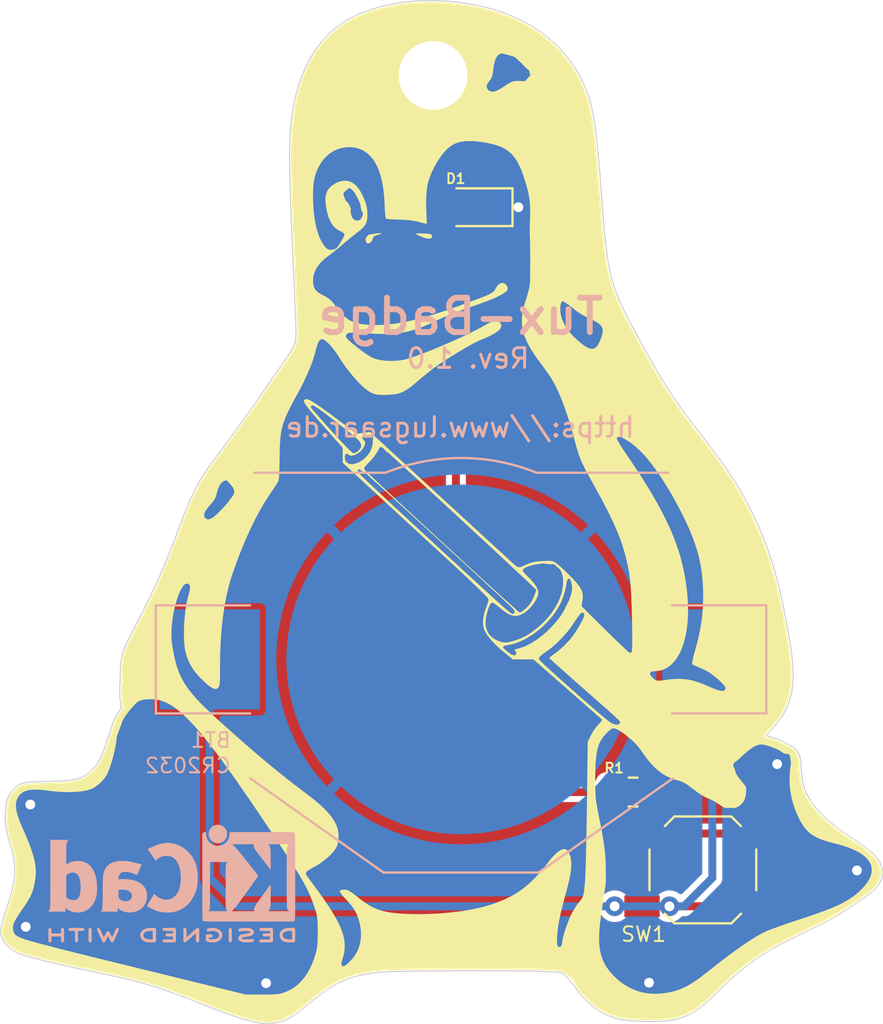
<source format=kicad_pcb>
(kicad_pcb (version 20211014) (generator pcbnew)
  (title_block (title "Tux-Badge") (date "2023-07-01") (rev "1.0") (company "Linux User Group Saar e.V."))
  (layers (0 "F.Cu" signal) (31 "B.Cu" signal) (34 "B.Paste" user) (35 "F.Paste" user) (36 "B.SilkS" user "B.Silkscreen") (37 "F.SilkS" user "F.Silkscreen") (38 "B.Mask" user) (39 "F.Mask" user) (44 "Edge.Cuts" user))
  (net 0 "")
  (net 1 "Net-(D1-Pad2)")
  (net 2 "Net-(R1-Pad1)")
  (net 3 "VCC")
  (net 4 "GND")
  (footprint "LED_SMD:LED_0805_2012Metric_Pad1.15x1.40mm_HandSolder" (layer "F.Cu") (at 167.4114 82.7024 180)
    (fp_text reference "D1")
    (fp_text value "Yellow" hide)
  )
  (footprint "Resistor_SMD:R_0805_2012Metric_Pad1.20x1.40mm_HandSolder" (layer "F.Cu") (at 175.4124 112.4712 180)
    (fp_text reference "R1")
    (fp_text value "62" hide)
  )
  (footprint "MountingHole:MountingHole_3.5mm" (layer "F.Cu") (at 165.227 75.9968)
    (fp_text reference "REF**" hide)
    (fp_text value "MountingHole_3.5mm" hide)
  )
  (footprint "Button_Switch_SMD:SW_SPST_SKQG_WithStem" (layer "F.Cu") (at 178.9684 116.4336 180)
    (fp_text reference "SW1")
    (fp_text value "SW_Push" hide)
  )
  (footprint "Battery:BatteryHolder_Keystone_3002_1x2032" (layer "B.Cu") (at 166.6494 105.717956 180)
    (fp_text reference "BT1")
    (fp_text value "CR2032")
  )
  (footprint "Symbol:KiCad-Logo2_5mm_SilkScreen" (layer "B.Cu") (at 151.9174 117.1194 180)
    (fp_text reference "REF**" hide)
    (fp_text value "KiCad-Logo2_5mm_SilkScreen" hide)
  )
  (gr_poly locked (pts (xy 172.63757 104.063858) (xy 172.579117 104.149925) (xy 172.574422 104.154765) (xy 172.591576 104.127781) (xy 172.653394 104.038233)) (layer "F.SilkS") (width 0) (fill solid))
  (gr_poly locked (pts (xy 165.3032 72.263) (xy 165.504241 72.268593) (xy 165.706032 72.277838) (xy 165.908332 72.290773) (xy 166.110901 72.307441) (xy 166.750729 72.382174) (xy 167.36475 72.486777) (xy 167.661947 72.550183) (xy 167.952532 72.62094) (xy 168.236449 72.699009) (xy 168.513645 72.784353) (xy 168.784066 72.876931) (xy 169.047659 72.976705) (xy 169.304369 73.083637) (xy 169.554144 73.197687) (xy 169.796928 73.318817) (xy 170.032669 73.446988) (xy 170.261312 73.582162) (xy 170.482804 73.724299) (xy 170.697091 73.87336) (xy 170.90412 74.029308) (xy 171.103835 74.192102) (xy 171.296185 74.361705) (xy 171.481114 74.538078) (xy 171.658569 74.721181) (xy 171.828497 74.910977) (xy 171.990843 75.107425) (xy 172.145553 75.310488) (xy 172.292575 75.520127) (xy 172.431854 75.736303) (xy 172.563336 75.958977) (xy 172.686968 76.18811) (xy 172.802696 76.423664) (xy 172.910465 76.6656) (xy 173.010223 76.913878) (xy 173.119742 77.237303) (xy 173.217996 77.609795) (xy 173.307282 78.048062) (xy 173.389897 78.568811) (xy 173.468138 79.188752) (xy 173.544302 79.92459) (xy 173.620685 80.793035) (xy 173.699585 81.810793) (xy 173.816307 83.327252) (xy 173.871987 83.960904) (xy 173.929348 84.524983) (xy 173.990992 85.0296) (xy 174.05952 85.484865) (xy 174.137535 85.900887) (xy 174.227638 86.287776) (xy 174.332431 86.655641) (xy 174.454516 87.014593) (xy 174.596494 87.374742) (xy 174.760967 87.746197) (xy 174.950537 88.139067) (xy 175.167806 88.563463) (xy 175.695846 89.547272) (xy 176.094983 90.270722) (xy 176.463245 90.915396) (xy 176.81393 91.501751) (xy 177.160333 92.05024) (xy 177.515749 92.581318) (xy 177.893476 93.11544) (xy 178.306808 93.673059) (xy 178.769043 94.274632) (xy 179.233877 94.8778) (xy 179.638408 95.418048) (xy 179.992024 95.909509) (xy 180.304113 96.366317) (xy 180.584064 96.802606) (xy 180.841264 97.232509) (xy 181.085102 97.670159) (xy 181.324966 98.12969) (xy 181.65602 98.814671) (xy 181.951801 99.499066) (xy 182.217339 100.199474) (xy 182.457666 100.93249) (xy 182.677812 101.714712) (xy 182.882808 102.562736) (xy 183.077684 103.493161) (xy 183.267471 104.522581) (xy 183.344276 104.993793) (xy 183.403956 105.42777) (xy 183.427429 105.6313) (xy 183.446687 105.826126) (xy 183.46175 106.01245) (xy 183.472641 106.190472) (xy 183.479381 106.360394) (xy 183.481993 106.522419) (xy 183.480497 106.676746) (xy 183.474915 106.823578) (xy 183.46527 106.963116) (xy 183.451583 107.095561) (xy 183.433876 107.221115) (xy 183.41217 107.339979) (xy 183.41217 107.34051) (xy 183.391371 107.437012) (xy 183.368957 107.531409) (xy 183.344921 107.623732) (xy 183.319254 107.714009) (xy 183.291947 107.80227) (xy 183.262993 107.888544) (xy 183.232382 107.97286) (xy 183.200106 108.055247) (xy 183.166156 108.135736) (xy 183.130525 108.214354) (xy 183.093202 108.291132) (xy 183.054181 108.366099) (xy 183.013453 108.439284) (xy 182.971008 108.510716) (xy 182.926838 108.580425) (xy 182.880936 108.64844) (xy 182.814444 108.742465) (xy 182.744672 108.837243) (xy 182.668998 108.935097) (xy 182.584804 109.038347) (xy 182.489471 109.149315) (xy 182.38038 109.270323) (xy 182.25491 109.403693) (xy 182.110443 109.551745) (xy 182.106585 109.555978) (xy 182.103121 109.560372) (xy 182.100045 109.564909) (xy 182.097352 109.569572) (xy 182.095035 109.574343) (xy 182.093089 109.579204) (xy 182.091507 109.584139) (xy 182.090284 109.589129) (xy 182.089414 109.594157) (xy 182.088892 109.599205) (xy 182.08871 109.604256) (xy 182.088864 109.609292) (xy 182.089348 109.614296) (xy 182.090155 109.61925) (xy 182.091279 109.624137) (xy 182.092716 109.628939) (xy 182.094459 109.633638) (xy 182.096502 109.638218) (xy 182.098839 109.64266) (xy 182.101465 109.646946) (xy 182.104373 109.651061) (xy 182.107558 109.654985) (xy 182.111014 109.658701) (xy 182.114735 109.662192) (xy 182.118714 109.66544) (xy 182.122948 109.668427) (xy 182.127428 109.671137) (xy 182.13215 109.673552) (xy 182.137108 109.675653) (xy 182.142295 109.677424) (xy 182.147706 109.678846) (xy 182.153335 109.679903) (xy 182.21874 109.692015) (xy 182.29562 109.709436) (xy 182.397816 109.73649) (xy 182.522226 109.774718) (xy 182.591792 109.798505) (xy 182.665749 109.825663) (xy 182.743708 109.856386) (xy 182.825283 109.890867) (xy 182.910085 109.929298) (xy 182.997726 109.971873) (xy 183.163099 110.054663) (xy 183.297604 110.122748) (xy 183.354707 110.152685) (xy 183.405804 110.180637) (xy 183.451466 110.207167) (xy 183.492264 110.23284) (xy 183.511061 110.245515) (xy 183.528956 110.258175) (xy 183.546042 110.27092) (xy 183.562412 110.28385) (xy 183.578161 110.297064) (xy 183.593383 110.310661) (xy 183.60817 110.324742) (xy 183.622618 110.339406) (xy 183.636819 110.354753) (xy 183.650868 110.370883) (xy 183.664858 110.387894) (xy 183.678883 110.405887) (xy 183.693038 110.424962) (xy 183.707415 110.445218) (xy 183.722109 110.466755) (xy 183.737213 110.489672) (xy 183.762804 110.53201) (xy 183.785277 110.575115) (xy 183.804847 110.619075) (xy 183.821729 110.663978) (xy 183.836141 110.709911) (xy 183.848296 110.756962) (xy 183.858413 110.805219) (xy 183.866705 110.854768) (xy 183.873389 110.905698) (xy 183.878681 110.958097) (xy 183.885951 111.067649) (xy 183.890242 111.184127) (xy 183.89328 111.30823) (xy 183.893369 111.308747) (xy 183.893443 111.309268) (xy 183.893507 111.30979) (xy 183.893564 111.310312) (xy 183.893677 111.311347) (xy 183.89374 111.311856) (xy 183.893814 111.312357) (xy 183.906491 111.461043) (xy 183.922105 111.607122) (xy 183.940385 111.748532) (xy 183.961059 111.883209) (xy 183.983857 112.009091) (xy 184.008505 112.124113) (xy 184.021439 112.176908) (xy 184.034734 112.226214) (xy 184.048356 112.271774) (xy 184.062271 112.31333) (xy 184.125312 112.47428) (xy 184.199455 112.633995) (xy 184.284896 112.792713) (xy 184.381833 112.950673) (xy 184.490462 113.108113) (xy 184.61098 113.265273) (xy 184.743583 113.42239) (xy 184.888468 113.579703) (xy 185.045831 113.73745) (xy 185.21587 113.895872) (xy 185.39878 114.055205) (xy 185.594759 114.215688) (xy 185.804002 114.37756) (xy 186.026708 114.54106) (xy 186.263072 114.706426) (xy 186.51329 114.873896) (xy 186.692874 114.992786) (xy 186.857529 115.104344) (xy 187.007909 115.209176) (xy 187.144667 115.307888) (xy 187.268454 115.401089) (xy 187.379925 115.489386) (xy 187.479732 115.573384) (xy 187.525465 115.613962) (xy 187.568527 115.653693) (xy 187.609 115.692618) (xy 187.646981 115.730792) (xy 187.682573 115.768309) (xy 187.715873 115.805264) (xy 187.746983 115.84175) (xy 187.776002 115.877862) (xy 187.803029 115.913695) (xy 187.828165 115.949343) (xy 187.851509 115.9849) (xy 187.873162 116.02046) (xy 187.893223 116.056119) (xy 187.911792 116.09197) (xy 187.928969 116.128108) (xy 187.944853 116.164628) (xy 187.959545 116.201623) (xy 187.973144 116.239188) (xy 187.993942 116.301101) (xy 188.011715 116.358248) (xy 188.026414 116.411296) (xy 188.037987 116.460911) (xy 188.046384 116.507761) (xy 188.051556 116.552513) (xy 188.053451 116.595834) (xy 188.052019 116.638391) (xy 188.04721 116.680851) (xy 188.038973 116.723881) (xy 188.027258 116.768147) (xy 188.012015 116.814319) (xy 187.993193 116.863061) (xy 187.970741 116.915042) (xy 187.94461 116.970927) (xy 187.914749 117.031386) (xy 187.895935 117.06729) (xy 187.876009 117.10253) (xy 187.854917 117.137163) (xy 187.832603 117.171246) (xy 187.809014 117.204839) (xy 187.784093 117.237997) (xy 187.757787 117.270781) (xy 187.730041 117.303247) (xy 187.7008 117.335453) (xy 187.67001 117.367457) (xy 187.637615 117.399318) (xy 187.603561 117.431092) (xy 187.567794 117.462838) (xy 187.530258 117.494613) (xy 187.490898 117.526477) (xy 187.449661 117.558485) (xy 187.163866 117.768425) (xy 186.837107 117.995974) (xy 186.485228 118.231138) (xy 186.124073 118.46392) (xy 185.769486 118.684324) (xy 185.437309 118.882354) (xy 185.143388 119.048014) (xy 184.903564 119.171309) (xy 183.535171 119.823466) (xy 183.26403 119.955694) (xy 183.001219 120.08984) (xy 182.746093 120.226357) (xy 182.498005 120.365703) (xy 182.256308 120.508332) (xy 182.020357 120.654701) (xy 181.789505 120.805265) (xy 181.563105 120.96048) (xy 181.340511 121.120802) (xy 181.121076 121.286687) (xy 180.904155 121.458591) (xy 180.689101 121.636968) (xy 180.475267 121.822276) (xy 180.262008 122.01497) (xy 180.048676 122.215505) (xy 179.834625 122.424338) (xy 179.627473 122.628211) (xy 179.435813 122.812599) (xy 179.257886 122.978663) (xy 179.091936 123.127559) (xy 178.936205 123.260448) (xy 178.861622 123.321251) (xy 178.788935 123.378487) (xy 178.717924 123.432301) (xy 178.648369 123.482837) (xy 178.58005 123.53024) (xy 178.512749 123.574656) (xy 178.446233 123.616262) (xy 178.380259 123.655241) (xy 178.314584 123.69174) (xy 178.248965 123.725906) (xy 178.183158 123.757887) (xy 178.116922 123.787831) (xy 178.050012 123.815885) (xy 177.982185 123.842198) (xy 177.913199 123.866916) (xy 177.842811 123.890187) (xy 177.770777 123.91216) (xy 177.696855 123.932981) (xy 177.542372 123.971759) (xy 177.377418 124.007704) (xy 177.263425 124.026775) (xy 177.12575 124.042693) (xy 176.967926 124.055453) (xy 176.793486 124.065054) (xy 176.605964 124.07149) (xy 176.408893 124.07476) (xy 176.205806 124.074859) (xy 176.000236 124.071783) (xy 175.795212 124.065519) (xy 175.593782 124.056182) (xy 175.399519 124.043962) (xy 175.215997 124.029046) (xy 175.046789 124.011624) (xy 174.895468 123.991885) (xy 174.765608 123.970018) (xy 174.709842 123.958345) (xy 174.660782 123.946211) (xy 174.554818 123.916064) (xy 174.45153 123.883824) (xy 174.35089 123.849482) (xy 174.25287 123.813027) (xy 174.157444 123.77445) (xy 174.064585 123.733741) (xy 173.974266 123.69089) (xy 173.886459 123.645887) (xy 173.801138 123.598723) (xy 173.718275 123.549388) (xy 173.637844 123.497872) (xy 173.559817 123.444165) (xy 173.484167 123.388258) (xy 173.410867 123.330141) (xy 173.33989 123.269803) (xy 173.27121 123.207236) (xy 172.922394 122.878058) (xy 172.922022 122.87775) (xy 172.921644 122.877423) (xy 172.920874 122.876737) (xy 172.920483 122.876391) (xy 172.920089 122.876051) (xy 172.919693 122.875723) (xy 172.919495 122.875566) (xy 172.919296 122.875414) (xy 172.893814 122.853133) (xy 172.8689 122.829863) (xy 172.844537 122.805665) (xy 172.82071 122.780602) (xy 172.797401 122.754737) (xy 172.774594 122.728131) (xy 172.752273 122.700849) (xy 172.73042 122.672952) (xy 172.688054 122.615562) (xy 172.647364 122.556461) (xy 172.608217 122.496151) (xy 172.57048 122.435129) (xy 172.539832 122.377239) (xy 172.505853 122.31513) (xy 172.46329 122.240024) (xy 172.41503 122.158757) (xy 172.363962 122.078165) (xy 172.338277 122.040258) (xy 172.312974 122.005082) (xy 172.288412 121.973493) (xy 172.264954 121.946345) (xy 172.240169 121.921319) (xy 172.211858 121.895729) (xy 172.180729 121.869874) (xy 172.147489 121.844055) (xy 172.112845 121.818574) (xy 172.077503 121.793731) (xy 172.042172 121.769826) (xy 172.007558 121.747161) (xy 171.943309 121.706751) (xy 171.890413 121.674909) (xy 171.841309 121.646548) (xy 171.820055 121.638003) (xy 171.799152 121.630028) (xy 171.778603 121.622608) (xy 171.758408 121.615729) (xy 171.738571 121.609376) (xy 171.719095 121.603535) (xy 171.699981 121.59819) (xy 171.681232 121.593328) (xy 171.644841 121.584994) (xy 171.609939 121.578417) (xy 171.576547 121.57348) (xy 171.544685 121.570067) (xy 171.544587 121.570019) (xy 171.544488 121.569976) (xy 171.544389 121.569935) (xy 171.54429 121.569898) (xy 171.544093 121.56983) (xy 171.543895 121.569769) (xy 171.543498 121.569656) (xy 171.543298 121.569599) (xy 171.543098 121.569536) (xy 171.042869 121.536982) (xy 170.388899 121.513023) (xy 169.351108 121.498076) (xy 168.062109 121.491471) (xy 166.65451 121.492541) (xy 165.262434 121.500738) (xy 164.021591 121.515799) (xy 163.500836 121.525703) (xy 163.068565 121.537139) (xy 162.890195 121.543495) (xy 162.739446 121.550308) (xy 162.618151 121.557605) (xy 162.528145 121.565409) (xy 162.235145 121.600419) (xy 161.960945 121.639789) (xy 161.703162 121.684576) (xy 161.459412 121.735839) (xy 161.227311 121.794636) (xy 161.004477 121.862025) (xy 160.788526 121.939064) (xy 160.577075 122.026811) (xy 160.36774 122.126325) (xy 160.158138 122.238664) (xy 159.945886 122.364885) (xy 159.7286 122.506048) (xy 159.503897 122.66321) (xy 159.269393 122.83743) (xy 159.022706 123.029765) (xy 158.761452 123.241274) (xy 158.496414 123.456845) (xy 158.38104 123.54838) (xy 158.27544 123.630085) (xy 158.178375 123.702712) (xy 158.088604 123.767014) (xy 158.004887 123.823744) (xy 157.925982 123.873653) (xy 157.850651 123.917495) (xy 157.777651 123.956022) (xy 157.705744 123.989987) (xy 157.633687 124.020141) (xy 157.560241 124.047238) (xy 157.484165 124.07203) (xy 157.404218 124.095269) (xy 157.31916 124.117708) (xy 157.247821 124.134672) (xy 157.176321 124.149348) (xy 157.104304 124.161651) (xy 157.031415 124.171497) (xy 156.957297 124.178801) (xy 156.881594 124.183477) (xy 156.80395 124.185441) (xy 156.724008 124.184609) (xy 156.641414 124.180894) (xy 156.555809 124.174213) (xy 156.466839 124.164479) (xy 156.374147 124.151609) (xy 156.277377 124.135518) (xy 156.176173 124.11612) (xy 156.070179 124.09333) (xy 155.959038 124.067065) (xy 155.720149 124.003689) (xy 155.4571 123.92525) (xy 155.16731 123.831086) (xy 154.848198 123.720535) (xy 154.497182 123.592936) (xy 154.111682 123.447627) (xy 153.226906 123.101233) (xy 152.511747 122.820539) (xy 151.882499 122.585214) (xy 151.303849 122.384916) (xy 150.740487 122.2093) (xy 150.157101 122.048025) (xy 149.518379 121.890745) (xy 148.789011 121.72712) (xy 147.933685 121.546805) (xy 147.263111 121.405508) (xy 146.620782 121.264779) (xy 146.020213 121.127861) (xy 145.474922 120.997999) (xy 145.226909 120.936558) (xy 144.997381 120.877884) (xy 144.788386 120.82258) (xy 144.601972 120.771247) (xy 144.440185 120.724487) (xy 144.305074 120.682902) (xy 144.198687 120.647093) (xy 144.12307 120.617663) (xy 144.027894 120.572531) (xy 143.93706 120.522444) (xy 143.850811 120.467776) (xy 143.769392 120.408901) (xy 143.693047 120.346196) (xy 143.622021 120.280033) (xy 143.556557 120.210789) (xy 143.4969 120.138837) (xy 143.443294 120.064554) (xy 143.395983 119.988313) (xy 143.355212 119.910489) (xy 143.321225 119.831458) (xy 143.294267 119.751594) (xy 143.283499 119.711466) (xy 143.274581 119.671272) (xy 143.267541 119.631056) (xy 143.262411 119.590866) (xy 143.259222 119.550749) (xy 143.258003 119.510752) (xy 143.258317 119.5032) (xy 143.259341 119.492124) (xy 143.261082 119.477818) (xy 143.263545 119.460575) (xy 143.266736 119.440691) (xy 143.27066 119.418458) (xy 143.275323 119.394171) (xy 143.279366 119.374699) (xy 143.819095 119.374699) (xy 143.819569 119.40142) (xy 143.821401 119.427769) (xy 143.824548 119.453788) (xy 143.828968 119.479523) (xy 143.834616 119.505015) (xy 143.84145 119.53031) (xy 143.849428 119.555451) (xy 143.858505 119.580481) (xy 143.869116 119.60788) (xy 143.875027 119.622285) (xy 143.881562 119.637083) (xy 143.888886 119.652217) (xy 143.897165 119.667629) (xy 143.906564 119.683262) (xy 143.917249 119.699058) (xy 143.929384 119.714959) (xy 143.943135 119.730909) (xy 143.958667 119.746849) (xy 143.976146 119.762722) (xy 143.985667 119.770615) (xy 143.995736 119.77847) (xy 144.006375 119.78628) (xy 144.017604 119.794037) (xy 144.029444 119.801733) (xy 144.041914 119.809363) (xy 144.055037 119.816919) (xy 144.068832 119.824393) (xy 144.131308 119.854711) (xy 144.206925 119.886627) (xy 144.297618 119.920752) (xy 144.405324 119.957694) (xy 144.531979 119.998063) (xy 144.679519 120.042467) (xy 144.84988 120.091516) (xy 145.044998 120.145819) (xy 146.109601 120.425103) (xy 147.715412 120.827017) (xy 153.013504 122.125544) (xy 155.671738 122.775633) (xy 155.673967 122.776104) (xy 155.67621 122.776524) (xy 155.678463 122.776889) (xy 155.680726 122.777195) (xy 155.682996 122.777438) (xy 155.685272 122.777615) (xy 155.687552 122.77772) (xy 155.689835 122.77775) (xy 156.526993 122.77722) (xy 156.778356 122.776182) (xy 156.885886 122.774822) (xy 156.982854 122.772713) (xy 157.070413 122.769715) (xy 157.149719 122.765684) (xy 157.221925 122.76048) (xy 157.288185 122.753962) (xy 157.319436 122.750145) (xy 157.349596 122.745915) (xy 157.378787 122.741264) (xy 157.407129 122.736183) (xy 157.434745 122.730664) (xy 157.461757 122.724699) (xy 157.488285 122.71828) (xy 157.514452 122.711399) (xy 157.566188 122.696217) (xy 157.617938 122.679087) (xy 157.670675 122.659944) (xy 157.725372 122.638724) (xy 157.725372 122.639254) (xy 157.852604 122.583727) (xy 157.975329 122.520081) (xy 158.093528 122.448375) (xy 158.207179 122.368671) (xy 158.316264 122.281028) (xy 158.420761 122.185509) (xy 158.520651 122.082173) (xy 158.615913 121.971081) (xy 158.706528 121.852294) (xy 158.792474 121.725873) (xy 158.873733 121.591878) (xy 158.950283 121.45037) (xy 159.022105 121.30141) (xy 159.089179 121.145058) (xy 159.151484 120.981376) (xy 159.209 120.810423) (xy 159.248127 120.679641) (xy 159.279404 120.55688) (xy 159.292348 120.496275) (xy 159.30363 120.434997) (xy 159.313349 120.372153) (xy 159.321605 120.306851) (xy 159.334127 120.165299) (xy 159.341997 120.003201) (xy 159.346014 119.813413) (xy 159.346977 119.588793) (xy 159.345761 119.345522) (xy 159.34408 119.24167) (xy 159.341408 119.147739) (xy 159.337539 119.062279) (xy 159.332266 118.983839) (xy 159.325382 118.910968) (xy 159.31668 118.842216) (xy 159.305953 118.776132) (xy 159.292995 118.711266) (xy 159.277599 118.646166) (xy 159.259558 118.579382) (xy 159.238664 118.509463) (xy 159.214713 118.43496) (xy 159.156807 118.266394) (xy 159.090425 118.081334) (xy 159.024042 117.905868) (xy 158.95485 117.735297) (xy 158.880041 117.564928) (xy 158.796807 117.390065) (xy 158.70234 117.206011) (xy 158.593832 117.00807) (xy 158.468475 116.791548) (xy 158.155853 116.283383) (xy 157.741506 115.64242) (xy 157.202431 114.829684) (xy 156.515625 113.8062) (xy 155.783195 112.727456) (xy 155.121792 111.775622) (xy 154.525015 110.943894) (xy 154.248861 110.570943) (xy 153.986462 110.225466) (xy 153.737017 109.906613) (xy 153.499728 109.613533) (xy 153.273793 109.345376) (xy 153.058412 109.10129) (xy 152.852785 108.880426) (xy 152.656111 108.681932) (xy 152.46759 108.504959) (xy 152.286423 108.348654) (xy 152.19001 108.271543) (xy 152.095288 108.200238) (xy 152.002147 108.134623) (xy 151.91048 108.074581) (xy 151.820177 108.019997) (xy 151.731132 107.970755) (xy 151.643236 107.926738) (xy 151.556379 107.887832) (xy 151.470455 107.853919) (xy 151.385355 107.824884) (xy 151.30097 107.800612) (xy 151.217193 107.780985) (xy 151.133915 107.765889) (xy 151.051028 107.755207) (xy 150.968424 107.748824) (xy 150.885994 107.746622) (xy 150.885994 107.746561) (xy 150.781316 107.747044) (xy 150.676229 107.750097) (xy 150.623895 107.753246) (xy 150.571893 107.757827) (xy 150.520369 107.764104) (xy 150.469468 107.77234) (xy 150.419334 107.782798) (xy 150.370113 107.795742) (xy 150.321949 107.811434) (xy 150.274988 107.83014) (xy 150.229374 107.85212) (xy 150.185252 107.877639) (xy 150.163796 107.891808) (xy 150.142768 107.906961) (xy 150.122185 107.92313) (xy 150.102066 107.940348) (xy 150.098968 107.943445) (xy 150.073841 107.969265) (xy 150.006424 108.040633) (xy 149.960592 108.090544) (xy 149.908669 108.148416) (xy 149.852149 108.213107) (xy 149.792526 108.283476) (xy 149.731311 108.358173) (xy 149.669795 108.436269) (xy 149.609428 108.516918) (xy 149.551657 108.599278) (xy 149.524197 108.640835) (xy 149.49793 108.682502) (xy 149.473036 108.724174) (xy 149.449697 108.765746) (xy 149.428093 108.807111) (xy 149.408405 108.848165) (xy 149.390815 108.888802) (xy 149.375503 108.928915) (xy 149.375367 108.929179) (xy 149.375234 108.929444) (xy 149.374969 108.929972) (xy 149.116585 109.620886) (xy 149.115589 109.62364) (xy 149.114709 109.626424) (xy 149.113946 109.629235) (xy 149.113301 109.632071) (xy 149.112775 109.63493) (xy 149.112369 109.637808) (xy 149.112085 109.640704) (xy 149.111989 109.642157) (xy 149.111923 109.643614) (xy 149.104999 109.737453) (xy 149.093355 109.841723) (xy 149.077335 109.954893) (xy 149.057285 110.075433) (xy 149.006469 110.332498) (xy 148.943665 110.600676) (xy 148.871631 110.867721) (xy 148.793123 111.12139) (xy 148.752303 111.239382) (xy 148.710899 111.349438) (xy 148.669255 111.450028) (xy 148.627716 111.539622) (xy 148.593266 111.604202) (xy 148.554128 111.668494) (xy 148.510693 111.732156) (xy 148.463348 111.794847) (xy 148.412482 111.856223) (xy 148.358483 111.915944) (xy 148.30174 111.973666) (xy 148.24264 112.029048) (xy 148.181574 112.081748) (xy 148.118928 112.131424) (xy 148.055092 112.177733) (xy 147.990454 112.220333) (xy 147.925403 112.258883) (xy 147.860326 112.29304) (xy 147.795613 112.322462) (xy 147.731651 112.346808) (xy 147.650257 112.371475) (xy 147.558312 112.393596) (xy 147.456715 112.413119) (xy 147.346364 112.429991) (xy 147.228156 112.44416) (xy 147.102989 112.455575) (xy 146.835372 112.469932) (xy 146.550696 112.472646) (xy 146.256143 112.463299) (xy 145.958899 112.441474) (xy 145.811512 112.425753) (xy 145.666145 112.406756) (xy 145.497092 112.384207) (xy 145.339353 112.366815) (xy 145.192412 112.354752) (xy 145.12283 112.350773) (xy 145.055754 112.348191) (xy 144.991119 112.347027) (xy 144.92886 112.347303) (xy 144.868914 112.349041) (xy 144.811216 112.352261) (xy 144.755701 112.356986) (xy 144.702304 112.363237) (xy 144.650961 112.371036) (xy 144.601608 112.380404) (xy 144.554177 112.391467) (xy 144.508633 112.404329) (xy 144.464964 112.41898) (xy 144.423155 112.435407) (xy 144.383193 112.4536) (xy 144.345064 112.473546) (xy 144.308755 112.495234) (xy 144.274251 112.518653) (xy 144.241539 112.543792) (xy 144.210607 112.570638) (xy 144.181438 112.599181) (xy 144.154022 112.629409) (xy 144.128342 112.661311) (xy 144.104386 112.694875) (xy 144.082141 112.730089) (xy 144.061592 112.766943) (xy 144.045571 112.79944) (xy 144.031128 112.832686) (xy 144.018262 112.866713) (xy 144.006978 112.901552) (xy 143.997275 112.937234) (xy 143.989156 112.97379) (xy 143.982622 113.011252) (xy 143.977675 113.04965) (xy 143.974318 113.089017) (xy 143.97255 113.129382) (xy 143.972376 113.170777) (xy 143.973795 113.213233) (xy 143.97681 113.256781) (xy 143.981422 113.301454) (xy 143.987633 113.34728) (xy 143.995445 113.394293) (xy 144.015774 113.492221) (xy 144.042349 113.595863) (xy 144.075233 113.705712) (xy 144.11449 113.82226) (xy 144.160184 113.945999) (xy 144.212376 114.077423) (xy 144.27113 114.217024) (xy 144.33651 114.365294) (xy 144.439618 114.598026) (xy 144.53291 114.81622) (xy 144.61665 115.020903) (xy 144.691103 115.213105) (xy 144.756531 115.393857) (xy 144.813199 115.564185) (xy 144.86137 115.725122) (xy 144.901309 115.877694) (xy 144.933279 116.022932) (xy 144.957544 116.161865) (xy 144.974368 116.295522) (xy 144.984015 116.424933) (xy 144.986749 116.551126) (xy 144.982833 116.675131) (xy 144.972531 116.797978) (xy 144.956108 116.920695) (xy 144.937392 117.034313) (xy 144.91815 117.13975) (xy 144.897865 117.238211) (xy 144.876015 117.330903) (xy 144.852084 117.419031) (xy 144.82555 117.503803) (xy 144.795896 117.586423) (xy 144.762602 117.668098) (xy 144.725149 117.750035) (xy 144.683017 117.83344) (xy 144.635689 117.919518) (xy 144.582644 118.009476) (xy 144.523363 118.10452) (xy 144.457328 118.205856) (xy 144.302917 118.43223) (xy 144.220875 118.550893) (xy 144.147482 118.659139) (xy 144.082392 118.757904) (xy 144.025259 118.848124) (xy 143.975735 118.930734) (xy 143.953719 118.969478) (xy 143.933474 119.00667) (xy 143.914959 119.042428) (xy 143.898129 119.076868) (xy 143.882942 119.110108) (xy 143.869354 119.142264) (xy 143.857415 119.173541) (xy 143.847178 119.204095) (xy 143.838601 119.233971) (xy 143.831639 119.263212) (xy 143.826251 119.291861) (xy 143.822393 119.319963) (xy 143.820022 119.347561) (xy 143.819095 119.374699) (xy 143.279366 119.374699) (xy 143.280731 119.368124) (xy 143.293609 119.310983) (xy 143.309009 119.247268) (xy 143.326807 119.177578) (xy 143.346878 119.102511) (xy 143.393115 118.938852) (xy 143.446277 118.761345) (xy 143.505033 118.574845) (xy 143.568054 118.384207) (xy 143.654903 118.120751) (xy 143.731251 117.87332) (xy 143.797191 117.640201) (xy 143.852817 117.419682) (xy 143.898223 117.210052) (xy 143.933503 117.0096) (xy 143.958749 116.816612) (xy 143.974057 116.629379) (xy 143.979519 116.446188) (xy 143.97523 116.265327) (xy 143.961283 116.085084) (xy 143.937771 115.903749) (xy 143.904788 115.719609) (xy 143.862429 115.530952) (xy 143.810786 115.336067) (xy 143.749954 115.133242) (xy 143.675083 114.885363) (xy 143.64296 114.76999) (xy 143.614253 114.659514) (xy 143.588864 114.553324) (xy 143.5667 114.450811) (xy 143.547664 114.351362) (xy 143.531661 114.25437) (xy 143.518596 114.159221) (xy 143.508374 114.065307) (xy 143.500898 113.972016) (xy 143.496074 113.878739) (xy 143.493807 113.784864) (xy 143.494 113.689782) (xy 143.496559 113.592881) (xy 143.501388 113.493552) (xy 143.508347 113.392185) (xy 143.517004 113.296998) (xy 143.527487 113.207603) (xy 143.539924 113.123612) (xy 143.554442 113.04464) (xy 143.571168 112.970298) (xy 143.590231 112.900201) (xy 143.611756 112.833961) (xy 143.635873 112.771191) (xy 143.662707 112.711504) (xy 143.692388 112.654513) (xy 143.725041 112.599832) (xy 143.760794 112.547073) (xy 143.799776 112.495849) (xy 143.842112 112.445774) (xy 143.887932 112.39646) (xy 143.948732 112.33445) (xy 143.976767 112.306722) (xy 144.003665 112.281032) (xy 144.029755 112.257272) (xy 144.055366 112.235333) (xy 144.080829 112.215106) (xy 144.106472 112.196481) (xy 144.132626 112.179349) (xy 144.159619 112.163602) (xy 144.187782 112.14913) (xy 144.217444 112.135825) (xy 144.248935 112.123577) (xy 144.282584 112.112277) (xy 144.31872 112.101816) (xy 144.357674 112.092085) (xy 144.445534 112.074856) (xy 144.548672 112.060466) (xy 144.669248 112.048444) (xy 144.809421 112.038317) (xy 144.971351 112.029614) (xy 145.157197 112.021864) (xy 145.609276 112.007334) (xy 145.87473 111.998876) (xy 146.113699 111.989317) (xy 146.328413 111.978026) (xy 146.5211 111.964371) (xy 146.693989 111.947723) (xy 146.849309 111.927448) (xy 146.921077 111.915753) (xy 146.989289 111.902916) (xy 147.054223 111.888856) (xy 147.116157 111.873495) (xy 147.175309 111.856701) (xy 147.23187 111.838365) (xy 147.286082 111.818443) (xy 147.338183 111.796891) (xy 147.388414 111.773664) (xy 147.437015 111.748718) (xy 147.484225 111.722009) (xy 147.530285 111.693492) (xy 147.575434 111.663124) (xy 147.619913 111.630859) (xy 147.663961 111.596653) (xy 147.707818 111.560463) (xy 147.751725 111.522244) (xy 147.795921 111.481951) (xy 147.840645 111.439541) (xy 147.886139 111.394968) (xy 147.945586 111.334163) (xy 148.001631 111.2731) (xy 148.054636 111.211121) (xy 148.104967 111.147569) (xy 148.152988 111.081786) (xy 148.199062 111.013115) (xy 148.243553 110.940899) (xy 148.286827 110.86448) (xy 148.329247 110.783202) (xy 148.371176 110.696406) (xy 148.41298 110.603436) (xy 148.455023 110.503634) (xy 148.541279 110.280904) (xy 148.632858 110.022959) (xy 148.692275 109.850569) (xy 148.734449 109.729342) (xy 148.762132 109.650925) (xy 148.778076 109.606966) (xy 148.778212 109.606657) (xy 148.778325 109.606389) (xy 148.778419 109.606158) (xy 148.778497 109.605957) (xy 148.778561 109.605782) (xy 148.778614 109.605625) (xy 148.778697 109.605347) (xy 148.77885 109.604773) (xy 148.778963 109.604385) (xy 148.779038 109.604146) (xy 148.779129 109.603869) (xy 148.780391 109.601855) (xy 148.781582 109.599806) (xy 148.782704 109.597723) (xy 148.78376 109.595606) (xy 148.784753 109.593457) (xy 148.785686 109.591277) (xy 148.786562 109.589067) (xy 148.787384 109.586829) (xy 148.896416 109.223543) (xy 148.913149 109.171228) (xy 148.959125 109.038431) (xy 148.991099 108.953173) (xy 149.028007 108.861378) (xy 149.069057 108.767574) (xy 149.090887 108.721335) (xy 149.113457 108.676291) (xy 149.122143 108.660213) (xy 149.131669 108.643811) (xy 149.152914 108.609999) (xy 149.176535 108.574791) (xy 149.201873 108.538121) (xy 149.22827 108.499925) (xy 149.25507 108.460139) (xy 149.281613 108.418696) (xy 149.294584 108.397333) (xy 149.307243 108.375532) (xy 149.319495 108.353185) (xy 149.331226 108.330197) (xy 149.34233 108.306578) (xy 149.3527 108.282338) (xy 149.36223 108.257487) (xy 149.370813 108.232034) (xy 149.378343 108.20599) (xy 149.384713 108.179365) (xy 149.389817 108.152168) (xy 149.393548 108.12441) (xy 149.395799 108.096099) (xy 149.396465 108.067247) (xy 149.395439 108.037863) (xy 149.392614 108.007958) (xy 149.387884 107.97754) (xy 149.381142 107.946619) (xy 149.363115 107.862703) (xy 149.349106 107.773655) (xy 149.338721 107.680931) (xy 149.331566 107.585985) (xy 149.327248 107.490272) (xy 149.325372 107.395249) (xy 149.325545 107.302369) (xy 149.327372 107.213088) (xy 149.334413 107.051144) (xy 149.343344 106.921057) (xy 149.354271 106.803019) (xy 149.354402 106.801857) (xy 149.354514 106.800695) (xy 149.354608 106.799533) (xy 149.354684 106.79837) (xy 149.354741 106.797205) (xy 149.35478 106.79604) (xy 149.354802 106.794873) (xy 149.354805 106.793703) (xy 149.357091 106.386807) (xy 149.361883 106.211559) (xy 149.370027 106.051449) (xy 149.382213 105.90373) (xy 149.399129 105.765657) (xy 149.421464 105.634483) (xy 149.449908 105.50746) (xy 149.48515 105.381843) (xy 149.52788 105.254885) (xy 149.578786 105.123839) (xy 149.638558 104.985959) (xy 149.707885 104.838498) (xy 149.787456 104.67871) (xy 149.937889 104.391681) (xy 151.893449 104.391681) (xy 151.893779 104.493628) (xy 151.896888 104.594734) (xy 151.902828 104.696136) (xy 151.911651 104.798967) (xy 151.92341 104.904364) (xy 151.938156 105.01346) (xy 151.976818 105.247292) (xy 152.028053 105.509543) (xy 152.079696 105.741306) (xy 152.107616 105.852409) (xy 152.137197 105.960681) (xy 152.168637 106.06639) (xy 152.202134 106.169802) (xy 152.237885 106.271185) (xy 152.276087 106.370805) (xy 152.316938 106.468928) (xy 152.360635 106.565822) (xy 152.407375 106.661754) (xy 152.457357 106.75699) (xy 152.510777 106.851798) (xy 152.567833 106.946444) (xy 152.628722 107.041194) (xy 152.693642 107.136317) (xy 152.762754 107.232072) (xy 152.836222 107.32874) (xy 152.99702 107.525992) (xy 153.177639 107.730419) (xy 153.379681 107.944372) (xy 153.604746 108.170198) (xy 153.854437 108.410247) (xy 154.130356 108.666868) (xy 154.434105 108.942408) (xy 155.082167 109.520892) (xy 155.678339 110.045159) (xy 156.233564 110.52431) (xy 156.758787 110.967445) (xy 157.264952 111.383663) (xy 157.763003 111.782066) (xy 158.263885 112.171752) (xy 158.778541 112.561823) (xy 158.995186 112.727266) (xy 159.096948 112.807523) (xy 159.194406 112.886224) (xy 159.287614 112.963435) (xy 159.376627 113.039223) (xy 159.461497 113.113654) (xy 159.542277 113.186793) (xy 159.619022 113.258707) (xy 159.691784 113.329461) (xy 159.760617 113.399121) (xy 159.825574 113.467754) (xy 159.886709 113.535425) (xy 159.944075 113.6022) (xy 159.997726 113.668146) (xy 160.047714 113.733328) (xy 160.094117 113.797775) (xy 160.137015 113.86153) (xy 160.176475 113.924687) (xy 160.212564 113.987335) (xy 160.245349 114.049567) (xy 160.274895 114.111474) (xy 160.301269 114.173146) (xy 160.324537 114.234677) (xy 160.344767 114.296156) (xy 160.362024 114.357675) (xy 160.376375 114.419326) (xy 160.387887 114.4812) (xy 160.396626 114.543388) (xy 160.402658 114.605982) (xy 160.40605 114.669073) (xy 160.406868 114.732752) (xy 160.406137 114.780003) (xy 160.404627 114.825024) (xy 160.402315 114.867962) (xy 160.399177 114.908963) (xy 160.395189 114.948173) (xy 160.390328 114.98574) (xy 160.384571 115.02181) (xy 160.377893 115.056529) (xy 160.370272 115.090045) (xy 160.361684 115.122503) (xy 160.352105 115.154051) (xy 160.341512 115.184834) (xy 160.329881 115.215) (xy 160.31719 115.244695) (xy 160.303413 115.274066) (xy 160.288528 115.303259) (xy 160.255421 115.360017) (xy 160.214865 115.419714) (xy 160.167381 115.481856) (xy 160.113492 115.545949) (xy 160.053717 115.611497) (xy 159.988579 115.678006) (xy 159.918597 115.744982) (xy 159.844294 115.81193) (xy 159.766189 115.878357) (xy 159.684806 115.943766) (xy 159.600664 116.007664) (xy 159.514284 116.069556) (xy 159.426188 116.128948) (xy 159.336897 116.185345) (xy 159.246932 116.238253) (xy 159.156814 116.287176) (xy 159.106957 116.313413) (xy 159.060381 116.338642) (xy 159.017058 116.362904) (xy 158.976962 116.38624) (xy 158.940066 116.408691) (xy 158.906342 116.430298) (xy 158.875764 116.451102) (xy 158.848305 116.471144) (xy 158.83574 116.480863) (xy 158.823934 116.490412) (xy 158.818304 116.495154) (xy 158.812852 116.49989) (xy 158.807573 116.504634) (xy 158.802463 116.509397) (xy 158.797518 116.514192) (xy 158.792734 116.519031) (xy 158.788106 116.523927) (xy 158.783631 116.528892) (xy 158.779305 116.533939) (xy 158.775122 116.539079) (xy 158.77108 116.544326) (xy 158.767174 116.549692) (xy 158.763371 116.555211) (xy 158.759677 116.560936) (xy 158.757888 116.563891) (xy 158.756147 116.566917) (xy 158.754461 116.570019) (xy 158.752837 116.573204) (xy 158.751281 116.576478) (xy 158.749801 116.579847) (xy 158.748403 116.583317) (xy 158.747095 116.586895) (xy 158.745882 116.590586) (xy 158.744772 116.594397) (xy 158.743772 116.598334) (xy 158.742889 116.602404) (xy 158.742161 116.606629) (xy 158.741626 116.611011) (xy 158.741286 116.615527) (xy 158.741144 116.620154) (xy 158.741202 116.624872) (xy 158.741464 116.629656) (xy 158.741931 116.634485) (xy 158.742606 116.639337) (xy 158.743492 116.64419) (xy 158.74459 116.649021) (xy 158.745905 116.653808) (xy 158.747437 116.658528) (xy 158.74919 116.66316) (xy 158.751167 116.667681) (xy 158.753368 116.672069) (xy 158.755798 116.676302) (xy 158.764398 116.689706) (xy 158.775753 116.706457) (xy 158.806674 116.750194) (xy 158.901009 116.879908) (xy 159.031994 117.058461) (xy 159.184196 117.263861) (xy 159.43829 117.609802) (xy 159.667124 117.932224) (xy 159.871392 118.232795) (xy 160.051785 118.513185) (xy 160.133245 118.646334) (xy 160.208996 118.775063) (xy 160.279124 118.899581) (xy 160.343716 119.020097) (xy 160.402859 119.136819) (xy 160.456638 119.249957) (xy 160.505141 119.359718) (xy 160.548454 119.466311) (xy 160.586721 119.569909) (xy 160.620088 119.670714) (xy 160.64864 119.768978) (xy 160.672466 119.864954) (xy 160.691651 119.958895) (xy 160.706283 120.051054) (xy 160.71645 120.141684) (xy 160.722237 120.231039) (xy 160.723731 120.319371) (xy 160.721021 120.406932) (xy 160.714192 120.493977) (xy 160.703331 120.580758) (xy 160.688527 120.667529) (xy 160.669864 120.754541) (xy 160.647431 120.842048) (xy 160.621315 120.930304) (xy 160.609771 120.96736) (xy 160.599245 121.002143) (xy 160.589761 121.034758) (xy 160.581342 121.065313) (xy 160.574012 121.093913) (xy 160.567794 121.120665) (xy 160.562713 121.145675) (xy 160.558792 121.16905) (xy 160.557206 121.180151) (xy 160.555859 121.190943) (xy 160.554859 121.201543) (xy 160.554522 121.20681) (xy 160.554312 121.212073) (xy 160.554242 121.217349) (xy 160.554325 121.222651) (xy 160.554575 121.227995) (xy 160.555005 121.233396) (xy 160.555628 121.238869) (xy 160.556458 121.244428) (xy 160.557508 121.250088) (xy 160.558792 121.255865) (xy 160.560367 121.26184) (xy 160.561293 121.264918) (xy 160.562323 121.268044) (xy 160.563465 121.271212) (xy 160.564726 121.274413) (xy 160.566114 121.27764) (xy 160.567638 121.280884) (xy 160.569306 121.284138) (xy 160.571124 121.287393) (xy 160.573102 121.290641) (xy 160.575248 121.293875) (xy 160.577569 121.297087) (xy 160.580073 121.300269) (xy 160.582768 121.303412) (xy 160.585663 121.306509) (xy 160.588761 121.309511) (xy 160.592053 121.31237) (xy 160.595517 121.31508) (xy 160.599134 121.317639) (xy 160.602884 121.320042) (xy 160.606747 121.322284) (xy 160.610702 121.324362) (xy 160.61473 121.32627) (xy 160.61881 121.328005) (xy 160.622923 121.329562) (xy 160.627048 121.330937) (xy 160.631165 121.332126) (xy 160.635254 121.333124) (xy 160.639296 121.333928) (xy 160.64327 121.334532) (xy 160.647156 121.334933) (xy 160.650942 121.335202) (xy 160.654631 121.335367) (xy 160.661729 121.3354) (xy 160.668475 121.335059) (xy 160.674898 121.334369) (xy 160.681025 121.333358) (xy 160.686881 121.332051) (xy 160.692495 121.330476) (xy 160.697893 121.328659) (xy 160.703103 121.326626) (xy 160.70815 121.324404) (xy 160.713064 121.322019) (xy 160.717869 121.319498) (xy 160.722595 121.316867) (xy 160.727266 121.314153) (xy 160.736557 121.308581) (xy 160.745901 121.302757) (xy 160.755344 121.296502) (xy 160.764923 121.289801) (xy 160.774674 121.282641) (xy 160.784635 121.27501) (xy 160.794841 121.266893) (xy 160.80533 121.258278) (xy 160.816139 121.249152) (xy 160.838807 121.22934) (xy 160.862933 121.20745) (xy 160.888581 121.183456) (xy 160.915818 121.157335) (xy 160.944709 121.12906) (xy 160.97532 121.098609) (xy 161.041962 121.031077) (xy 161.118507 120.947347) (xy 161.189026 120.859036) (xy 161.253464 120.766397) (xy 161.311764 120.669684) (xy 161.36387 120.569152) (xy 161.409726 120.465054) (xy 161.449276 120.357645) (xy 161.482465 120.247179) (xy 161.509235 120.133911) (xy 161.529532 120.018093) (xy 161.543299 119.899981) (xy 161.550479 119.779828) (xy 161.551018 119.657889) (xy 161.544859 119.534418) (xy 161.531946 119.409669) (xy 161.512222 119.283896) (xy 161.492364 119.184583) (xy 161.469742 119.088421) (xy 161.444235 118.995181) (xy 161.415721 118.904632) (xy 161.384077 118.816545) (xy 161.349181 118.730691) (xy 161.31091 118.646841) (xy 161.269142 118.564763) (xy 161.223755 118.48423) (xy 161.174627 118.405011) (xy 161.121634 118.326877) (xy 161.064656 118.249598) (xy 161.003569 118.172945) (xy 160.938251 118.096688) (xy 160.86858 118.020598) (xy 160.794434 117.944445) (xy 160.758832 117.90837) (xy 160.725408 117.873409) (xy 160.694152 117.839613) (xy 160.665053 117.807036) (xy 160.638099 117.775731) (xy 160.613282 117.745752) (xy 160.590589 117.71715) (xy 160.570011 117.68998) (xy 160.551537 117.664295) (xy 160.535156 117.640146) (xy 160.520858 117.617589) (xy 160.508632 117.596675) (xy 160.498468 117.577457) (xy 160.490355 117.55999) (xy 160.484282 117.544325) (xy 160.48024 117.530516) (xy 160.478857 117.524436) (xy 160.478262 117.521652) (xy 160.477731 117.519029) (xy 160.477264 117.516559) (xy 160.47686 117.514236) (xy 160.476519 117.512052) (xy 160.47624 117.51) (xy 160.476022 117.508074) (xy 160.475866 117.506266) (xy 160.475771 117.504569) (xy 160.475735 117.502975) (xy 160.47576 117.501479) (xy 160.475844 117.500071) (xy 160.475986 117.498747) (xy 160.476188 117.497497) (xy 160.476447 117.496316) (xy 160.476763 117.495196) (xy 160.477137 117.49413) (xy 160.477566 117.493111) (xy 160.478052 117.492131) (xy 160.478594 117.491184) (xy 160.479191 117.490263) (xy 160.479842 117.48936) (xy 160.480547 117.488468) (xy 160.481306 117.48758) (xy 160.482118 117.486689) (xy 160.482983 117.485788) (xy 160.48487 117.483927) (xy 160.486961 117.48194) (xy 160.489455 117.479797) (xy 160.492552 117.477523) (xy 160.496256 117.475143) (xy 160.50057 117.472681) (xy 160.505501 117.470162) (xy 160.511053 117.467612) (xy 160.517229 117.465053) (xy 160.524034 117.462512) (xy 160.531474 117.460013) (xy 160.539552 117.457581) (xy 160.548273 117.45524) (xy 160.557641 117.453015) (xy 160.567661 117.45093) (xy 160.578337 117.449011) (xy 160.589674 117.447283) (xy 160.601677 117.445769) (xy 160.625197 117.443273) (xy 160.647596 117.44127) (xy 160.669002 117.439796) (xy 160.689539 117.438891) (xy 160.709335 117.438595) (xy 160.728515 117.438946) (xy 160.747208 117.439982) (xy 160.765538 117.441743) (xy 160.783633 117.444268) (xy 160.801618 117.447595) (xy 160.819621 117.451764) (xy 160.837768 117.456813) (xy 160.856185 117.462781) (xy 160.874999 117.469707) (xy 160.894335 117.477631) (xy 160.914322 117.48659) (xy 160.935075 117.496698) (xy 160.956679 117.508072) (xy 161.002746 117.534783) (xy 161.053134 117.567055) (xy 161.108455 117.605223) (xy 161.169319 117.64962) (xy 161.23634 117.70058) (xy 161.310129 117.758436) (xy 161.391296 117.823523) (xy 161.537341 117.938887) (xy 161.677433 118.043378) (xy 161.813242 118.137551) (xy 161.946438 118.22196) (xy 162.078691 118.297161) (xy 162.211671 118.363707) (xy 162.347047 118.422152) (xy 162.486488 118.473052) (xy 162.631666 118.516961) (xy 162.784248 118.554433) (xy 162.945906 118.586023) (xy 163.118308 118.612285) (xy 163.303125 118.633774) (xy 163.502027 118.651045) (xy 163.716682 118.66465) (xy 163.948761 118.675146) (xy 164.225017 118.682816) (xy 164.504205 118.685138) (xy 165.066985 118.674196) (xy 165.628313 118.64324) (xy 166.179402 118.593189) (xy 166.711464 118.52496) (xy 166.967614 118.484316) (xy 167.215712 118.439472) (xy 167.454659 118.390544) (xy 167.683358 118.337645) (xy 167.900708 118.280891) (xy 168.105614 118.220396) (xy 168.342262 118.142193) (xy 168.567727 118.059591) (xy 168.782956 117.971901) (xy 168.988896 117.878438) (xy 169.186493 117.778512) (xy 169.376694 117.671437) (xy 169.560444 117.556524) (xy 169.73869 117.433087) (xy 169.91238 117.300437) (xy 170.082458 117.157888) (xy 170.249873 117.004751) (xy 170.41557 116.840339) (xy 170.580495 116.663964) (xy 170.745596 116.474939) (xy 170.911818 116.272577) (xy 171.080109 116.056189) (xy 171.140385 115.978409) (xy 171.199488 115.905456) (xy 171.257336 115.837306) (xy 171.313847 115.773935) (xy 171.368938 115.71532) (xy 171.422529 115.661437) (xy 171.474537 115.612263) (xy 171.524879 115.567773) (xy 171.573475 115.527945) (xy 171.620242 115.492754) (xy 171.665097 115.462177) (xy 171.70796 115.436191) (xy 171.748748 115.414771) (xy 171.787379 115.397895) (xy 171.82377 115.385538) (xy 171.841101 115.381046) (xy 171.857841 115.377676) (xy 171.87397 115.375283) (xy 171.889504 115.373734) (xy 171.904484 115.373043) (xy 171.918954 115.373226) (xy 171.932955 115.374298) (xy 171.94653 115.376273) (xy 171.953171 115.377604) (xy 171.959721 115.379166) (xy 171.966186 115.380962) (xy 171.972571 115.382993) (xy 171.978881 115.385261) (xy 171.985122 115.387768) (xy 171.997416 115.393506) (xy 172.009496 115.400222) (xy 172.021404 115.407931) (xy 172.033182 115.416647) (xy 172.044872 115.426386) (xy 172.056518 115.437163) (xy 172.068161 115.448992) (xy 172.07976 115.461978) (xy 172.091231 115.476218) (xy 172.102557 115.491712) (xy 172.113718 115.508463) (xy 172.124695 115.526473) (xy 172.135469 115.545742) (xy 172.146021 115.566274) (xy 172.156331 115.58807) (xy 172.166381 115.611131) (xy 172.176152 115.635459) (xy 172.185624 115.661057) (xy 172.194779 115.687926) (xy 172.203598 115.716067) (xy 172.212061 115.745483) (xy 172.220149 115.776175) (xy 172.227844 115.808146) (xy 172.242107 115.878553) (xy 172.252997 115.951601) (xy 172.260419 116.027896) (xy 172.264278 116.108045) (xy 172.264478 116.192652) (xy 172.260923 116.282324) (xy 172.253519 116.377668) (xy 172.242169 116.47929) (xy 172.226779 116.587795) (xy 172.207252 116.703789) (xy 172.155408 116.960672) (xy 172.085874 117.254787) (xy 171.997887 117.590983) (xy 171.887856 118.000901) (xy 171.797914 118.34839) (xy 171.725752 118.644731) (xy 171.669063 118.90121) (xy 171.62554 119.129108) (xy 171.592873 119.339709) (xy 171.568756 119.544298) (xy 171.55088 119.754156) (xy 171.54625 119.821525) (xy 171.542452 119.883769) (xy 171.5395 119.941079) (xy 171.537411 119.993647) (xy 171.536198 120.041666) (xy 171.535877 120.085325) (xy 171.536463 120.124817) (xy 171.537971 120.160334) (xy 171.539056 120.176649) (xy 171.540373 120.192075) (xy 171.541992 120.206718) (xy 171.543984 120.220687) (xy 171.545142 120.227451) (xy 171.54642 120.234087) (xy 171.547827 120.240608) (xy 171.549371 120.247028) (xy 171.551061 120.253359) (xy 171.552907 120.259615) (xy 171.554916 120.265809) (xy 171.557098 120.271956) (xy 171.559477 120.278121) (xy 171.56211 120.284345) (xy 171.563546 120.287472) (xy 171.565074 120.290605) (xy 171.566705 120.29374) (xy 171.568448 120.296875) (xy 171.570313 120.300007) (xy 171.572308 120.303131) (xy 171.574445 120.306246) (xy 171.576733 120.309348) (xy 171.579181 120.312434) (xy 171.5818 120.315501) (xy 171.584598 120.318546) (xy 171.587585 120.321566) (xy 171.590798 120.324523) (xy 171.594258 120.327384) (xy 171.597943 120.330134) (xy 171.601833 120.332761) (xy 171.605906 120.335252) (xy 171.610142 120.337594) (xy 171.61452 120.339774) (xy 171.619018 120.34178) (xy 171.623617 120.343597) (xy 171.628294 120.345215) (xy 171.633029 120.346619) (xy 171.637801 120.347796) (xy 171.642588 120.348735) (xy 171.647371 120.349421) (xy 171.652128 120.349842) (xy 171.656837 120.349985) (xy 171.662476 120.349857) (xy 171.667967 120.349477) (xy 171.673313 120.348856) (xy 171.678515 120.348002) (xy 171.683574 120.346926) (xy 171.688493 120.345635) (xy 171.693272 120.344139) (xy 171.697913 120.342448) (xy 171.702418 120.340571) (xy 171.706789 120.338517) (xy 171.711026 120.336296) (xy 171.715132 120.333916) (xy 171.719108 120.331386) (xy 171.722956 120.328717) (xy 171.726677 120.325918) (xy 171.730273 120.322996) (xy 171.737096 120.316827) (xy 171.743437 120.310284) (xy 171.749309 120.303439) (xy 171.754724 120.296369) (xy 171.759695 120.289147) (xy 171.764235 120.281846) (xy 171.768357 120.274541) (xy 171.772072 120.267306) (xy 171.775472 120.260067) (xy 171.778637 120.252703) (xy 171.781569 120.245216) (xy 171.784269 120.237607) (xy 171.786741 120.229879) (xy 171.788986 120.222035) (xy 171.791006 120.214075) (xy 171.792805 120.206002) (xy 171.794383 120.197818) (xy 171.795744 120.189525) (xy 171.796889 120.181126) (xy 171.797821 120.172621) (xy 171.798542 120.164014) (xy 171.799054 120.155305) (xy 171.79936 120.146498) (xy 171.799461 120.137595) (xy 171.800234 120.117744) (xy 171.802525 120.093174) (xy 171.806295 120.064282) (xy 171.811506 120.031465) (xy 171.818118 119.99512) (xy 171.826092 119.955643) (xy 171.835389 119.91343) (xy 171.84597 119.86888) (xy 171.870603 119.773563) (xy 171.899315 119.671167) (xy 171.931586 119.563499) (xy 171.966896 119.452368) (xy 172.004732 119.339462) (xy 172.044515 119.226456) (xy 172.085625 119.115133) (xy 172.12744 119.007278) (xy 172.169342 118.904674) (xy 172.210708 118.809107) (xy 172.250918 118.722359) (xy 172.289352 118.646216) (xy 172.333265 118.56656) (xy 172.382152 118.482978) (xy 172.434203 118.398191) (xy 172.487604 118.314921) (xy 172.540544 118.235887) (xy 172.59121 118.163812) (xy 172.637791 118.101416) (xy 172.658983 118.074698) (xy 172.678474 118.05142) (xy 172.712187 118.011888) (xy 172.742885 117.974149) (xy 172.757141 117.955675) (xy 172.770691 117.937317) (xy 172.783549 117.918963) (xy 172.795731 117.900503) (xy 172.807252 117.881825) (xy 172.818128 117.862819) (xy 172.828375 117.843374) (xy 172.838008 117.823378) (xy 172.847042 117.802721) (xy 172.855494 117.781292) (xy 172.863379 117.75898) (xy 172.870712 117.735674) (xy 172.883962 117.685902) (xy 172.895716 117.631163) (xy 172.90635 117.570281) (xy 172.916243 117.502083) (xy 172.925775 117.425392) (xy 172.935322 117.339033) (xy 172.955978 117.132612) (xy 172.969911 116.930588) (xy 172.984221 116.615435) (xy 172.998622 116.201658) (xy 173.012825 115.70376) (xy 173.039085 114.519271) (xy 173.059853 113.192286) (xy 173.074101 112.051874) (xy 173.486464 112.051874) (xy 173.489692 112.315942) (xy 173.497839 112.542442) (xy 173.504204 112.64653) (xy 173.512335 112.747135) (xy 173.522411 112.846229) (xy 173.534611 112.945782) (xy 173.566097 113.154142) (xy 173.608224 113.387976) (xy 173.662422 113.663046) (xy 173.763149 114.171621) (xy 173.844179 114.604312) (xy 173.907403 114.975234) (xy 173.954712 115.298498) (xy 173.987996 115.588219) (xy 173.999969 115.72491) (xy 174.009146 115.858508) (xy 174.020052 116.12348) (xy 174.022606 116.397246) (xy 174.022606 116.397772) (xy 174.028275 116.66855) (xy 174.02839 116.905292) (xy 174.025733 117.019331) (xy 174.020492 117.119177) (xy 174.014711 117.182185) (xy 174.007095 117.24499) (xy 173.998068 117.307639) (xy 173.988054 117.370178) (xy 173.966756 117.495115) (xy 173.956319 117.557606) (xy 173.946587 117.620177) (xy 173.872681 118.121176) (xy 173.775528 118.806925) (xy 173.737479 119.097688) (xy 173.708948 119.369425) (xy 173.69838 119.498588) (xy 173.690344 119.623509) (xy 173.684893 119.744359) (xy 173.682077 119.861309) (xy 173.681948 119.974532) (xy 173.684556 120.084197) (xy 173.689952 120.190478) (xy 173.698188 120.293544) (xy 173.709315 120.393567) (xy 173.723384 120.49072) (xy 173.740445 120.585172) (xy 173.760551 120.677096) (xy 173.783774 120.766604) (xy 173.810166 120.853801) (xy 173.83975 120.93884) (xy 173.872547 121.021876) (xy 173.908581 121.103065) (xy 173.947872 121.182559) (xy 173.990444 121.260515) (xy 174.036318 121.337086) (xy 174.085516 121.412427) (xy 174.138061 121.486693) (xy 174.193974 121.560039) (xy 174.253277 121.632618) (xy 174.315994 121.704585) (xy 174.382145 121.776096) (xy 174.451754 121.847304) (xy 174.524841 121.918364) (xy 174.669466 122.048039) (xy 174.818499 122.166668) (xy 174.971828 122.274229) (xy 175.129338 122.370698) (xy 175.290914 122.456052) (xy 175.456443 122.530269) (xy 175.62581 122.593324) (xy 175.798901 122.645195) (xy 175.975603 122.685858) (xy 176.1558 122.715292) (xy 176.339379 122.733471) (xy 176.526225 122.740373) (xy 176.716225 122.735976) (xy 176.909263 122.720256) (xy 177.105227 122.693189) (xy 177.304001 122.654753) (xy 177.42354 122.62673) (xy 177.538614 122.596135) (xy 177.650243 122.562408) (xy 177.75945 122.524991) (xy 177.867255 122.483324) (xy 177.97468 122.436847) (xy 178.082746 122.385002) (xy 178.192474 122.32723) (xy 178.304887 122.26297) (xy 178.421005 122.191664) (xy 178.54185 122.112752) (xy 178.668443 122.025675) (xy 178.801805 121.929874) (xy 178.942959 121.824789) (xy 179.252724 121.584532) (xy 179.750446 121.194121) (xy 180.196707 120.852366) (xy 180.597747 120.554888) (xy 180.959804 120.297311) (xy 181.289117 120.075256) (xy 181.443445 119.976181) (xy 181.591926 119.884346) (xy 181.735342 119.799202) (xy 181.874471 119.720204) (xy 182.010094 119.646802) (xy 182.14299 119.578451) (xy 182.177603 119.562423) (xy 182.227544 119.541256) (xy 182.368711 119.485372) (xy 182.557082 119.414534) (xy 182.783249 119.332472) (xy 183.039267 119.242185) (xy 183.318506 119.14592) (xy 183.613564 119.046297) (xy 183.917038 118.945933) (xy 184.534389 118.739466) (xy 184.807245 118.644263) (xy 185.058232 118.553464) (xy 185.288855 118.466356) (xy 185.500622 118.382228) (xy 185.69504 118.300366) (xy 185.873615 118.220059) (xy 186.037855 118.140594) (xy 186.189266 118.061258) (xy 186.329356 117.981341) (xy 186.45963 117.900129) (xy 186.581597 117.816909) (xy 186.696763 117.730971) (xy 186.806635 117.641601) (xy 186.91272 117.548086) (xy 186.966462 117.498024) (xy 187.017954 117.448258) (xy 187.06719 117.398783) (xy 187.114166 117.349588) (xy 187.158876 117.300666) (xy 187.201316 117.252007) (xy 187.241481 117.203605) (xy 187.279365 117.15545) (xy 187.314965 117.107534) (xy 187.348274 117.059849) (xy 187.379288 117.012386) (xy 187.408001 116.965136) (xy 187.43441 116.918092) (xy 187.458509 116.871245) (xy 187.480292 116.824587) (xy 187.499756 116.778109) (xy 187.516846 116.731774) (xy 187.531497 116.685571) (xy 187.543704 116.639537) (xy 187.553465 116.593703) (xy 187.560773 116.548104) (xy 187.565625 116.502773) (xy 187.568016 116.457746) (xy 187.567942 116.413054) (xy 187.565398 116.368733) (xy 187.56038 116.324816) (xy 187.552884 116.281336) (xy 187.542905 116.238329) (xy 187.530439 116.195827) (xy 187.515481 116.153864) (xy 187.498027 116.112474) (xy 187.478073 116.071692) (xy 187.43112 115.992054) (xy 187.375097 115.914983) (xy 187.310033 115.840433) (xy 187.235957 115.768357) (xy 187.152896 115.698712) (xy 187.06088 115.631451) (xy 186.959936 115.56653) (xy 186.850094 115.503902) (xy 186.731381 115.443523) (xy 186.603827 115.385347) (xy 186.467459 115.329329) (xy 186.322307 115.275424) (xy 186.168398 115.223585) (xy 186.005762 115.173769) (xy 185.834426 115.125929) (xy 185.654419 115.080019) (xy 185.462746 115.030916) (xy 185.372711 115.005938) (xy 185.286375 114.980567) (xy 185.203608 114.954724) (xy 185.124283 114.928325) (xy 185.048272 114.90129) (xy 184.975447 114.873538) (xy 184.90568 114.844988) (xy 184.838844 114.815559) (xy 184.77481 114.785168) (xy 184.713451 114.753736) (xy 184.654638 114.721181) (xy 184.598245 114.687421) (xy 184.544142 114.652377) (xy 184.492203 114.615965) (xy 184.442232 114.578079) (xy 184.394035 114.538595) (xy 184.347487 114.497405) (xy 184.302465 114.454404) (xy 184.258847 114.409483) (xy 184.216508 114.362537) (xy 184.175327 114.313458) (xy 184.135179 114.262139) (xy 184.095943 114.208474) (xy 184.057493 114.152355) (xy 184.019708 114.093676) (xy 183.982465 114.03233) (xy 183.94564 113.96821) (xy 183.909109 113.901208) (xy 183.872751 113.831219) (xy 183.836441 113.758135) (xy 183.744117 113.556824) (xy 183.664128 113.358767) (xy 183.595794 113.164083) (xy 183.538432 112.972888) (xy 183.491359 112.785299) (xy 183.453895 112.601435) (xy 183.425356 112.421413) (xy 183.405062 112.245349) (xy 183.392329 112.073362) (xy 183.386476 111.905568) (xy 183.386821 111.742086) (xy 183.392681 111.583032) (xy 183.403376 111.428524) (xy 183.418222 111.278679) (xy 183.436538 111.133615) (xy 183.457642 110.993449) (xy 183.441133 110.862011) (xy 183.425694 110.758736) (xy 183.418115 110.71658) (xy 183.410491 110.680169) (xy 183.402717 110.649072) (xy 183.39469 110.622856) (xy 183.386305 110.601091) (xy 183.377458 110.583344) (xy 183.368045 110.569183) (xy 183.357961 110.558177) (xy 183.347104 110.549894) (xy 183.335367 110.543902) (xy 183.322648 110.539769) (xy 183.308842 110.537064) (xy 183.240663 110.531884) (xy 183.197343 110.526633) (xy 183.173011 110.521832) (xy 183.146758 110.515004) (xy 183.118481 110.505717) (xy 183.088075 110.49354) (xy 183.055437 110.478042) (xy 183.020461 110.458789) (xy 182.983044 110.435352) (xy 182.943081 110.407297) (xy 182.900469 110.374193) (xy 182.867509 110.34616) (xy 182.844122 110.335608) (xy 182.855102 110.335608) (xy 182.867509 110.34616) (xy 182.87728 110.350568) (xy 182.913462 110.366748) (xy 182.855102 110.335608) (xy 182.844122 110.335608) (xy 182.767874 110.301205) (xy 182.606562 110.232794) (xy 182.41466 110.15947) (xy 182.3139 110.125384) (xy 182.213486 110.095371) (xy 182.116084 110.071199) (xy 182.024357 110.054633) (xy 181.940972 110.047441) (xy 181.903239 110.047912) (xy 181.868591 110.05139) (xy 181.868561 110.05139) (xy 181.823025 110.062426) (xy 181.777701 110.076037) (xy 181.732629 110.092053) (xy 181.687849 110.110301) (xy 181.643401 110.13061) (xy 181.599327 110.15281) (xy 181.555666 110.176727) (xy 181.512459 110.202192) (xy 181.469746 110.229032) (xy 181.427567 110.257077) (xy 181.385964 110.286154) (xy 181.344976 110.316092) (xy 181.265009 110.377867) (xy 181.187988 110.441031) (xy 181.150648 110.472777) (xy 181.114139 110.504491) (xy 181.044013 110.567081) (xy 180.978409 110.627311) (xy 180.918125 110.683695) (xy 180.81671 110.77897) (xy 180.777176 110.814887) (xy 180.760551 110.829264) (xy 180.746155 110.841006) (xy 180.681688 110.890713) (xy 180.653865 110.912184) (xy 180.628714 110.932141) (xy 180.617077 110.941725) (xy 180.606033 110.951138) (xy 180.595557 110.96045) (xy 180.585623 110.969731) (xy 180.576207 110.979049) (xy 180.567283 110.988473) (xy 180.558826 110.998075) (xy 180.550812 111.007921) (xy 180.546972 111.013026) (xy 180.543265 111.018337) (xy 180.539706 111.023843) (xy 180.536312 111.029533) (xy 180.533101 111.035392) (xy 180.530089 111.041411) (xy 180.527293 111.047576) (xy 180.524731 111.053875) (xy 180.522418 111.060297) (xy 180.520372 111.066829) (xy 180.51861 111.073459) (xy 180.517149 111.080175) (xy 180.516005 111.086965) (xy 180.515196 111.093816) (xy 180.514738 111.100718) (xy 180.514648 111.107657) (xy 180.514898 111.114533) (xy 180.515436 111.12126) (xy 180.516247 111.127843) (xy 180.517316 111.134292) (xy 180.518627 111.140613) (xy 180.520165 111.146812) (xy 180.521914 111.152899) (xy 180.523859 111.158879) (xy 180.525984 111.164761) (xy 180.528275 111.17055) (xy 180.530715 111.176256) (xy 180.533289 111.181885) (xy 180.535981 111.187444) (xy 180.538777 111.19294) (xy 180.544617 111.203776) (xy 180.549807 111.213581) (xy 180.555284 111.224812) (xy 180.566847 111.250873) (xy 180.578811 111.280603) (xy 180.590681 111.312646) (xy 180.601961 111.345647) (xy 180.612155 111.378249) (xy 180.620768 111.409097) (xy 180.627304 111.436835) (xy 180.630234 111.449369) (xy 180.633773 111.461911) (xy 180.637904 111.474492) (xy 180.64261 111.48714) (xy 180.647875 111.499885) (xy 180.653681 111.512756) (xy 180.660013 111.525783) (xy 180.666853 111.538996) (xy 180.681992 111.566095) (xy 180.698966 111.594289) (xy 180.717641 111.623816) (xy 180.737884 111.654909) (xy 180.75959 111.687324) (xy 180.782649 111.720508) (xy 180.806918 111.754244) (xy 180.832258 111.788316) (xy 180.858527 111.822507) (xy 180.885584 111.856601) (xy 180.913288 111.89038) (xy 180.941498 111.923628) (xy 180.98567 111.975143) (xy 181.024141 112.020935) (xy 181.057251 112.061618) (xy 181.071903 112.080236) (xy 181.085344 112.097807) (xy 181.097617 112.114409) (xy 181.108763 112.130117) (xy 181.118827 112.145009) (xy 181.127851 112.159162) (xy 181.135878 112.172651) (xy 181.14295 112.185556) (xy 181.149111 112.197951) (xy 181.154404 112.209914) (xy 181.15898 112.222234) (xy 181.162968 112.235581) (xy 181.166396 112.249847) (xy 181.169287 112.264925) (xy 181.171668 112.280709) (xy 181.173564 112.297092) (xy 181.175 112.313966) (xy 181.176002 112.331226) (xy 181.176808 112.366475) (xy 181.176183 112.401984) (xy 181.174334 112.436899) (xy 181.171463 112.470366) (xy 181.171463 112.470365) (xy 181.171463 112.470364) (xy 181.171462 112.470363) (xy 181.171462 112.470362) (xy 181.171461 112.470362) (xy 181.17146 112.470362) (xy 181.171459 112.470361) (xy 181.171458 112.470361) (xy 181.171456 112.47036) (xy 181.171453 112.470359) (xy 181.171448 112.470358) (xy 181.164519 112.533969) (xy 181.156161 112.598054) (xy 181.145668 112.662035) (xy 181.1394 112.693807) (xy 181.132334 112.725336) (xy 181.12438 112.75655) (xy 181.115452 112.787378) (xy 181.105461 112.817747) (xy 181.094318 112.847585) (xy 181.081936 112.876819) (xy 181.068225 112.905378) (xy 181.053099 112.933189) (xy 181.036468 112.960181) (xy 181.019668 112.984669) (xy 181.001788 113.008558) (xy 180.982879 113.031807) (xy 180.962996 113.054378) (xy 180.94219 113.076229) (xy 180.920516 113.097323) (xy 180.898026 113.11762) (xy 180.874773 113.13708) (xy 180.85081 113.155664) (xy 180.826189 113.173332) (xy 180.800965 113.190045) (xy 180.775189 113.205764) (xy 180.748915 113.220449) (xy 180.722196 113.234061) (xy 180.695084 113.24656) (xy 180.667633 113.257906) (xy 180.649144 113.264402) (xy 180.630363 113.269678) (xy 180.611321 113.273846) (xy 180.592046 113.277017) (xy 180.572569 113.279304) (xy 180.552919 113.280818) (xy 180.533126 113.281671) (xy 180.51322 113.281976) (xy 180.353439 113.278067) (xy 180.279267 113.279279) (xy 180.240804 113.279754) (xy 180.20266 113.279603) (xy 180.165759 113.27842) (xy 180.148066 113.277314) (xy 180.13103 113.275799) (xy 180.11477 113.273824) (xy 180.099399 113.271337) (xy 180.085035 113.268289) (xy 180.071792 113.264628) (xy 180.059078 113.260347) (xy 180.046166 113.255454) (xy 180.032981 113.249915) (xy 180.019449 113.243696) (xy 180.005498 113.236765) (xy 179.991051 113.229087) (xy 179.960379 113.211359) (xy 179.926838 113.190245) (xy 179.889838 113.165477) (xy 179.848784 113.136788) (xy 179.803085 113.103911) (xy 179.73822 113.058764) (xy 179.668355 113.013624) (xy 179.595345 112.969548) (xy 179.521047 112.927593) (xy 179.447315 112.888816) (xy 179.376006 112.854273) (xy 179.341839 112.83892) (xy 179.308975 112.825021) (xy 179.277643 112.81271) (xy 179.248077 112.802119) (xy 179.224273 112.793388) (xy 179.197458 112.78234) (xy 179.13617 112.754028) (xy 179.066959 112.718657) (xy 178.992575 112.677696) (xy 178.915763 112.632619) (xy 178.839272 112.584898) (xy 178.765849 112.536004) (xy 178.698242 112.48741) (xy 178.412809 112.273483) (xy 178.177856 112.098803) (xy 178.153447 112.081569) (xy 178.127049 112.064313) (xy 178.098869 112.04712) (xy 178.069112 112.030075) (xy 178.037982 112.013266) (xy 178.005686 111.996776) (xy 177.938413 111.9651) (xy 177.868934 111.935731) (xy 177.798891 111.909356) (xy 177.764172 111.897505) (xy 177.729926 111.88666) (xy 177.696361 111.876905) (xy 177.663681 111.868326) (xy 177.539115 111.834059) (xy 177.41736 111.793533) (xy 177.298226 111.74658) (xy 177.181525 111.693031) (xy 177.067067 111.632718) (xy 176.954663 111.565472) (xy 176.844125 111.491125) (xy 176.735263 111.409508) (xy 176.627888 111.320451) (xy 176.521811 111.223788) (xy 176.416844 111.119348) (xy 176.312797 111.006965) (xy 176.209481 110.886468) (xy 176.106708 110.757689) (xy 176.004287 110.62046) (xy 175.902031 110.474612) (xy 175.852323 110.402547) (xy 175.804123 110.334759) (xy 175.756986 110.270786) (xy 175.710471 110.210167) (xy 175.664134 110.152441) (xy 175.617533 110.097147) (xy 175.570224 110.043823) (xy 175.521766 109.992008) (xy 175.471714 109.941241) (xy 175.419627 109.891061) (xy 175.36506 109.841007) (xy 175.307573 109.790617) (xy 175.246721 109.73943) (xy 175.182062 109.686985) (xy 175.039551 109.576475) (xy 175.065323 109.593802) (xy 175.076182 109.59975) (xy 175.073586 109.595649) (xy 175.058991 109.582826) (xy 174.999634 109.536332) (xy 174.909767 109.470897) (xy 174.801048 109.397149) (xy 174.743261 109.360478) (xy 174.685132 109.325716) (xy 174.628119 109.294189) (xy 174.573677 109.267227) (xy 174.523266 109.246157) (xy 174.47834 109.23231) (xy 174.478348 109.232308) (xy 174.478356 109.232307) (xy 174.47837 109.232306) (xy 174.478376 109.232305) (xy 174.478382 109.232304) (xy 174.478388 109.232303) (xy 174.478391 109.232303) (xy 174.478393 109.232302) (xy 174.464631 109.230673) (xy 174.45093 109.229802) (xy 174.437303 109.229665) (xy 174.423761 109.230242) (xy 174.410317 109.231512) (xy 174.396982 109.233452) (xy 174.383768 109.236041) (xy 174.370686 109.239259) (xy 174.357748 109.243082) (xy 174.344966 109.24749) (xy 174.332351 109.252461) (xy 174.319916 109.257975) (xy 174.307671 109.264008) (xy 174.29563 109.27054) (xy 174.283803 109.277549) (xy 174.272201 109.285013) (xy 174.260756 109.292893) (xy 174.249364 109.30116) (xy 174.237998 109.309814) (xy 174.226626 109.318853) (xy 174.203747 109.338085) (xy 174.180491 109.35885) (xy 174.15662 109.381141) (xy 174.131895 109.40495) (xy 174.078934 109.457094) (xy 174.036046 109.500517) (xy 173.995057 109.544201) (xy 173.955938 109.588298) (xy 173.918664 109.632958) (xy 173.883209 109.67833) (xy 173.849544 109.724565) (xy 173.817645 109.771813) (xy 173.787483 109.820224) (xy 173.759033 109.869948) (xy 173.732269 109.921135) (xy 173.707162 109.973934) (xy 173.683688 110.028497) (xy 173.661818 110.084973) (xy 173.641528 110.143513) (xy 173.622789 110.204266) (xy 173.605575 110.267382) (xy 173.575386 110.401241) (xy 173.550388 110.546381) (xy 173.530174 110.704237) (xy 173.514341 110.876243) (xy 173.502485 111.063835) (xy 173.494199 111.268448) (xy 173.489081 111.491517) (xy 173.486725 111.734476) (xy 173.486464 112.051874) (xy 173.074101 112.051874) (xy 173.100677 109.924784) (xy 173.245369 109.618342) (xy 173.261069 109.586134) (xy 173.278531 109.552332) (xy 173.317912 109.481201) (xy 173.361857 109.407462) (xy 173.408712 109.333629) (xy 173.456821 109.262215) (xy 173.504528 109.195734) (xy 173.527714 109.165129) (xy 173.550179 109.1367) (xy 173.571715 109.110761) (xy 173.592117 109.087626) (xy 173.801407 108.858698) (xy 173.803994 108.855716) (xy 173.806398 108.852639) (xy 173.808622 108.849474) (xy 173.810664 108.846228) (xy 173.812525 108.842909) (xy 173.814205 108.839523) (xy 173.815705 108.836077) (xy 173.817026 108.832577) (xy 173.818167 108.829032) (xy 173.819129 108.825448) (xy 173.819912 108.821831) (xy 173.820517 108.818189) (xy 173.820944 108.814528) (xy 173.821193 108.810856) (xy 173.821265 108.80718) (xy 173.82116 108.803506) (xy 173.820879 108.799841) (xy 173.820421 108.796192) (xy 173.819787 108.792567) (xy 173.818978 108.788972) (xy 173.817994 108.785413) (xy 173.816835 108.781899) (xy 173.815502 108.778436) (xy 173.813995 108.77503) (xy 173.812314 108.771689) (xy 173.81046 108.76842) (xy 173.808433 108.765229) (xy 173.806233 108.762124) (xy 173.803861 108.759111) (xy 173.801317 108.756198) (xy 173.798602 108.75339) (xy 173.795715 108.750696) (xy 172.076439 107.243811) (xy 170.357681 105.737959) (xy 170.355043 105.735722) (xy 170.352315 105.733616) (xy 170.349504 105.731641) (xy 170.346613 105.729801) (xy 170.343648 105.728097) (xy 170.340614 105.72653) (xy 170.337516 105.725103) (xy 170.334358 105.723817) (xy 170.331146 105.722674) (xy 170.327885 105.721676) (xy 170.324579 105.720825) (xy 170.321233 105.720122) (xy 170.317853 105.71957) (xy 170.314444 105.719169) (xy 170.31101 105.718923) (xy 170.307556 105.718832) (xy 169.284881 105.718832) (xy 169.228189 105.672844) (xy 170.618707 105.672844) (xy 170.618904 105.678818) (xy 170.619541 105.685189) (xy 170.620661 105.691979) (xy 170.622307 105.69921) (xy 170.622307 105.69974) (xy 170.623184 105.702951) (xy 170.624053 105.705965) (xy 170.624915 105.708789) (xy 170.625771 105.711432) (xy 170.626619 105.713902) (xy 170.627462 105.716209) (xy 170.628299 105.71836) (xy 170.629131 105.720364) (xy 170.629958 105.722229) (xy 170.630781 105.723963) (xy 170.6316 105.725576) (xy 170.632416 105.727076) (xy 170.633228 105.72847) (xy 170.634038 105.729768) (xy 170.634846 105.730978) (xy 170.635652 105.732108) (xy 170.636456 105.733167) (xy 170.63726 105.734163) (xy 170.638866 105.736001) (xy 170.640474 105.737689) (xy 170.642087 105.739295) (xy 170.645342 105.742531) (xy 170.646991 105.744296) (xy 170.648659 105.746249) (xy 170.652142 105.750459) (xy 170.65582 105.754748) (xy 170.659698 105.759138) (xy 170.663781 105.763654) (xy 170.672579 105.773158) (xy 170.682251 105.783453) (xy 170.704352 105.806558) (xy 170.730169 105.832824) (xy 170.759674 105.862181) (xy 170.792839 105.89456) (xy 170.86974 105.968097) (xy 170.959762 106.052646) (xy 171.061796 106.147295) (xy 171.174728 106.251128) (xy 171.428884 106.482408) (xy 171.713353 106.738495) (xy 172.337448 107.29344) (xy 172.975016 107.852445) (xy 173.276286 108.113547) (xy 173.553909 108.351774) (xy 173.681051 108.459822) (xy 173.798925 108.559183) (xy 173.906429 108.64889) (xy 174.002457 108.727976) (xy 174.085399 108.795231) (xy 174.12173 108.824189) (xy 174.154723 108.850016) (xy 174.184444 108.872701) (xy 174.21096 108.892229) (xy 174.234336 108.908587) (xy 174.254639 108.921763) (xy 174.272913 108.932763) (xy 174.291222 108.943262) (xy 174.309541 108.953253) (xy 174.327845 108.96273) (xy 174.34611 108.97169) (xy 174.364309 108.980125) (xy 174.38242 108.98803) (xy 174.400416 108.9954) (xy 174.418274 109.002229) (xy 174.435968 109.008511) (xy 174.453473 109.014242) (xy 174.470766 109.019414) (xy 174.48782 109.024024) (xy 174.504612 109.028065) (xy 174.521116 109.031532) (xy 174.537308 109.034418) (xy 174.553177 109.036778) (xy 174.568769 109.038577) (xy 174.576479 109.039229) (xy 174.584142 109.039694) (xy 174.591764 109.039959) (xy 174.599355 109.040008) (xy 174.60692 109.039825) (xy 174.614467 109.039396) (xy 174.622003 109.038706) (xy 174.629536 109.037738) (xy 174.637073 109.036478) (xy 174.644622 109.034911) (xy 174.652189 109.033022) (xy 174.659782 109.030794) (xy 174.663603 109.029539) (xy 174.667448 109.028168) (xy 174.671309 109.026676) (xy 174.675179 109.025056) (xy 174.679048 109.0233) (xy 174.682909 109.021402) (xy 174.686753 109.019355) (xy 174.690572 109.017152) (xy 174.694357 109.014785) (xy 174.6981 109.012249) (xy 174.701793 109.009536) (xy 174.705428 109.006639) (xy 174.708996 109.003551) (xy 174.712489 109.000266) (xy 174.715898 108.996776) (xy 174.719215 108.993075) (xy 174.722397 108.989166) (xy 174.725399 108.985069) (xy 174.728219 108.980802) (xy 174.730852 108.976384) (xy 174.733294 108.971832) (xy 174.735544 108.967165) (xy 174.737595 108.962401) (xy 174.739447 108.957557) (xy 174.741093 108.952653) (xy 174.742532 108.947706) (xy 174.743759 108.942734) (xy 174.744771 108.937756) (xy 174.745565 108.932789) (xy 174.746136 108.927853) (xy 174.746481 108.922965) (xy 174.746597 108.918143) (xy 174.746461 108.916219) (xy 174.746101 108.911879) (xy 174.745593 108.906795) (xy 174.745306 108.904496) (xy 174.74501 108.90264) (xy 174.74487 108.901862) (xy 174.744717 108.901104) (xy 174.744552 108.900368) (xy 174.744376 108.899651) (xy 174.744191 108.898952) (xy 174.743998 108.898272) (xy 174.743594 108.896962) (xy 174.743174 108.895716) (xy 174.742748 108.894528) (xy 174.74192 108.892298) (xy 174.74121 108.890242) (xy 174.740523 108.888334) (xy 174.739858 108.886563) (xy 174.739212 108.884919) (xy 174.738581 108.88339) (xy 174.737964 108.881966) (xy 174.737356 108.880634) (xy 174.736755 108.879385) (xy 174.736125 108.878202) (xy 174.7355 108.87707) (xy 174.734881 108.875986) (xy 174.734269 108.874948) (xy 174.733063 108.872994) (xy 174.731884 108.871186) (xy 174.730732 108.869498) (xy 174.729608 108.867906) (xy 174.727447 108.864912) (xy 174.725332 108.862033) (xy 174.723206 108.859233) (xy 174.721052 108.856487) (xy 174.718857 108.85377) (xy 174.716604 108.851057) (xy 174.714279 108.848322) (xy 174.711866 108.845541) (xy 174.70935 108.842688) (xy 174.704008 108.836749) (xy 174.698243 108.830506) (xy 174.685432 108.817047) (xy 174.670888 108.802197) (xy 174.654579 108.785841) (xy 174.616691 108.748638) (xy 174.572061 108.705805) (xy 174.521017 108.657645) (xy 174.46389 108.60446) (xy 174.333145 108.484535) (xy 174.183505 108.349383) (xy 174.018511 108.202371) (xy 173.841705 108.04687) (xy 172.753775 107.092695) (xy 171.886269 106.324496) (xy 171.557354 106.02975) (xy 171.422974 105.908189) (xy 171.310081 105.805147) (xy 171.262009 105.760864) (xy 171.219744 105.7216) (xy 171.1835 105.687549) (xy 171.153496 105.658903) (xy 171.151561 105.657023) (xy 171.149876 105.655355) (xy 171.146975 105.652418) (xy 171.144233 105.64962) (xy 171.142747 105.648126) (xy 171.14109 105.64649) (xy 171.151476 105.636244) (xy 171.162478 105.625557) (xy 171.168511 105.619863) (xy 171.175059 105.613839) (xy 171.182241 105.607409) (xy 171.190178 105.6005) (xy 171.215017 105.579562) (xy 171.242339 105.557237) (xy 171.271932 105.533701) (xy 171.303582 105.509135) (xy 171.337077 105.483716) (xy 171.372202 105.457624) (xy 171.408746 105.431036) (xy 171.446495 105.404131) (xy 171.488468 105.373665) (xy 171.532633 105.339982) (xy 171.626158 105.264272) (xy 171.724313 105.179608) (xy 171.824342 105.088596) (xy 171.923487 104.993843) (xy 172.018991 104.897958) (xy 172.108098 104.803545) (xy 172.14939 104.757706) (xy 172.188049 104.713213) (xy 172.254951 104.631824) (xy 172.322976 104.54379) (xy 172.39129 104.450597) (xy 172.459055 104.353731) (xy 172.525436 104.254679) (xy 172.589597 104.154924) (xy 172.650703 104.055954) (xy 172.707916 103.959254) (xy 172.653394 104.038233) (xy 172.73397 103.907752) (xy 172.786097 103.815363) (xy 172.835348 103.719779) (xy 172.877603 103.625771) (xy 172.90874 103.538111) (xy 172.918851 103.498152) (xy 172.924638 103.461569) (xy 172.925584 103.428959) (xy 172.921176 103.400919) (xy 172.910898 103.378043) (xy 172.894234 103.36093) (xy 172.87067 103.350175) (xy 172.839691 103.346375) (xy 172.839704 103.346376) (xy 172.839719 103.346378) (xy 172.839752 103.346381) (xy 172.835044 103.345829) (xy 172.83036 103.345518) (xy 172.825712 103.345433) (xy 172.82111 103.345562) (xy 172.816563 103.345893) (xy 172.812081 103.346414) (xy 172.807675 103.347112) (xy 172.803355 103.347974) (xy 172.799131 103.348988) (xy 172.795012 103.350141) (xy 172.791009 103.351421) (xy 172.787133 103.352816) (xy 172.783392 103.354313) (xy 172.779797 103.3559) (xy 172.776359 103.357563) (xy 172.773086 103.359291) (xy 172.773086 103.35982) (xy 172.763666 103.365372) (xy 172.754704 103.37128) (xy 172.74612 103.377585) (xy 172.737834 103.384329) (xy 172.729765 103.391551) (xy 172.721835 103.399294) (xy 172.713963 103.407598) (xy 172.706069 103.416503) (xy 172.698073 103.426052) (xy 172.689895 103.436284) (xy 172.672672 103.458964) (xy 172.632523 103.51433) (xy 172.582626 103.585046) (xy 172.52247 103.673026) (xy 172.450679 103.780103) (xy 172.365875 103.908106) (xy 172.301034 104.003326) (xy 172.231577 104.099614) (xy 172.157992 104.196465) (xy 172.080769 104.293375) (xy 172.000396 104.389838) (xy 171.917361 104.485349) (xy 171.832153 104.579403) (xy 171.745261 104.671496) (xy 171.657173 104.761122) (xy 171.568379 104.847776) (xy 171.479366 104.930953) (xy 171.390623 105.010149) (xy 171.302639 105.084857) (xy 171.215902 105.154575) (xy 171.130902 105.218795) (xy 171.048126 105.277014) (xy 171.005544 105.306143) (xy 170.964288 105.335092) (xy 170.924544 105.363712) (xy 170.886502 105.391854) (xy 170.85035 105.419367) (xy 170.816277 105.446102) (xy 170.784471 105.471909) (xy 170.755119 105.496638) (xy 170.741437 105.508555) (xy 170.728442 105.520174) (xy 170.716131 105.5315) (xy 170.704499 105.54254) (xy 170.693543 105.553301) (xy 170.683259 105.563789) (xy 170.673642 105.57401) (xy 170.664688 105.583971) (xy 170.660451 105.588846) (xy 170.656364 105.593666) (xy 170.652423 105.598484) (xy 170.648621 105.603348) (xy 170.644955 105.608309) (xy 170.641418 105.613417) (xy 170.639697 105.616042) (xy 170.638006 105.618723) (xy 170.636344 105.621466) (xy 170.634712 105.624277) (xy 170.63129 105.630201) (xy 170.627703 105.636762) (xy 170.625958 105.640336) (xy 170.624303 105.644134) (xy 170.622781 105.648178) (xy 170.621437 105.652489) (xy 170.620314 105.65709) (xy 170.619455 105.662002) (xy 170.618905 105.667246) (xy 170.618707 105.672844) (xy 169.228189 105.672844) (xy 168.888 105.396887) (xy 168.887474 105.396887) (xy 168.790664 105.317233) (xy 168.697575 105.237918) (xy 168.608322 105.159101) (xy 168.543393 105.099609) (xy 168.798259 105.099609) (xy 168.798428 105.104691) (xy 168.798939 105.109766) (xy 168.799797 105.114815) (xy 168.801006 105.119821) (xy 168.802572 105.124764) (xy 168.8045 105.129626) (xy 168.806795 105.13439) (xy 168.80946 105.139036) (xy 168.812502 105.143546) (xy 168.815926 105.147902) (xy 168.819736 105.152085) (xy 168.823936 105.156077) (xy 169.007385 105.318861) (xy 169.029093 105.337658) (xy 169.050616 105.355543) (xy 169.071938 105.372504) (xy 169.093043 105.388529) (xy 169.113916 105.403605) (xy 169.13454 105.417721) (xy 169.1549 105.430864) (xy 169.17498 105.443022) (xy 169.194764 105.454182) (xy 169.214237 105.464332) (xy 169.233383 105.473461) (xy 169.252185 105.481555) (xy 169.270628 105.488603) (xy 169.288697 105.494592) (xy 169.306375 105.499509) (xy 169.323646 105.503344) (xy 169.332204 105.504899) (xy 169.340871 105.506177) (xy 169.34527 105.506668) (xy 169.349727 105.507038) (xy 169.35425 105.507269) (xy 169.35885 105.507344) (xy 169.363537 105.507246) (xy 169.368321 105.506957) (xy 169.373211 105.506459) (xy 169.378218 105.505737) (xy 169.38335 105.504772) (xy 169.388619 105.503546) (xy 169.394034 105.502044) (xy 169.399605 105.500246) (xy 169.402439 105.499184) (xy 169.405286 105.497948) (xy 169.410992 105.494982) (xy 169.416671 105.491403) (xy 169.422272 105.487266) (xy 169.427743 105.482625) (xy 169.433034 105.477535) (xy 169.438093 105.472051) (xy 169.442869 105.466227) (xy 169.44731 105.460118) (xy 169.451366 105.453778) (xy 169.454984 105.447262) (xy 169.458113 105.440624) (xy 169.460703 105.433918) (xy 169.462702 105.427201) (xy 169.463464 105.423854) (xy 169.464059 105.420525) (xy 169.46448 105.41722) (xy 169.464722 105.413946) (xy 169.464855 105.407572) (xy 169.464691 105.401461) (xy 169.464248 105.395595) (xy 169.463542 105.389958) (xy 169.462591 105.384532) (xy 169.461413 105.3793) (xy 169.460025 105.374245) (xy 169.458444 105.369349) (xy 169.456687 105.364595) (xy 169.454772 105.359966) (xy 169.452716 105.355445) (xy 169.450537 105.351014) (xy 169.448252 105.346657) (xy 169.445878 105.342355) (xy 169.440933 105.333849) (xy 169.435697 105.325383) (xy 169.430049 105.3169) (xy 169.423973 105.308362) (xy 169.417457 105.299734) (xy 169.410483 105.290977) (xy 169.403038 105.282055) (xy 169.395106 105.272931) (xy 169.386673 105.263567) (xy 169.381376 105.257723) (xy 169.377157 105.252948) (xy 169.373781 105.249) (xy 169.371014 105.245633) (xy 169.368621 105.242602) (xy 169.36637 105.239663) (xy 169.361351 105.23308) (xy 169.372407 105.22738) (xy 169.378507 105.22436) (xy 169.385466 105.22113) (xy 169.393641 105.217618) (xy 169.403391 105.213749) (xy 169.415073 105.209453) (xy 169.429047 105.204657) (xy 169.476173 105.18959) (xy 169.532541 105.172571) (xy 169.598399 105.153378) (xy 169.673996 105.131792) (xy 169.750955 105.108046) (xy 169.829093 105.080217) (xy 169.908261 105.048456) (xy 169.98831 105.012915) (xy 170.069091 104.973746) (xy 170.150455 104.9311) (xy 170.232252 104.88513) (xy 170.314334 104.835987) (xy 170.39655 104.783823) (xy 170.478753 104.728789) (xy 170.560792 104.671038) (xy 170.642519 104.610721) (xy 170.723784 104.54799) (xy 170.804438 104.482997) (xy 170.884333 104.415893) (xy 170.963318 104.346831) (xy 171.041224 104.275965) (xy 171.117869 104.203445) (xy 171.193084 104.129408) (xy 171.266703 104.053993) (xy 171.338558 103.97734) (xy 171.408483 103.899587) (xy 171.476311 103.820873) (xy 171.541874 103.741337) (xy 171.605005 103.661118) (xy 171.665538 103.580355) (xy 171.723306 103.499186) (xy 171.778141 103.417751) (xy 171.829876 103.336189) (xy 171.878344 103.254638) (xy 171.923379 103.173237) (xy 171.964813 103.092125) (xy 171.957806 103.094849) (xy 171.955268 103.092206) (xy 171.96216 103.071699) (xy 172.013763 102.975962) (xy 172.096629 102.818994) (xy 172.1426 102.721948) (xy 172.187764 102.614874) (xy 172.229247 102.499533) (xy 172.264175 102.377685) (xy 172.289674 102.251089) (xy 172.297989 102.18656) (xy 172.302869 102.121505) (xy 172.303955 102.056143) (xy 172.300887 101.990694) (xy 172.293306 101.925378) (xy 172.280853 101.860415) (xy 172.263168 101.796026) (xy 172.239893 101.732429) (xy 172.210667 101.669846) (xy 172.175133 101.608496) (xy 172.207703 101.616207) (xy 172.203319 101.61428) (xy 172.198521 101.612494) (xy 172.193353 101.610879) (xy 172.187859 101.60946) (xy 172.182083 101.608266) (xy 172.176069 101.607323) (xy 172.169863 101.60666) (xy 172.163507 101.606304) (xy 172.157047 101.606282) (xy 172.150527 101.606622) (xy 172.14399 101.607351) (xy 172.137482 101.608497) (xy 172.131047 101.610087) (xy 172.124728 101.612148) (xy 172.11857 101.614708) (xy 172.115565 101.616184) (xy 172.112617 101.617794) (xy 172.107009 101.621221) (xy 172.101837 101.624777) (xy 172.097077 101.628449) (xy 172.092705 101.632225) (xy 172.088695 101.636092) (xy 172.085023 101.640036) (xy 172.081664 101.644043) (xy 172.078594 101.648102) (xy 172.075788 101.652199) (xy 172.073221 101.656321) (xy 172.070869 101.660454) (xy 172.068706 101.664586) (xy 172.066709 101.668704) (xy 172.064853 101.672794) (xy 172.061462 101.680838) (xy 172.058343 101.688847) (xy 172.055422 101.697036) (xy 172.050098 101.714068) (xy 172.045331 101.732166) (xy 172.040961 101.75156) (xy 172.036828 101.772482) (xy 172.032772 101.795162) (xy 172.024254 101.84672) (xy 172.001082 101.978669) (xy 171.975067 102.106037) (xy 171.946029 102.229216) (xy 171.913786 102.3486) (xy 171.878156 102.46458) (xy 171.838958 102.577549) (xy 171.796011 102.6879) (xy 171.749134 102.796026) (xy 171.698145 102.902318) (xy 171.642863 103.00717) (xy 171.583107 103.110973) (xy 171.518696 103.214121) (xy 171.449448 103.317006) (xy 171.375181 103.420021) (xy 171.295715 103.523557) (xy 171.210869 103.628008) (xy 171.104865 103.749778) (xy 170.992691 103.868572) (xy 170.875088 103.983925) (xy 170.752798 104.095375) (xy 170.626563 104.202455) (xy 170.497125 104.304703) (xy 170.365226 104.401653) (xy 170.231607 104.492841) (xy 170.097012 104.577802) (xy 169.962181 104.656073) (xy 169.827857 104.727189) (xy 169.694781 104.790686) (xy 169.563696 104.846099) (xy 169.435344 104.892964) (xy 169.310466 104.930817) (xy 169.189804 104.959193) (xy 168.85907 105.024821) (xy 168.853438 105.02618) (xy 168.848049 105.0279) (xy 168.842908 105.029963) (xy 168.83802 105.03235) (xy 168.83339 105.035042) (xy 168.829024 105.038022) (xy 168.824925 105.041271) (xy 168.821099 105.044771) (xy 168.81755 105.048503) (xy 168.814284 105.052448) (xy 168.811306 105.056589) (xy 168.808621 105.060906) (xy 168.806233 105.065382) (xy 168.804147 105.069999) (xy 168.802368 105.074737) (xy 168.800902 105.079578) (xy 168.799753 105.084505) (xy 168.798926 105.089497) (xy 168.798427 105.094538) (xy 168.798259 105.099609) (xy 168.543393 105.099609) (xy 168.523023 105.080944) (xy 168.441795 105.003607) (xy 168.364754 104.927249) (xy 168.292017 104.85203) (xy 168.2237 104.778111) (xy 168.159922 104.705652) (xy 168.100797 104.634813) (xy 168.046443 104.565755) (xy 167.996977 104.498636) (xy 167.952516 104.433618) (xy 167.913176 104.370861) (xy 167.879074 104.310524) (xy 167.850326 104.252768) (xy 167.828301 104.199751) (xy 167.809691 104.143608) (xy 167.794521 104.084462) (xy 167.782816 104.022435) (xy 167.774601 103.957652) (xy 167.7699 103.890236) (xy 167.769287 103.853354) (xy 167.900934 103.853354) (xy 167.901944 103.900179) (xy 167.904602 103.946103) (xy 167.908916 103.991111) (xy 167.914895 104.035194) (xy 167.922548 104.078337) (xy 167.931885 104.120528) (xy 167.942915 104.161755) (xy 167.955646 104.202005) (xy 167.970089 104.241267) (xy 167.986251 104.279527) (xy 168.004143 104.316773) (xy 168.023773 104.352993) (xy 168.045151 104.388174) (xy 168.068245 104.422258) (xy 168.093007 104.455196) (xy 168.119423 104.486993) (xy 168.147478 104.51765) (xy 168.177158 104.547169) (xy 168.208449 104.575553) (xy 168.241338 104.602804) (xy 168.275809 104.628924) (xy 168.311849 104.653915) (xy 168.349444 104.677781) (xy 168.38858 104.700522) (xy 168.429242 104.722142) (xy 168.471416 104.742642) (xy 168.515089 104.762025) (xy 168.560246 104.780294) (xy 168.606872 104.797449) (xy 168.65163 104.812711) (xy 168.693896 104.82612) (xy 168.734215 104.837566) (xy 168.753816 104.842519) (xy 168.773134 104.84694) (xy 168.792239 104.850816) (xy 168.811198 104.854133) (xy 168.830081 104.856877) (xy 168.848954 104.859035) (xy 168.867886 104.860592) (xy 168.886946 104.861536) (xy 168.906201 104.861853) (xy 168.92572 104.861529) (xy 168.945484 104.860578) (xy 168.96549 104.859028) (xy 169.006588 104.854144) (xy 169.049736 104.846904) (xy 169.095658 104.837332) (xy 169.145079 104.825456) (xy 169.198721 104.811302) (xy 169.257308 104.794895) (xy 169.321564 104.776263) (xy 169.404048 104.751229) (xy 169.483323 104.725358) (xy 169.559787 104.698436) (xy 169.63384 104.670251) (xy 169.70588 104.640591) (xy 169.776306 104.609242) (xy 169.845518 104.575992) (xy 169.913915 104.540629) (xy 169.981895 104.50294) (xy 170.049858 104.462713) (xy 170.118204 104.419736) (xy 170.18733 104.373794) (xy 170.257637 104.324677) (xy 170.329523 104.272172) (xy 170.403387 104.216065) (xy 170.479629 104.156145) (xy 170.624511 104.035645) (xy 170.762577 103.910943) (xy 170.893574 103.782407) (xy 171.017253 103.650404) (xy 171.133363 103.515304) (xy 171.241652 103.377473) (xy 171.34187 103.23728) (xy 171.433766 103.095092) (xy 171.517089 102.951277) (xy 171.591589 102.806203) (xy 171.657013 102.660238) (xy 171.713112 102.51375) (xy 171.759634 102.367106) (xy 171.796329 102.220675) (xy 171.822946 102.074825) (xy 171.839233 101.929922) (xy 171.843505 101.862579) (xy 171.845829 101.797295) (xy 171.846161 101.734073) (xy 171.844459 101.672917) (xy 171.840679 101.613831) (xy 171.834778 101.556819) (xy 171.826713 101.501883) (xy 171.81644 101.449029) (xy 171.803915 101.398259) (xy 171.789097 101.349578) (xy 171.771941 101.302988) (xy 171.752404 101.258494) (xy 171.730443 101.2161) (xy 171.706014 101.175808) (xy 171.679075 101.137624) (xy 171.649582 101.101549) (xy 171.515727 100.984002) (xy 171.439315 100.91404) (xy 171.415288 100.893227) (xy 171.396786 100.8799) (xy 171.380865 100.872589) (xy 171.364578 100.869823) (xy 171.236878 100.874807) (xy 171.174588 100.872714) (xy 171.094262 100.866345) (xy 170.992955 100.854231) (xy 170.867721 100.8349) (xy 170.867744 100.834841) (xy 170.86598 100.835052) (xy 170.86422 100.835291) (xy 170.862464 100.835562) (xy 170.860714 100.835866) (xy 170.858971 100.836208) (xy 170.857237 100.83659) (xy 170.855512 100.837015) (xy 170.853798 100.837487) (xy 170.853269 100.837485) (xy 170.852745 100.837487) (xy 170.781629 100.840408) (xy 170.70627 100.846869) (xy 170.627737 100.856536) (xy 170.547099 100.869078) (xy 170.465425 100.884163) (xy 170.383784 100.901459) (xy 170.303245 100.920634) (xy 170.224876 100.941355) (xy 170.185667 100.952513) (xy 170.147614 100.963882) (xy 170.110849 100.975453) (xy 170.075504 100.987213) (xy 170.041713 100.999152) (xy 170.009609 101.011257) (xy 169.979323 101.023519) (xy 169.950989 101.035925) (xy 169.937588 101.042172) (xy 169.924691 101.048463) (xy 169.91229 101.054835) (xy 169.900378 101.061323) (xy 169.888946 101.067963) (xy 169.877986 101.074791) (xy 169.872681 101.078286) (xy 169.867491 101.081842) (xy 169.862415 101.085462) (xy 169.857452 101.089152) (xy 169.847408 101.096874) (xy 169.842299 101.100994) (xy 169.837208 101.105337) (xy 169.832194 101.109942) (xy 169.827314 101.114848) (xy 169.822625 101.120093) (xy 169.818186 101.125715) (xy 169.814053 101.131753) (xy 169.810284 101.138245) (xy 169.806937 101.145229) (xy 169.80544 101.148918) (xy 169.80407 101.152745) (xy 169.802834 101.156714) (xy 169.801739 101.16083) (xy 169.800794 101.165098) (xy 169.800004 101.169523) (xy 169.799377 101.17411) (xy 169.79892 101.178863) (xy 169.79864 101.183787) (xy 169.798546 101.188887) (xy 169.798573 101.192167) (xy 169.798654 101.195275) (xy 169.798785 101.198217) (xy 169.798965 101.201) (xy 169.799191 101.203629) (xy 169.799461 101.206112) (xy 169.799772 101.208456) (xy 169.800123 101.210666) (xy 169.800509 101.212748) (xy 169.80093 101.214711) (xy 169.801383 101.216559) (xy 169.801866 101.2183) (xy 169.802375 101.21994) (xy 169.80291 101.221486) (xy 169.803466 101.222944) (xy 169.804043 101.22432) (xy 169.804637 101.225621) (xy 169.805246 101.226854) (xy 169.805869 101.228025) (xy 169.806502 101.22914) (xy 169.807789 101.231231) (xy 169.80909 101.233177) (xy 169.811656 101.236846) (xy 169.812884 101.238672) (xy 169.814049 101.240563) (xy 169.816333 101.244395) (xy 169.818704 101.248151) (xy 169.821161 101.251857) (xy 169.823704 101.255539) (xy 169.826331 101.259223) (xy 169.829041 101.262933) (xy 169.834709 101.270539) (xy 169.840763 101.278489) (xy 169.847243 101.286773) (xy 169.85415 101.295389) (xy 169.861487 101.304335) (xy 169.869256 101.313611) (xy 169.877458 101.323214) (xy 169.886096 101.333145) (xy 169.895172 101.343401) (xy 169.914573 101.364847) (xy 169.935489 101.387429) (xy 169.957795 101.411012) (xy 169.981369 101.435462) (xy 170.006085 101.460645) (xy 170.031821 101.486427) (xy 170.058452 101.512675) (xy 170.085853 101.539254) (xy 170.120608 101.573132) (xy 170.154138 101.606692) (xy 170.18644 101.639917) (xy 170.217508 101.672796) (xy 170.247339 101.705315) (xy 170.275928 101.737459) (xy 170.303271 101.769216) (xy 170.329363 101.800571) (xy 170.3542 101.831512) (xy 170.377777 101.862025) (xy 170.400091 101.892095) (xy 170.421136 101.921711) (xy 170.440909 101.950857) (xy 170.459404 101.979521) (xy 170.476618 102.007689) (xy 170.492546 102.035347) (xy 170.507168 102.06245) (xy 170.520475 102.088956) (xy 170.532486 102.114858) (xy 170.543219 102.140149) (xy 170.552694 102.164823) (xy 170.56093 102.188871) (xy 170.567947 102.212288) (xy 170.573763 102.235067) (xy 170.578397 102.257199) (xy 170.58187 102.27868) (xy 170.584199 102.2995) (xy 170.585404 102.319654) (xy 170.585505 102.339135) (xy 170.584519 102.357936) (xy 170.582468 102.376049) (xy 170.579369 102.393467) (xy 170.570143 102.432048) (xy 170.558664 102.471526) (xy 170.545021 102.511777) (xy 170.529301 102.552675) (xy 170.511594 102.594097) (xy 170.491987 102.635918) (xy 170.47057 102.678014) (xy 170.44743 102.720261) (xy 170.422656 102.762533) (xy 170.396336 102.804708) (xy 170.368559 102.846659) (xy 170.339414 102.888264) (xy 170.308988 102.929397) (xy 170.277371 102.969934) (xy 170.24465 103.009751) (xy 170.210915 103.048724) (xy 170.176244 103.086728) (xy 170.140743 103.123657) (xy 170.104528 103.159413) (xy 170.067719 103.193894) (xy 170.030435 103.227001) (xy 169.992794 103.258634) (xy 169.954914 103.288693) (xy 169.916914 103.31708) (xy 169.878913 103.343693) (xy 169.841029 103.368433) (xy 169.803382 103.3912) (xy 169.766088 103.411895) (xy 169.729268 103.430418) (xy 169.69304 103.446669) (xy 169.657522 103.460548) (xy 169.622833 103.471955) (xy 169.594835 103.479822) (xy 169.567358 103.486666) (xy 169.540339 103.492473) (xy 169.513712 103.497233) (xy 169.487413 103.500933) (xy 169.461376 103.503562) (xy 169.435536 103.505107) (xy 169.409829 103.505558) (xy 169.38419 103.504901) (xy 169.358553 103.503127) (xy 169.332855 103.500221) (xy 169.307029 103.496174) (xy 169.281011 103.490973) (xy 169.254736 103.484606) (xy 169.22814 103.477062) (xy 169.201157 103.468329) (xy 169.173718 103.458344) (xy 169.145778 103.44704) (xy 169.117303 103.434397) (xy 169.08826 103.420396) (xy 169.058616 103.40502) (xy 169.028337 103.388249) (xy 168.99739 103.370063) (xy 168.965743 103.350445) (xy 168.933362 103.329376) (xy 168.900213 103.306836) (xy 168.831483 103.25727) (xy 168.759286 103.201597) (xy 168.683357 103.139666) (xy 168.612783 103.081365) (xy 168.545289 103.026907) (xy 168.482362 102.977409) (xy 168.425491 102.933993) (xy 168.399804 102.914915) (xy 168.376127 102.897736) (xy 168.365062 102.889884) (xy 168.354524 102.882537) (xy 168.344521 102.875705) (xy 168.33506 102.869396) (xy 168.330535 102.866447) (xy 168.326133 102.863642) (xy 168.32184 102.860971) (xy 168.31764 102.858423) (xy 168.313518 102.855986) (xy 168.309459 102.85365) (xy 168.305447 102.851403) (xy 168.301468 102.849234) (xy 168.299597 102.848133) (xy 168.297904 102.846965) (xy 168.29475 102.844506) (xy 168.293139 102.843252) (xy 168.291405 102.842008) (xy 168.289474 102.840792) (xy 168.287269 102.839624) (xy 168.284718 102.838522) (xy 168.281744 102.837505) (xy 168.278272 102.836592) (xy 168.274227 102.835803) (xy 168.269535 102.835156) (xy 168.264121 102.834671) (xy 168.257909 102.834365) (xy 168.250824 102.834259) (xy 168.246199 102.834339) (xy 168.241735 102.834573) (xy 168.237428 102.834956) (xy 168.233273 102.835481) (xy 168.229266 102.836142) (xy 168.225403 102.836933) (xy 168.221679 102.837847) (xy 168.21809 102.83888) (xy 168.214631 102.840024) (xy 168.211298 102.841273) (xy 168.208086 102.842621) (xy 168.204992 102.844061) (xy 168.20201 102.845589) (xy 168.199136 102.847197) (xy 168.196367 102.848879) (xy 168.193697 102.850629) (xy 168.191122 102.852441) (xy 168.188638 102.854308) (xy 168.183923 102.858186) (xy 168.179519 102.862212) (xy 168.175389 102.866336) (xy 168.171499 102.87051) (xy 168.167813 102.874684) (xy 168.160911 102.882834) (xy 168.154394 102.890887) (xy 168.148136 102.899227) (xy 168.142099 102.907869) (xy 168.136245 102.91683) (xy 168.130535 102.926129) (xy 168.12493 102.935782) (xy 168.119393 102.945805) (xy 168.113884 102.956217) (xy 168.102872 102.97822) (xy 168.091893 103.001727) (xy 168.080963 103.026655) (xy 168.070097 103.052918) (xy 168.05931 103.080433) (xy 168.048618 103.109115) (xy 168.038036 103.138878) (xy 168.02758 103.16964) (xy 168.007169 103.233704) (xy 167.987695 103.30039) (xy 167.969463 103.368841) (xy 167.952782 103.4382) (xy 167.937957 103.507612) (xy 167.925296 103.576218) (xy 167.915105 103.643163) (xy 167.907692 103.70759) (xy 167.903817 103.757047) (xy 167.901561 103.805639) (xy 167.900934 103.853354) (xy 167.769287 103.853354) (xy 167.768738 103.820308) (xy 167.771141 103.747994) (xy 167.777132 103.673415) (xy 167.786737 103.596696) (xy 167.79998 103.517959) (xy 167.816887 103.437327) (xy 167.837481 103.354923) (xy 167.861788 103.270872) (xy 167.889832 103.185295) (xy 167.921638 103.098316) (xy 167.933815 103.066178) (xy 167.945654 103.034003) (xy 167.968092 102.970298) (xy 167.98849 102.90872) (xy 167.997779 102.879203) (xy 168.006386 102.850787) (xy 168.021552 102.79926) (xy 168.02798 102.776108) (xy 168.033489 102.7543) (xy 168.035864 102.743808) (xy 168.037968 102.73354) (xy 168.039787 102.72346) (xy 168.041306 102.71353) (xy 168.042512 102.703714) (xy 168.043391 102.693973) (xy 168.04393 102.684272) (xy 168.044113 102.674572) (xy 168.044091 102.671933) (xy 168.044026 102.66942) (xy 168.04392 102.667027) (xy 168.043776 102.66475) (xy 168.043595 102.662587) (xy 168.043379 102.660531) (xy 168.043131 102.658579) (xy 168.042851 102.656728) (xy 168.042544 102.654971) (xy 168.042209 102.653306) (xy 168.04185 102.651728) (xy 168.041469 102.650232) (xy 168.041067 102.648815) (xy 168.040647 102.647472) (xy 168.04021 102.6462) (xy 168.039759 102.644993) (xy 168.039295 102.643847) (xy 168.038821 102.642759) (xy 168.03785 102.640737) (xy 168.036862 102.638894) (xy 168.035873 102.637195) (xy 168.033958 102.634094) (xy 168.033064 102.632624) (xy 168.032234 102.631163) (xy 168.030649 102.628335) (xy 168.029066 102.625683) (xy 168.02748 102.623173) (xy 168.025885 102.620769) (xy 168.024278 102.618438) (xy 168.022652 102.616144) (xy 168.019325 102.611529) (xy 168.015849 102.606786) (xy 168.012205 102.601947) (xy 168.008374 102.596989) (xy 168.004337 102.591891) (xy 168.000074 102.586632) (xy 167.995565 102.581191) (xy 167.990791 102.575544) (xy 167.985733 102.569672) (xy 167.962719 102.543832) (xy 167.935433 102.514256) (xy 167.903972 102.480994) (xy 167.868431 102.444098) (xy 167.785368 102.359638) (xy 167.686984 102.261597) (xy 167.574162 102.150808) (xy 167.447784 102.028105) (xy 167.158264 101.750766) (xy 166.826529 101.437426) (xy 166.46061 101.095802) (xy 166.068535 100.73361) (xy 162.35714 97.314181) (xy 161.068991 96.12486) (xy 161.3906 96.12486) (xy 161.390629 96.128113) (xy 161.390733 96.131226) (xy 161.390908 96.134203) (xy 161.391152 96.13705) (xy 161.39146 96.139774) (xy 161.391831 96.142378) (xy 161.39226 96.144869) (xy 161.392744 96.147252) (xy 161.39328 96.149533) (xy 161.393866 96.151717) (xy 161.394497 96.15381) (xy 161.395171 96.155817) (xy 161.395884 96.157743) (xy 161.396634 96.159595) (xy 161.398229 96.163096) (xy 161.39993 96.166364) (xy 161.401713 96.169443) (xy 161.40355 96.172377) (xy 161.410942 96.183539) (xy 161.418474 96.194948) (xy 161.426989 96.206717) (xy 161.43659 96.219028) (xy 161.447379 96.232067) (xy 161.45946 96.246015) (xy 161.472934 96.261058) (xy 161.487906 96.277377) (xy 161.504478 96.295159) (xy 161.588099 96.381675) (xy 161.702159 96.494941) (xy 161.850315 96.638411) (xy 162.036224 96.815541) (xy 163.225119 97.925373) (xy 165.287193 99.829827) (xy 167.531239 101.895087) (xy 168.241094 102.542677) (xy 168.728844 102.980023) (xy 168.820517 103.060522) (xy 168.901192 103.130548) (xy 168.971744 103.190767) (xy 169.033046 103.241847) (xy 169.085971 103.284454) (xy 169.131395 103.319256) (xy 169.151567 103.333939) (xy 169.17019 103.34692) (xy 169.187376 103.358284) (xy 169.203232 103.368113) (xy 169.210685 103.372511) (xy 169.217915 103.376613) (xy 169.225066 103.380408) (xy 169.228658 103.382188) (xy 169.232284 103.383888) (xy 169.235964 103.385507) (xy 169.239714 103.387043) (xy 169.243554 103.388496) (xy 169.247501 103.389863) (xy 169.251573 103.391145) (xy 169.255789 103.39234) (xy 169.260167 103.393447) (xy 169.264725 103.394465) (xy 169.269555 103.395383) (xy 169.274738 103.396153) (xy 169.277462 103.396456) (xy 169.280275 103.39669) (xy 169.283176 103.396844) (xy 169.286166 103.396908) (xy 169.289245 103.39687) (xy 169.292413 103.396721) (xy 169.295671 103.396449) (xy 169.299017 103.396044) (xy 169.302453 103.395495) (xy 169.305979 103.394792) (xy 169.309595 103.393923) (xy 169.313301 103.392878) (xy 169.317058 103.391609) (xy 169.320822 103.39009) (xy 169.324574 103.388337) (xy 169.328296 103.386366) (xy 169.33197 103.384192) (xy 169.335577 103.381832) (xy 169.339098 103.379303) (xy 169.342517 103.376619) (xy 169.345814 103.373797) (xy 169.34897 103.370854) (xy 169.351969 103.367805) (xy 169.35479 103.364667) (xy 169.357417 103.361455) (xy 169.359831 103.358185) (xy 169.362013 103.354874) (xy 169.363945 103.351538) (xy 169.365668 103.348238) (xy 169.36724 103.34502) (xy 169.368667 103.341883) (xy 169.369953 103.338824) (xy 169.371105 103.335843) (xy 169.372128 103.332936) (xy 169.373028 103.330103) (xy 169.373811 103.327341) (xy 169.374483 103.324648) (xy 169.375048 103.322024) (xy 169.375513 103.319464) (xy 169.375884 103.316969) (xy 169.376166 103.314536) (xy 169.376364 103.312163) (xy 169.376534 103.307591) (xy 169.37644 103.303237) (xy 169.376127 103.299087) (xy 169.37564 103.295126) (xy 169.375025 103.29134) (xy 169.372192 103.27764) (xy 169.370864 103.27138) (xy 169.369389 103.265316) (xy 169.367781 103.259404) (xy 169.366055 103.253601) (xy 169.364225 103.247863) (xy 169.362306 103.242149) (xy 169.358253 103.230616) (xy 169.355541 103.223392) (xy 169.352829 103.216877) (xy 169.350098 103.210991) (xy 169.347328 103.205652) (xy 169.3445 103.200779) (xy 169.341595 103.196291) (xy 169.338593 103.192105) (xy 169.335475 103.188141) (xy 169.33222 103.184318) (xy 169.32881 103.180554) (xy 169.321446 103.172877) (xy 169.313226 103.16446) (xy 169.308746 103.15977) (xy 169.303993 103.154652) (xy 169.282181 103.131252) (xy 169.255602 103.10366) (xy 169.223761 103.071462) (xy 169.186165 103.034247) (xy 169.092114 102.943142) (xy 168.970508 102.8274) (xy 168.632713 102.510765) (xy 167.496206 101.459986) (xy 165.590004 99.707835) (xy 163.553642 97.840775) (xy 162.853108 97.202024) (xy 162.330772 96.729723) (xy 162.223533 96.637001) (xy 162.13976 96.562799) (xy 162.028631 96.459743) (xy 161.934168 96.363532) (xy 161.916787 96.347482) (xy 161.894909 96.329527) (xy 161.82368 96.277688) (xy 161.473465 96.038811) (xy 161.473465 96.038845) (xy 161.468768 96.03905) (xy 161.463585 96.039528) (xy 161.460822 96.039909) (xy 161.457952 96.040407) (xy 161.454978 96.041038) (xy 161.451907 96.041818) (xy 161.448742 96.042764) (xy 161.445489 96.043891) (xy 161.442151 96.045217) (xy 161.438735 96.046756) (xy 161.435243 96.048526) (xy 161.431682 96.050543) (xy 161.428056 96.052822) (xy 161.42437 96.05538) (xy 161.420737 96.058246) (xy 161.417272 96.061414) (xy 161.413983 96.064847) (xy 161.410877 96.068513) (xy 161.407962 96.072375) (xy 161.405246 96.076399) (xy 161.402738 96.080551) (xy 161.400444 96.084795) (xy 161.398373 96.089097) (xy 161.396533 96.093422) (xy 161.394931 96.097735) (xy 161.393576 96.102002) (xy 161.392475 96.106187) (xy 161.391636 96.110257) (xy 161.391068 96.114176) (xy 161.390777 96.117909) (xy 161.390648 96.12146) (xy 161.3906 96.12486) (xy 161.068991 96.12486) (xy 160.940547 96.00627) (xy 161.709122 96.00627) (xy 161.710039 96.011023) (xy 161.712256 96.021679) (xy 161.713601 96.027674) (xy 161.71497 96.033287) (xy 161.716262 96.0379) (xy 161.716848 96.039638) (xy 161.717377 96.040894) (xy 161.717861 96.041853) (xy 161.718331 96.042754) (xy 161.718786 96.043603) (xy 161.719227 96.044401) (xy 161.719655 96.045151) (xy 161.720069 96.045858) (xy 161.720859 96.047154) (xy 161.721601 96.048313) (xy 161.722297 96.04936) (xy 161.723564 96.051228) (xy 161.724717 96.052903) (xy 161.725789 96.054425) (xy 161.726794 96.055816) (xy 161.727746 96.057098) (xy 161.72866 96.058291) (xy 161.72955 96.059419) (xy 161.73043 96.060503) (xy 161.731316 96.061564) (xy 161.733105 96.063666) (xy 161.734929 96.065755) (xy 161.7368 96.067851) (xy 161.738732 96.069974) (xy 161.742829 96.07438) (xy 161.747322 96.079134) (xy 161.757693 96.089917) (xy 161.769913 96.102363) (xy 161.784015 96.116501) (xy 161.800033 96.132361) (xy 161.837801 96.169299) (xy 161.88307 96.213078) (xy 161.995369 96.320463) (xy 162.300861 96.60879) (xy 162.701271 96.983471) (xy 163.72497 97.935176) (xy 164.942474 99.060864) (xy 167.461568 101.375324) (xy 168.514837 102.335066) (xy 169.265205 103.010495) (xy 169.602653 103.310219) (xy 169.605161 103.312342) (xy 169.607739 103.314341) (xy 169.610382 103.316216) (xy 169.613085 103.317966) (xy 169.61866 103.32109) (xy 169.624428 103.323713) (xy 169.630358 103.325832) (xy 169.636416 103.327446) (xy 169.642569 103.328552) (xy 169.648783 103.32915) (xy 169.655025 103.329236) (xy 169.661261 103.32881) (xy 169.66746 103.327869) (xy 169.673586 103.326411) (xy 169.679607 103.324435) (xy 169.685491 103.321939) (xy 169.68837 103.320495) (xy 169.691202 103.318921) (xy 169.693983 103.317215) (xy 169.696709 103.315378) (xy 169.868271 103.194971) (xy 169.868805 103.194971) (xy 169.889623 103.179704) (xy 169.910904 103.162926) (xy 169.932531 103.144772) (xy 169.954388 103.125376) (xy 169.976359 103.104873) (xy 169.998328 103.083396) (xy 170.020178 103.06108) (xy 170.041793 103.038059) (xy 170.063057 103.014467) (xy 170.083853 102.990438) (xy 170.104065 102.966106) (xy 170.123577 102.941606) (xy 170.142273 102.917072) (xy 170.160036 102.892638) (xy 170.17675 102.868438) (xy 170.192299 102.844607) (xy 170.221545 102.796563) (xy 170.251286 102.744328) (xy 170.280808 102.68933) (xy 170.309393 102.632999) (xy 170.336325 102.576764) (xy 170.360887 102.522054) (xy 170.382364 102.470299) (xy 170.40004 102.422926) (xy 170.468773 102.225008) (xy 170.470366 102.219711) (xy 170.471559 102.214363) (xy 170.472359 102.208985) (xy 170.472769 102.203597) (xy 170.472796 102.198219) (xy 170.472443 102.192871) (xy 170.471716 102.187573) (xy 170.470619 102.182345) (xy 170.469158 102.177206) (xy 170.467338 102.172177) (xy 170.465163 102.167278) (xy 170.462638 102.162528) (xy 170.459769 102.157948) (xy 170.45656 102.153558) (xy 170.453016 102.149377) (xy 170.449142 102.145426) (xy 170.055885 101.771805) (xy 170.055885 101.771277) (xy 168.214591 100.049879) (xy 165.740387 97.761702) (xy 164.557396 96.673564) (xy 163.565842 95.765959) (xy 163.178024 95.41325) (xy 162.881645 95.145842) (xy 162.887386 95.167473) (xy 162.888113 95.174341) (xy 162.887498 95.178771) (xy 162.885608 95.180909) (xy 162.882507 95.180901) (xy 162.87826 95.178892) (xy 162.872934 95.175027) (xy 162.859303 95.162317) (xy 162.842138 95.143934) (xy 162.799297 95.094813) (xy 162.748599 95.036988) (xy 162.721611 95.007725) (xy 162.69423 94.979781) (xy 162.666977 94.954323) (xy 162.640376 94.932515) (xy 162.627484 94.923344) (xy 162.614951 94.915523) (xy 162.602843 94.909197) (xy 162.591244 94.90452) (xy 162.551658 94.918407) (xy 162.512192 94.932421) (xy 162.512192 94.932951) (xy 162.508679 94.937695) (xy 162.505742 94.941815) (xy 162.503198 94.945556) (xy 162.500864 94.949159) (xy 162.498556 94.952868) (xy 162.496092 94.956926) (xy 162.48996 94.967057) (xy 162.47312 94.994798) (xy 162.45224 95.029585) (xy 162.400858 95.116321) (xy 162.341133 95.218205) (xy 162.325732 95.243679) (xy 162.308255 95.270936) (xy 162.267949 95.32969) (xy 162.221973 95.392245) (xy 162.172085 95.456383) (xy 162.12004 95.51988) (xy 162.067597 95.580517) (xy 162.016513 95.636073) (xy 161.992029 95.661251) (xy 161.968544 95.684326) (xy 161.944024 95.708017) (xy 161.920186 95.731479) (xy 161.897137 95.754588) (xy 161.874985 95.777222) (xy 161.853837 95.799257) (xy 161.8338 95.820571) (xy 161.814983 95.841041) (xy 161.797493 95.860543) (xy 161.789301 95.869889) (xy 161.781507 95.878954) (xy 161.774106 95.887743) (xy 161.767089 95.896261) (xy 161.760449 95.904513) (xy 161.75418 95.912504) (xy 161.748273 95.920238) (xy 161.742721 95.927721) (xy 161.737493 95.934944) (xy 161.734999 95.938492) (xy 161.73258 95.942033) (xy 161.730234 95.945594) (xy 161.727956 95.949202) (xy 161.725744 95.952882) (xy 161.723595 95.956661) (xy 161.721347 95.960409) (xy 161.718945 95.964197) (xy 161.717729 95.966209) (xy 161.716527 95.968356) (xy 161.715357 95.970677) (xy 161.714235 95.973215) (xy 161.71318 95.976011) (xy 161.712208 95.979106) (xy 161.711338 95.982542) (xy 161.710587 95.986359) (xy 161.709972 95.990599) (xy 161.709511 95.995303) (xy 161.709222 96.000513) (xy 161.709122 96.00627) (xy 160.940547 96.00627) (xy 160.619255 95.709627) (xy 160.619255 95.441431) (xy 160.726738 95.441431) (xy 160.72702 95.456397) (xy 160.727861 95.47115) (xy 160.72925 95.485681) (xy 160.731178 95.499979) (xy 160.733634 95.514034) (xy 160.736608 95.527836) (xy 160.740092 95.541375) (xy 160.744073 95.554642) (xy 160.748544 95.567625) (xy 160.753494 95.580315) (xy 160.758912 95.592702) (xy 160.764789 95.604775) (xy 160.771115 95.616525) (xy 160.777881 95.627942) (xy 160.785075 95.639015) (xy 160.792689 95.649734) (xy 160.800712 95.66009) (xy 160.809135 95.670072) (xy 160.817946 95.67967) (xy 160.827138 95.688874) (xy 160.836699 95.697674) (xy 160.846619 95.70606) (xy 160.856889 95.714021) (xy 160.867499 95.721549) (xy 160.878439 95.728632) (xy 160.889698 95.735261) (xy 160.901268 95.741425) (xy 160.913137 95.747114) (xy 160.925297 95.752319) (xy 160.937737 95.757029) (xy 160.950447 95.761235) (xy 160.963417 95.764925) (xy 160.989973 95.770956) (xy 161.017241 95.775341) (xy 161.045199 95.778094) (xy 161.073823 95.779231) (xy 161.10309 95.778767) (xy 161.13298 95.776719) (xy 161.163468 95.7731) (xy 161.194531 95.767927) (xy 161.226149 95.761214) (xy 161.258296 95.752978) (xy 161.290952 95.743234) (xy 161.324094 95.731997) (xy 161.357698 95.719282) (xy 161.391742 95.705104) (xy 161.426203 95.68948) (xy 161.461059 95.672425) (xy 161.536167 95.631144) (xy 161.608035 95.585238) (xy 161.67644 95.535013) (xy 161.741163 95.480775) (xy 161.80198 95.422831) (xy 161.858671 95.361487) (xy 161.911015 95.297051) (xy 161.958789 95.229829) (xy 162.001772 95.160128) (xy 162.039743 95.088254) (xy 162.07248 95.014514) (xy 162.099761 94.939215) (xy 162.109555 94.904513) (xy 162.591225 94.904513) (xy 162.591244 94.90452) (xy 162.591255 94.904517) (xy 162.591225 94.904513) (xy 162.109555 94.904513) (xy 162.121366 94.862663) (xy 162.137072 94.785165) (xy 162.146658 94.707029) (xy 162.149902 94.628559) (xy 162.163587 94.418048) (xy 162.166681 94.356119) (xy 162.167187 94.31798) (xy 162.16504 94.299812) (xy 162.16295 94.297022) (xy 162.160173 94.297792) (xy 162.152519 94.3081) (xy 162.142013 94.326916) (xy 162.128589 94.350418) (xy 162.11218 94.374787) (xy 162.09272 94.3962) (xy 162.081825 94.404605) (xy 162.070142 94.410838) (xy 162.057663 94.414423) (xy 162.044381 94.41488) (xy 162.030286 94.411733) (xy 162.01537 94.404505) (xy 161.999625 94.392717) (xy 161.983043 94.375892) (xy 161.965616 94.353552) (xy 161.947334 94.32522) (xy 161.799538 94.294215) (xy 161.799538 94.294226) (xy 161.787072 94.294228) (xy 161.780909 94.294414) (xy 161.774792 94.29473) (xy 161.768722 94.295179) (xy 161.762699 94.295767) (xy 161.756721 94.296498) (xy 161.75079 94.297376) (xy 161.744904 94.298407) (xy 161.739063 94.299593) (xy 161.733269 94.30094) (xy 161.727519 94.302453) (xy 161.721815 94.304135) (xy 161.716156 94.305992) (xy 161.710541 94.308027) (xy 161.704971 94.310246) (xy 161.699395 94.312697) (xy 161.693835 94.315406) (xy 161.688314 94.318373) (xy 161.682855 94.321602) (xy 161.677481 94.325094) (xy 161.672214 94.328852) (xy 161.667079 94.332878) (xy 161.662098 94.337175) (xy 161.657294 94.341745) (xy 161.652689 94.346589) (xy 161.648308 94.351711) (xy 161.644173 94.357113) (xy 161.640307 94.362796) (xy 161.636733 94.368763) (xy 161.633475 94.375017) (xy 161.630554 94.38156) (xy 161.628046 94.388302) (xy 161.625997 94.395141) (xy 161.624391 94.402056) (xy 161.623213 94.409024) (xy 161.622446 94.416024) (xy 161.622076 94.423035) (xy 161.622086 94.430036) (xy 161.622462 94.437005) (xy 161.623188 94.443921) (xy 161.624247 94.450763) (xy 161.625625 94.457508) (xy 161.627306 94.464136) (xy 161.629275 94.470625) (xy 161.631515 94.476954) (xy 161.634012 94.483102) (xy 161.636749 94.489046) (xy 161.639696 94.494821) (xy 161.642834 94.500478) (xy 161.646159 94.506023) (xy 161.649671 94.511462) (xy 161.653366 94.516801) (xy 161.657243 94.522047) (xy 161.661299 94.527205) (xy 161.665531 94.532281) (xy 161.669938 94.537283) (xy 161.674517 94.542215) (xy 161.679267 94.547084) (xy 161.684183 94.551896) (xy 161.689266 94.556657) (xy 161.694511 94.561373) (xy 161.699918 94.56605) (xy 161.705482 94.570694) (xy 161.713432 94.577493) (xy 161.720732 94.584344) (xy 161.727393 94.591286) (xy 161.733429 94.598354) (xy 161.738853 94.605586) (xy 161.743678 94.613019) (xy 161.747917 94.620691) (xy 161.751582 94.628639) (xy 161.754687 94.636899) (xy 161.757244 94.645509) (xy 161.759266 94.654507) (xy 161.760767 94.663929) (xy 161.761759 94.673812) (xy 161.762255 94.684195) (xy 161.762268 94.695113) (xy 161.76181 94.706604) (xy 161.760791 94.718688) (xy 161.759107 94.731351) (xy 161.75675 94.744584) (xy 161.753707 94.758377) (xy 161.749969 94.77272) (xy 161.745526 94.787602) (xy 161.740367 94.803016) (xy 161.734482 94.818949) (xy 161.72786 94.835392) (xy 161.72049 94.852336) (xy 161.712364 94.869771) (xy 161.703469 94.887686) (xy 161.693796 94.906072) (xy 161.683334 94.924918) (xy 161.672074 94.944215) (xy 161.660004 94.963953) (xy 161.641351 94.992311) (xy 161.621341 95.019958) (xy 161.600077 95.046843) (xy 161.577664 95.072917) (xy 161.554205 95.098127) (xy 161.529804 95.122424) (xy 161.504567 95.145756) (xy 161.478596 95.168073) (xy 161.451996 95.189325) (xy 161.424871 95.20946) (xy 161.397325 95.228428) (xy 161.369462 95.246178) (xy 161.341387 95.262659) (xy 161.313204 95.277821) (xy 161.285016 95.291613) (xy 161.256927 95.303984) (xy 161.242958 95.309618) (xy 161.229066 95.314875) (xy 161.215269 95.319756) (xy 161.201582 95.32426) (xy 161.188025 95.328388) (xy 161.174613 95.33214) (xy 161.161364 95.335515) (xy 161.148295 95.338513) (xy 161.135424 95.341135) (xy 161.122767 95.34338) (xy 161.110342 95.345249) (xy 161.098165 95.346741) (xy 161.086255 95.347856) (xy 161.074628 95.348595) (xy 161.063301 95.348957) (xy 161.052292 95.348942) (xy 161.041643 95.348569) (xy 161.031382 95.347864) (xy 161.021505 95.346829) (xy 161.012006 95.345469) (xy 161.00288 95.343787) (xy 160.994123 95.341786) (xy 160.985728 95.33947) (xy 160.977692 95.336843) (xy 160.970008 95.333907) (xy 160.962672 95.330666) (xy 160.95568 95.327124) (xy 160.949025 95.323285) (xy 160.942702 95.319151) (xy 160.936708 95.314726) (xy 160.931036 95.310014) (xy 160.925682 95.305018) (xy 160.925682 95.304488) (xy 160.919625 95.298547) (xy 160.913609 95.292831) (xy 160.907463 95.287338) (xy 160.904289 95.284675) (xy 160.901018 95.282066) (xy 160.89763 95.279512) (xy 160.894103 95.277013) (xy 160.890416 95.274567) (xy 160.886547 95.272176) (xy 160.882477 95.269839) (xy 160.878182 95.267555) (xy 160.873642 95.265325) (xy 160.868835 95.263148) (xy 160.863649 95.26103) (xy 160.860878 95.260015) (xy 160.857991 95.259046) (xy 160.85499 95.258135) (xy 160.851878 95.257293) (xy 160.848656 95.256534) (xy 160.845326 95.255869) (xy 160.841892 95.255311) (xy 160.838355 95.254871) (xy 160.834717 95.254561) (xy 160.830981 95.254394) (xy 160.827148 95.254382) (xy 160.823221 95.254537) (xy 160.819203 95.254871) (xy 160.815094 95.255396) (xy 160.810951 95.256143) (xy 160.806834 95.257123) (xy 160.802756 95.258322) (xy 160.798729 95.259725) (xy 160.794769 95.261316) (xy 160.790886 95.263081) (xy 160.787096 95.265004) (xy 160.78341 95.267069) (xy 160.779842 95.269263) (xy 160.776406 95.271568) (xy 160.773114 95.273972) (xy 160.76998 95.276457) (xy 160.767017 95.27901) (xy 160.764238 95.281615) (xy 160.761656 95.284256) (xy 160.759285 95.286919) (xy 160.755027 95.292188) (xy 160.75127 95.297328) (xy 160.747977 95.30235) (xy 160.745112 95.307263) (xy 160.742639 95.312078) (xy 160.740521 95.316803) (xy 160.738721 95.32145) (xy 160.737204 95.326027) (xy 160.735933 95.330544) (xy 160.734872 95.335013) (xy 160.733984 95.339441) (xy 160.733232 95.34384) (xy 160.731994 95.352587) (xy 160.730865 95.361332) (xy 160.729805 95.370213) (xy 160.728923 95.379338) (xy 160.728208 95.388747) (xy 160.727649 95.398479) (xy 160.727233 95.408575) (xy 160.72695 95.419072) (xy 160.726789 95.430011) (xy 160.726738 95.441431) (xy 160.619255 95.441431) (xy 160.619255 94.975823) (xy 160.619168 94.972366) (xy 160.618923 94.96893) (xy 160.618525 94.965519) (xy 160.617973 94.962138) (xy 160.617271 94.958793) (xy 160.61642 94.955487) (xy 160.615421 94.952226) (xy 160.614278 94.949014) (xy 160.612991 94.945857) (xy 160.611562 94.94276) (xy 160.609995 94.939726) (xy 160.608289 94.936762) (xy 160.606448 94.933872) (xy 160.604473 94.931061) (xy 160.602365 94.928334) (xy 160.600128 94.925696) (xy 159.926788 94.165535) (xy 159.469356 93.646875) (xy 159.282918 93.432647) (xy 159.122971 93.245959) (xy 158.988248 93.084915) (xy 158.877479 92.947618) (xy 158.819054 92.871044) (xy 158.996071 92.871044) (xy 158.996251 92.87452) (xy 158.996483 92.877801) (xy 158.996762 92.880895) (xy 158.997087 92.883809) (xy 158.997455 92.886551) (xy 158.997864 92.889129) (xy 158.998312 92.891548) (xy 158.998795 92.893817) (xy 158.999311 92.895943) (xy 158.999858 92.897934) (xy 159.000433 92.899796) (xy 159.001035 92.901537) (xy 159.001659 92.903164) (xy 159.002305 92.904685) (xy 159.002969 92.906107) (xy 159.003649 92.907437) (xy 159.004342 92.908682) (xy 159.005046 92.90985) (xy 159.005759 92.910949) (xy 159.006478 92.911985) (xy 159.007924 92.913899) (xy 159.009364 92.91565) (xy 159.012148 92.918901) (xy 159.013452 92.920517) (xy 159.014073 92.921348) (xy 159.014671 92.922205) (xy 159.017045 92.925649) (xy 159.019485 92.929025) (xy 159.021997 92.932366) (xy 159.024588 92.9357) (xy 159.027263 92.93906) (xy 159.030031 92.942475) (xy 159.035866 92.949593) (xy 159.049006 92.965402) (xy 159.064361 92.983511) (xy 159.082134 93.004169) (xy 159.102531 93.027624) (xy 159.498837 93.478598) (xy 159.867631 93.892056) (xy 160.202431 94.26113) (xy 160.496757 94.578951) (xy 160.626751 94.716465) (xy 160.744304 94.838597) (xy 160.848671 94.944595) (xy 160.895678 94.991307) (xy 160.93911 95.033703) (xy 160.978797 95.071654) (xy 160.997225 95.088946) (xy 161.014738 95.105121) (xy 161.031356 95.120185) (xy 161.0471 95.134143) (xy 161.061991 95.147) (xy 161.07605 95.15876) (xy 161.082773 95.164227) (xy 161.089305 95.169419) (xy 161.095666 95.174349) (xy 161.101878 95.179028) (xy 161.107963 95.183466) (xy 161.113941 95.187675) (xy 161.119834 95.191666) (xy 161.125664 95.19545) (xy 161.131246 95.199248) (xy 161.136674 95.203148) (xy 161.139468 95.205078) (xy 161.142389 95.206963) (xy 161.145493 95.208779) (xy 161.148834 95.210504) (xy 161.152469 95.212113) (xy 161.156452 95.213584) (xy 161.16084 95.214893) (xy 161.165687 95.216017) (xy 161.171048 95.216931) (xy 161.176979 95.217614) (xy 161.183536 95.21804) (xy 161.190773 95.218188) (xy 161.200404 95.217949) (xy 161.209615 95.217251) (xy 161.218447 95.216117) (xy 161.226936 95.214574) (xy 161.235124 95.212646) (xy 161.243047 95.210359) (xy 161.250746 95.207737) (xy 161.25826 95.204805) (xy 161.265626 95.201589) (xy 161.272884 95.198115) (xy 161.280074 95.194406) (xy 161.287233 95.190488) (xy 161.301616 95.182126) (xy 161.316345 95.17323) (xy 161.331384 95.16379) (xy 161.346441 95.153687) (xy 161.361454 95.142958) (xy 161.376359 95.131642) (xy 161.391094 95.119775) (xy 161.405597 95.107395) (xy 161.419805 95.09454) (xy 161.433655 95.081246) (xy 161.45275 95.061885) (xy 161.461878 95.052206) (xy 161.470709 95.042504) (xy 161.479227 95.032759) (xy 161.48742 95.022953) (xy 161.495273 95.013067) (xy 161.502772 95.003083) (xy 161.509904 94.992982) (xy 161.516655 94.982745) (xy 161.523011 94.972354) (xy 161.528958 94.96179) (xy 161.534482 94.951034) (xy 161.539569 94.940068) (xy 161.544206 94.928873) (xy 161.548378 94.917431) (xy 161.551989 94.905767) (xy 161.55496 94.893931) (xy 161.557295 94.881945) (xy 161.559 94.869831) (xy 161.560081 94.857608) (xy 161.560544 94.845299) (xy 161.560393 94.832925) (xy 161.559635 94.820506) (xy 161.558275 94.808064) (xy 161.556319 94.795619) (xy 161.553772 94.783194) (xy 161.55064 94.770809) (xy 161.546928 94.758485) (xy 161.542642 94.746244) (xy 161.537788 94.734107) (xy 161.532371 94.722094) (xy 161.520078 94.69822) (xy 161.50596 94.674296) (xy 161.489981 94.650211) (xy 161.472105 94.625855) (xy 161.452298 94.601115) (xy 161.430523 94.575882) (xy 161.406745 94.550044) (xy 161.380929 94.523491) (xy 161.353038 94.496112) (xy 161.323038 94.467794) (xy 161.256566 94.407904) (xy 161.181229 94.342933) (xy 161.096741 94.271994) (xy 160.870652 94.087823) (xy 160.601643 93.875026) (xy 160.309527 93.648582) (xy 160.014122 93.423466) (xy 159.871429 93.316116) (xy 159.735425 93.21476) (xy 159.608543 93.121252) (xy 159.493217 93.037443) (xy 159.690653 93.177203) (xy 159.748882 93.216044) (xy 159.702022 93.180032) (xy 159.58419 93.095229) (xy 159.429504 92.987701) (xy 159.272081 92.88351) (xy 159.203005 92.840811) (xy 159.146039 92.80872) (xy 159.105447 92.790496) (xy 159.092625 92.787602) (xy 159.085495 92.789397) (xy 159.085472 92.789397) (xy 159.081411 92.788963) (xy 159.076734 92.788619) (xy 159.07416 92.788546) (xy 159.071425 92.788574) (xy 159.068529 92.788731) (xy 159.065469 92.789042) (xy 159.062242 92.789533) (xy 159.058847 92.790231) (xy 159.055282 92.791163) (xy 159.051544 92.792355) (xy 159.047632 92.793833) (xy 159.043543 92.795624) (xy 159.039276 92.797754) (xy 159.034828 92.800249) (xy 159.032584 92.801657) (xy 159.030394 92.803186) (xy 159.02826 92.804831) (xy 159.026184 92.806584) (xy 159.022208 92.810384) (xy 159.018475 92.814528) (xy 159.014994 92.818959) (xy 159.011776 92.823619) (xy 159.008829 92.828449) (xy 159.006163 92.833391) (xy 159.003787 92.838388) (xy 159.00171 92.843381) (xy 158.999943 92.848313) (xy 158.998494 92.853124) (xy 158.997373 92.857758) (xy 158.996589 92.862156) (xy 158.996152 92.86626) (xy 158.996071 92.870013) (xy 158.996071 92.871044) (xy 158.819054 92.871044) (xy 158.789394 92.832172) (xy 158.753462 92.782051) (xy 158.722725 92.736681) (xy 158.709351 92.715757) (xy 158.697374 92.696051) (xy 158.686724 92.677554) (xy 158.677334 92.660257) (xy 158.669135 92.64415) (xy 158.662059 92.629224) (xy 158.656037 92.61547) (xy 158.651 92.602878) (xy 158.646881 92.59144) (xy 158.64361 92.581146) (xy 158.64112 92.571988) (xy 158.639341 92.563955) (xy 158.638206 92.557038) (xy 158.637646 92.551229) (xy 158.637593 92.546519) (xy 158.637978 92.542897) (xy 158.638268 92.541403) (xy 158.638576 92.539991) (xy 158.638916 92.538646) (xy 158.639304 92.537352) (xy 158.639757 92.536093) (xy 158.64029 92.534855) (xy 158.640918 92.533621) (xy 158.641658 92.532377) (xy 158.642525 92.531105) (xy 158.643535 92.529792) (xy 158.644703 92.528421) (xy 158.646047 92.526977) (xy 158.64758 92.525444) (xy 158.64932 92.523806) (xy 158.651281 92.522049) (xy 158.65348 92.520157) (xy 158.658626 92.516098) (xy 158.664767 92.511793) (xy 158.671879 92.507263) (xy 158.679938 92.502526) (xy 158.688921 92.497603) (xy 158.698804 92.492514) (xy 158.709564 92.487279) (xy 158.721176 92.481917) (xy 158.72652 92.47959) (xy 158.731802 92.477478) (xy 158.737075 92.475597) (xy 158.742397 92.473965) (xy 158.747822 92.472598) (xy 158.753406 92.471513) (xy 158.759204 92.470727) (xy 158.765273 92.470256) (xy 158.771668 92.470117) (xy 158.778443 92.470327) (xy 158.785656 92.470903) (xy 158.793361 92.471861) (xy 158.801614 92.473219) (xy 158.81047 92.474992) (xy 158.819985 92.477199) (xy 158.830215 92.479855) (xy 158.852778 92.486782) (xy 158.878117 92.4961) (xy 158.906337 92.50793) (xy 158.937541 92.522394) (xy 158.971833 92.539616) (xy 159.009317 92.559717) (xy 159.050097 92.582819) (xy 159.094276 92.609045) (xy 159.193389 92.671254) (xy 159.308006 92.747136) (xy 159.439526 92.837551) (xy 159.589347 92.943357) (xy 159.94949 93.204578) (xy 160.399628 93.53767) (xy 161.310684 94.215666) (xy 161.313726 94.217833) (xy 161.316857 94.219839) (xy 161.320071 94.221683) (xy 161.323361 94.223362) (xy 161.326721 94.224876) (xy 161.330145 94.226223) (xy 161.333626 94.227401) (xy 161.337158 94.228408) (xy 161.340735 94.229243) (xy 161.34435 94.229905) (xy 161.347997 94.230391) (xy 161.35167 94.2307) (xy 161.355363 94.230831) (xy 161.359068 94.230781) (xy 161.36278 94.23055) (xy 161.366493 94.230135) (xy 161.711174 94.183626) (xy 162.019684 94.141768) (xy 162.224304 94.33395) (xy 165.916588 97.731676) (xy 168.284912 99.905701) (xy 169.076599 100.631237) (xy 169.306322 100.841328) (xy 169.373425 100.902375) (xy 169.408363 100.933544) (xy 169.431159 100.952972) (xy 169.442249 100.962119) (xy 169.453342 100.970875) (xy 169.464594 100.979228) (xy 169.470328 100.983249) (xy 169.476161 100.987166) (xy 169.482111 100.990977) (xy 169.488198 100.99468) (xy 169.494442 100.998273) (xy 169.500862 101.001757) (xy 169.507485 101.005076) (xy 169.514314 101.008174) (xy 169.521333 101.011043) (xy 169.528528 101.013677) (xy 169.535881 101.016068) (xy 169.543378 101.018211) (xy 169.551004 101.020099) (xy 169.558741 101.021724) (xy 169.566576 101.02308) (xy 169.574492 101.024161) (xy 169.582473 101.02496) (xy 169.590505 101.02547) (xy 169.59857 101.025684) (xy 169.606655 101.025596) (xy 169.614743 101.025198) (xy 169.622818 101.024485) (xy 169.639005 101.022333) (xy 169.655397 101.019373) (xy 169.672118 101.015603) (xy 169.689295 101.01102) (xy 169.707054 101.005621) (xy 169.72552 100.999405) (xy 169.765078 100.984507) (xy 169.808978 100.966306) (xy 169.858227 100.94478) (xy 169.976799 100.891674) (xy 170.0763 100.849255) (xy 170.123567 100.83084) (xy 170.169811 100.814153) (xy 170.215507 100.799093) (xy 170.261127 100.785559) (xy 170.307148 100.773449) (xy 170.354042 100.762662) (xy 170.402285 100.753097) (xy 170.45235 100.744653) (xy 170.504712 100.737227) (xy 170.559845 100.73072) (xy 170.680321 100.720054) (xy 170.817573 100.711844) (xy 170.901914 100.707874) (xy 170.976616 100.704827) (xy 171.042468 100.702807) (xy 171.100261 100.701922) (xy 171.150785 100.702277) (xy 171.19483 100.703978) (xy 171.214671 100.705367) (xy 171.233188 100.707132) (xy 171.25048 100.709286) (xy 171.266647 100.711844) (xy 171.281903 100.714788) (xy 171.296486 100.718121) (xy 171.310532 100.721884) (xy 171.324174 100.726118) (xy 171.337544 100.730865) (xy 171.350776 100.736164) (xy 171.364004 100.742059) (xy 171.377361 100.748588) (xy 171.390981 100.755795) (xy 171.404996 100.763718) (xy 171.419541 100.772401) (xy 171.434749 100.781883) (xy 171.467686 100.80341) (xy 171.504875 100.828629) (xy 171.555633 100.866933) (xy 171.625176 100.924694) (xy 171.709991 100.9988) (xy 171.806567 101.086139) (xy 171.911391 101.183599) (xy 172.02095 101.288069) (xy 172.131733 101.396438) (xy 172.240227 101.505593) (xy 172.3416 101.610691) (xy 172.432181 101.70798) (xy 172.473564 101.753935) (xy 172.512415 101.798226) (xy 172.548793 101.840948) (xy 172.582751 101.882196) (xy 172.614347 101.922068) (xy 172.643635 101.960659) (xy 172.670672 101.998064) (xy 172.695514 102.03438) (xy 172.718217 102.069703) (xy 172.738836 102.104128) (xy 172.757428 102.137751) (xy 172.774048 102.170668) (xy 172.78884 102.203011) (xy 172.801938 102.234941) (xy 172.813389 102.266599) (xy 172.823236 102.298129) (xy 172.831527 102.32967) (xy 172.838305 102.361365) (xy 172.843618 102.393355) (xy 172.847509 102.425782) (xy 172.850026 102.458788) (xy 172.851212 102.492514) (xy 172.851115 102.527101) (xy 172.849778 102.562692) (xy 172.847249 102.599428) (xy 172.843571 102.637451) (xy 172.838791 102.676902) (xy 172.832954 102.717923) (xy 172.794197 102.973204) (xy 172.793668 102.977691) (xy 172.793408 102.982173) (xy 172.793411 102.986639) (xy 172.793676 102.991079) (xy 172.794197 102.99548) (xy 172.794972 102.999834) (xy 172.795998 103.004128) (xy 172.79727 103.008353) (xy 172.798785 103.012496) (xy 172.800539 103.016547) (xy 172.802529 103.020496) (xy 172.804752 103.024331) (xy 172.807203 103.028041) (xy 172.80988 103.031616) (xy 172.812779 103.035045) (xy 172.815895 103.038317) (xy 173.989983 104.200518) (xy 174.227112 104.434228) (xy 174.450272 104.652359) (xy 174.654514 104.850113) (xy 174.834892 105.022692) (xy 174.914617 105.098066) (xy 174.986566 105.165423) (xy 175.050116 105.2242) (xy 175.104645 105.273836) (xy 175.128287 105.294987) (xy 175.149459 105.313611) (xy 175.168248 105.329789) (xy 175.184746 105.343603) (xy 175.192166 105.349648) (xy 175.19569 105.352458) (xy 175.199113 105.35514) (xy 175.202452 105.357704) (xy 175.205724 105.360161) (xy 175.208946 105.362521) (xy 175.212135 105.364794) (xy 175.215331 105.367046) (xy 175.21698 105.368184) (xy 175.218693 105.369333) (xy 175.220489 105.370497) (xy 175.222392 105.371679) (xy 175.224422 105.372882) (xy 175.226601 105.37411) (xy 175.228953 105.375391) (xy 175.230231 105.37607) (xy 175.231605 105.376773) (xy 175.233095 105.377499) (xy 175.234723 105.378246) (xy 175.236511 105.379012) (xy 175.23848 105.379797) (xy 175.240632 105.380546) (xy 175.24179 105.380929) (xy 175.243017 105.381316) (xy 175.244323 105.381707) (xy 175.245719 105.382101) (xy 175.247216 105.382497) (xy 175.248825 105.382895) (xy 175.249758 105.383093) (xy 175.250869 105.383289) (xy 175.253496 105.383671) (xy 175.256446 105.384028) (xy 175.259458 105.384348) (xy 175.264625 105.384827) (xy 175.266914 105.385008) (xy 175.280097 105.382714) (xy 175.293274 105.380354) (xy 175.295713 105.379225) (xy 175.301221 105.376561) (xy 175.304458 105.374918) (xy 175.307662 105.373208) (xy 175.310567 105.371538) (xy 175.311823 105.370751) (xy 175.312904 105.370013) (xy 175.314806 105.368602) (xy 175.316591 105.367199) (xy 175.318265 105.365805) (xy 175.319833 105.364422) (xy 175.321301 105.363052) (xy 175.322675 105.361697) (xy 175.323961 105.360358) (xy 175.325165 105.359037) (xy 175.326292 105.357736) (xy 175.327348 105.356457) (xy 175.32834 105.355202) (xy 175.329272 105.353973) (xy 175.330983 105.351598) (xy 175.332527 105.349348) (xy 175.333948 105.347209) (xy 175.335247 105.345163) (xy 175.336432 105.343206) (xy 175.33751 105.341332) (xy 175.33849 105.339536) (xy 175.339378 105.337814) (xy 175.340182 105.33616) (xy 175.340911 105.334569) (xy 175.341572 105.333036) (xy 175.342172 105.331556) (xy 175.343223 105.328733) (xy 175.344125 105.326062) (xy 175.34494 105.3235) (xy 175.346456 105.318558) (xy 175.347788 105.313789) (xy 175.348958 105.309139) (xy 175.349989 105.304554) (xy 175.350905 105.299979) (xy 175.351729 105.295361) (xy 175.352485 105.290645) (xy 175.353195 105.285776) (xy 175.354568 105.275508) (xy 175.355839 105.264544) (xy 175.358121 105.240442) (xy 175.360136 105.213298) (xy 175.361977 105.18294) (xy 175.365048 105.112591) (xy 175.367423 105.030143) (xy 175.369138 104.936373) (xy 175.370232 104.832056) (xy 175.370587 104.595514) (xy 175.368647 104.328426) (xy 175.358856 103.733935) (xy 175.342633 103.112271) (xy 175.321046 102.525749) (xy 175.308517 102.264599) (xy 175.29498 102.034954) (xy 175.280544 101.844386) (xy 175.26532 101.700468) (xy 175.223126 101.405806) (xy 175.174993 101.120538) (xy 175.119944 100.842131) (xy 175.057005 100.568053) (xy 174.985203 100.295773) (xy 174.903561 100.022757) (xy 174.811106 99.746474) (xy 174.706862 99.464391) (xy 174.589856 99.173977) (xy 174.459113 98.872699) (xy 174.313657 98.558025) (xy 174.152515 98.227422) (xy 173.779273 97.508304) (xy 173.331589 96.695088) (xy 173.145502 96.360134) (xy 172.992354 96.073717) (xy 172.926435 95.944734) (xy 172.866712 95.823116) (xy 172.812506 95.707271) (xy 172.763139 95.59561) (xy 172.71793 95.486543) (xy 172.6762 95.378479) (xy 172.63727 95.26983) (xy 172.60046 95.159004) (xy 172.565092 95.044412) (xy 172.530485 94.924464) (xy 172.460838 94.662138) (xy 172.410084 94.47165) (xy 174.585954 94.47165) (xy 174.585965 94.473723) (xy 174.586037 94.475686) (xy 174.586159 94.477545) (xy 174.586321 94.47931) (xy 174.586513 94.480986) (xy 174.587372 94.486973) (xy 174.587802 94.489655) (xy 174.58826 94.492195) (xy 174.588743 94.494603) (xy 174.58925 94.496891) (xy 174.58978 94.49907) (xy 174.590331 94.501151) (xy 174.590902 94.503144) (xy 174.591491 94.505062) (xy 174.592717 94.508715) (xy 174.593999 94.512198) (xy 174.59668 94.519013) (xy 174.599542 94.525961) (xy 174.602651 94.533056) (xy 174.606019 94.54035) (xy 174.609658 94.547891) (xy 174.613581 94.555731) (xy 174.617799 94.563919) (xy 174.627174 94.581541) (xy 174.649649 94.622005) (xy 174.676881 94.668959) (xy 174.708715 94.722072) (xy 174.744995 94.781012) (xy 174.829878 94.914896) (xy 174.929203 95.067217) (xy 175.040682 95.234436) (xy 175.162025 95.413014) (xy 175.462472 95.85673) (xy 175.743636 96.283491) (xy 176.006095 96.69445) (xy 176.250426 97.090757) (xy 176.477206 97.473564) (xy 176.687012 97.844022) (xy 176.88042 98.203283) (xy 177.058007 98.552498) (xy 177.220351 98.892819) (xy 177.368027 99.225397) (xy 177.501614 99.551384) (xy 177.621687 99.87193) (xy 177.728824 100.188188) (xy 177.823602 100.501308) (xy 177.906597 100.812443) (xy 177.978386 101.122744) (xy 178.033789 101.397663) (xy 178.081568 101.668398) (xy 178.121824 101.934636) (xy 178.154656 102.196064) (xy 178.180163 102.452368) (xy 178.198446 102.703236) (xy 178.209602 102.948353) (xy 178.213733 103.187407) (xy 178.210936 103.420084) (xy 178.201313 103.646071) (xy 178.184962 103.865055) (xy 178.161983 104.076723) (xy 178.132475 104.280761) (xy 178.096538 104.476855) (xy 178.054272 104.664693) (xy 178.005775 104.843962) (xy 177.979227 104.930272) (xy 177.951173 105.0143) (xy 177.921633 105.096013) (xy 177.890626 105.175376) (xy 177.85817 105.252356) (xy 177.824284 105.32692) (xy 177.788988 105.399034) (xy 177.7523 105.468665) (xy 177.71424 105.535778) (xy 177.674826 105.600341) (xy 177.634078 105.662319) (xy 177.592014 105.72168) (xy 177.548653 105.778389) (xy 177.504014 105.832413) (xy 177.458117 105.883719) (xy 177.41098 105.932272) (xy 177.362646 105.978068) (xy 177.313142 106.021104) (xy 177.262459 106.061355) (xy 177.210591 106.098793) (xy 177.157532 106.13339) (xy 177.103273 106.165121) (xy 177.047808 106.193958) (xy 176.991131 106.219874) (xy 176.933233 106.242842) (xy 176.874109 106.262836) (xy 176.813751 106.279827) (xy 176.752152 106.293789) (xy 176.689306 106.304696) (xy 176.625204 106.31252) (xy 176.559841 106.317234) (xy 176.49321 106.318812) (xy 176.474809 106.318952) (xy 176.457254 106.319437) (xy 176.440442 106.32036) (xy 176.424274 106.321815) (xy 176.4164 106.322772) (xy 176.408648 106.323897) (xy 176.401007 106.325202) (xy 176.393464 106.326699) (xy 176.386005 106.3284) (xy 176.378619 106.330316) (xy 176.371293 106.332459) (xy 176.364014 106.334841) (xy 176.356709 106.337504) (xy 176.353034 106.338965) (xy 176.34935 106.340523) (xy 176.345665 106.342187) (xy 176.341983 106.343967) (xy 176.338311 106.34587) (xy 176.334654 106.347905) (xy 176.331018 106.350082) (xy 176.32741 106.352407) (xy 176.323835 106.354891) (xy 176.320298 106.357541) (xy 176.316806 106.360367) (xy 176.313364 106.363376) (xy 176.309979 106.366579) (xy 176.306656 106.369982) (xy 176.303442 106.373604) (xy 176.300385 106.377442) (xy 176.297489 106.381478) (xy 176.294762 106.385692) (xy 176.292208 106.390063) (xy 176.289833 106.394572) (xy 176.287644 106.399198) (xy 176.285644 106.403922) (xy 176.283842 106.408724) (xy 176.282241 106.413584) (xy 176.280848 106.418483) (xy 176.279668 106.423399) (xy 176.278708 106.428313) (xy 176.277973 106.433206) (xy 176.277468 106.438057) (xy 176.277199 106.442847) (xy 176.27714 106.447547) (xy 176.277222 106.452144) (xy 176.277439 106.456639) (xy 176.277788 106.461038) (xy 176.278265 106.465344) (xy 176.278867 106.469561) (xy 176.280429 106.477744) (xy 176.282443 106.485617) (xy 176.284879 106.493212) (xy 176.287706 106.50056) (xy 176.290895 106.507691) (xy 176.294415 106.514636) (xy 176.298236 106.521427) (xy 176.302327 106.528095) (xy 176.306658 106.53467) (xy 176.311199 106.541184) (xy 176.315919 106.547668) (xy 176.325775 106.560667) (xy 176.336277 106.573875) (xy 176.347649 106.587362) (xy 176.359912 106.601168) (xy 176.373087 106.615334) (xy 176.387196 106.629902) (xy 176.402259 106.644913) (xy 176.418298 106.660407) (xy 176.435333 106.676424) (xy 176.461171 106.699855) (xy 176.47399 106.710933) (xy 176.486815 106.721542) (xy 176.499702 106.73165) (xy 176.512704 106.741225) (xy 176.525877 106.750233) (xy 176.539275 106.758642) (xy 176.552954 106.76642) (xy 176.566968 106.773534) (xy 176.581371 106.779951) (xy 176.59622 106.785639) (xy 176.611567 106.790565) (xy 176.627469 106.794697) (xy 176.643981 106.798002) (xy 176.661156 106.800448) (xy 176.678917 106.80212) (xy 176.697229 106.803147) (xy 176.735983 106.803355) (xy 176.778372 106.801248) (xy 176.825348 106.797005) (xy 176.877864 106.790801) (xy 176.936874 106.782814) (xy 177.078186 106.762202) (xy 177.230143 106.741737) (xy 177.375939 106.726101) (xy 177.516425 106.71542) (xy 177.652451 106.709823) (xy 177.784868 106.709438) (xy 177.914527 106.714391) (xy 178.042278 106.724812) (xy 178.168972 106.740827) (xy 178.295459 106.762565) (xy 178.42259 106.790154) (xy 178.551215 106.82372) (xy 178.682186 106.863392) (xy 178.816351 106.909298) (xy 178.954564 106.961565) (xy 179.097672 107.020322) (xy 179.246529 107.085696) (xy 179.340759 107.127618) (xy 179.428933 107.165413) (xy 179.511174 107.199096) (xy 179.587605 107.228682) (xy 179.658351 107.254186) (xy 179.723534 107.275623) (xy 179.783278 107.293008) (xy 179.811149 107.300186) (xy 179.837707 107.306357) (xy 179.862962 107.311613) (xy 179.887021 107.315954) (xy 179.89865 107.317737) (xy 179.910039 107.319235) (xy 179.921207 107.320432) (xy 179.932173 107.321309) (xy 179.942956 107.321848) (xy 179.953576 107.32203) (xy 179.964052 107.321837) (xy 179.974404 107.321251) (xy 179.98465 107.320254) (xy 179.994811 107.318827) (xy 180.004906 107.316952) (xy 180.014954 107.314612) (xy 180.019986 107.313238) (xy 180.025042 107.311694) (xy 180.030108 107.309974) (xy 180.03517 107.308072) (xy 180.040213 107.305983) (xy 180.045224 107.303702) (xy 180.050187 107.301224) (xy 180.05509 107.298542) (xy 180.059917 107.295652) (xy 180.064655 107.292548) (xy 180.069289 107.289225) (xy 180.073805 107.285678) (xy 180.07819 107.281901) (xy 180.082428 107.277888) (xy 180.086505 107.273635) (xy 180.090408 107.269137) (xy 180.09408 107.264425) (xy 180.097482 107.25955) (xy 180.10062 107.254528) (xy 180.103497 107.249378) (xy 180.106118 107.244117) (xy 180.108487 107.238761) (xy 180.11061 107.233329) (xy 180.11249 107.227838) (xy 180.114132 107.222306) (xy 180.11554 107.216749) (xy 180.11672 107.211185) (xy 180.117675 107.205631) (xy 180.118409 107.200106) (xy 180.118929 107.194625) (xy 180.119237 107.189208) (xy 180.119339 107.183871) (xy 180.119295 107.179994) (xy 180.119163 107.176246) (xy 180.118948 107.172619) (xy 180.118651 107.169109) (xy 180.118276 107.165712) (xy 180.117825 107.162422) (xy 180.116708 107.156143) (xy 180.115323 107.150233) (xy 180.113692 107.144652) (xy 180.111838 107.139359) (xy 180.109783 107.134314) (xy 180.107551 107.129478) (xy 180.105163 107.124809) (xy 180.102644 107.120269) (xy 180.100014 107.115818) (xy 180.088852 107.09809) (xy 180.082978 107.088939) (xy 180.076729 107.079672) (xy 180.070098 107.070269) (xy 180.063078 107.060713) (xy 180.055662 107.050983) (xy 180.047844 107.041063) (xy 180.039617 107.030933) (xy 180.030975 107.020575) (xy 180.012514 106.999191) (xy 179.992578 106.976986) (xy 179.971249 106.95402) (xy 179.948606 106.930355) (xy 179.92473 106.906049) (xy 179.899699 106.881163) (xy 179.873595 106.855756) (xy 179.846496 106.82989) (xy 179.789677 106.777146) (xy 179.729986 106.723681) (xy 179.668146 106.670192) (xy 179.604876 106.617378) (xy 179.5409 106.565935) (xy 179.476939 106.516562) (xy 179.413713 106.469955) (xy 179.351944 106.426813) (xy 179.294483 106.389764) (xy 179.228521 106.350444) (xy 179.156164 106.309921) (xy 179.079517 106.269259) (xy 179.000686 106.229527) (xy 178.921775 106.191791) (xy 178.844892 106.157118) (xy 178.77214 106.126574) (xy 178.739125 106.113117) (xy 178.706415 106.099422) (xy 178.642781 106.071769) (xy 178.582977 106.044518) (xy 178.52874 106.018572) (xy 178.504286 106.006417) (xy 178.481951 105.994994) (xy 178.461953 105.984379) (xy 178.452899 105.979397) (xy 178.444511 105.974646) (xy 178.439959 105.972001) (xy 178.436293 105.969819) (xy 178.433343 105.968005) (xy 178.430936 105.966467) (xy 178.428901 105.965112) (xy 178.427067 105.963845) (xy 178.423317 105.961207) (xy 178.422741 105.959514) (xy 178.422161 105.957633) (xy 178.421606 105.955501) (xy 178.421104 105.95306) (xy 178.420883 105.951704) (xy 178.420686 105.950248) (xy 178.420517 105.948684) (xy 178.420379 105.947004) (xy 178.420277 105.945202) (xy 178.420214 105.943269) (xy 178.420194 105.941199) (xy 178.420219 105.938982) (xy 178.420748 105.926813) (xy 178.421733 105.912951) (xy 178.423194 105.897443) (xy 178.425151 105.880337) (xy 178.427622 105.861679) (xy 178.430627 105.841517) (xy 178.434186 105.819898) (xy 178.438316 105.79687) (xy 178.448233 105.746601) (xy 178.460305 105.690661) (xy 178.490941 105.561712) (xy 178.530276 105.409911) (xy 178.578361 105.235148) (xy 178.681574 104.852574) (xy 178.767404 104.496875) (xy 178.836994 104.160092) (xy 178.891491 103.834264) (xy 178.932039 103.511431) (xy 178.959782 103.183635) (xy 178.975867 102.842915) (xy 178.981438 102.48131) (xy 178.979301 102.234718) (xy 178.971611 101.994901) (xy 178.958177 101.760995) (xy 178.938809 101.532136) (xy 178.913317 101.307461) (xy 178.88151 101.086104) (xy 178.843198 100.867203) (xy 178.79819 100.649892) (xy 178.746297 100.433308) (xy 178.687327 100.216588) (xy 178.62109 99.998865) (xy 178.547397 99.779278) (xy 178.466057 99.556961) (xy 178.376878 99.331051) (xy 178.279672 99.100683) (xy 178.174248 98.864994) (xy 177.941356 98.37697) (xy 177.695237 97.897364) (xy 177.438578 97.430623) (xy 177.174063 96.981195) (xy 176.904379 96.553527) (xy 176.768437 96.349244) (xy 176.632211 96.152068) (xy 176.496036 95.962556) (xy 176.360247 95.781265) (xy 176.22518 95.608749) (xy 176.091171 95.445565) (xy 176.046099 95.392979) (xy 175.99971 95.340637) (xy 175.903535 95.237095) (xy 175.803757 95.135754) (xy 175.701486 95.037428) (xy 175.597831 94.942932) (xy 175.493904 94.85308) (xy 175.390815 94.768688) (xy 175.31303 94.708611) (xy 175.303197 94.702256) (xy 175.285507 94.690571) (xy 175.289673 94.690571) (xy 175.31303 94.708611) (xy 175.321075 94.713811) (xy 175.289673 94.690571) (xy 175.285507 94.690571) (xy 175.163524 94.609994) (xy 175.063693 94.546905) (xy 174.958509 94.484254) (xy 174.907341 94.455845) (xy 174.858954 94.430849) (xy 174.814718 94.410368) (xy 174.776009 94.3955) (xy 174.776047 94.3955) (xy 174.767344 94.393345) (xy 174.758683 94.39145) (xy 174.750059 94.389824) (xy 174.741466 94.388477) (xy 174.732901 94.387418) (xy 174.724358 94.386657) (xy 174.715832 94.386204) (xy 174.707319 94.386069) (xy 174.698814 94.38626) (xy 174.690313 94.386788) (xy 174.68181 94.387662) (xy 174.673301 94.388892) (xy 174.664781 94.390487) (xy 174.656245 94.392458) (xy 174.647688 94.394813) (xy 174.639107 94.397562) (xy 174.639054 94.397597) (xy 174.638995 94.397631) (xy 174.638933 94.397665) (xy 174.638866 94.397698) (xy 174.638724 94.397764) (xy 174.638576 94.397829) (xy 174.638429 94.397894) (xy 174.638287 94.397959) (xy 174.63822 94.397991) (xy 174.638157 94.398024) (xy 174.638099 94.398057) (xy 174.638046 94.398091) (xy 174.632425 94.40206) (xy 174.620424 94.410677) (xy 174.60845 94.419332) (xy 174.602905 94.423413) (xy 174.601649 94.425271) (xy 174.59884 94.429579) (xy 174.597206 94.432173) (xy 174.595609 94.434808) (xy 174.594188 94.437291) (xy 174.593588 94.438416) (xy 174.593086 94.439432) (xy 174.592277 94.441318) (xy 174.591548 94.443165) (xy 174.590892 94.444972) (xy 174.590301 94.446738) (xy 174.589768 94.448463) (xy 174.589284 94.450146) (xy 174.588841 94.451786) (xy 174.588432 94.453383) (xy 174.587732 94.456449) (xy 174.587165 94.45935) (xy 174.586719 94.462094) (xy 174.586386 94.464688) (xy 174.586154 94.46714) (xy 174.586013 94.469458) (xy 174.585954 94.47165) (xy 172.410084 94.47165) (xy 172.330845 94.174255) (xy 172.193939 93.705299) (xy 172.051439 93.259093) (xy 171.904666 92.839462) (xy 171.754938 92.450229) (xy 171.679378 92.268207) (xy 171.603575 92.095218) (xy 171.527693 91.931741) (xy 171.451897 91.778253) (xy 171.376352 91.635232) (xy 171.301224 91.503157) (xy 171.252893 91.424988) (xy 171.19032 91.329189) (xy 171.116032 91.219308) (xy 171.032556 91.098891) (xy 170.848154 90.840637) (xy 170.657333 90.5828) (xy 170.568804 90.463873) (xy 170.485124 90.348036) (xy 170.406241 90.235099) (xy 170.332103 90.124872) (xy 170.262659 90.017163) (xy 170.197857 89.911783) (xy 170.137646 89.808541) (xy 170.081974 89.707246) (xy 170.03079 89.607709) (xy 169.984041 89.509737) (xy 169.941677 89.413143) (xy 169.903645 89.317733) (xy 169.869895 89.223319) (xy 169.840374 89.129709) (xy 169.815032 89.036714) (xy 169.793816 88.944142) (xy 169.776644 88.851719) (xy 169.763449 88.759159) (xy 169.754201 88.666255) (xy 169.748871 88.572797) (xy 169.747429 88.478577) (xy 169.749846 88.383388) (xy 169.756093 88.287021) (xy 169.766141 88.189268) (xy 169.77996 88.089921) (xy 169.797523 87.988771) (xy 169.813426 87.911658) (xy 171.70488 87.911658) (xy 171.708811 88.011452) (xy 171.720514 88.112032) (xy 171.739844 88.213218) (xy 171.766658 88.314833) (xy 171.800813 88.416695) (xy 171.842166 88.518626) (xy 171.890573 88.620446) (xy 171.945892 88.721976) (xy 172.007979 88.823037) (xy 172.076691 88.92345) (xy 172.151885 89.023034) (xy 172.233416 89.121611) (xy 172.321144 89.219001) (xy 172.414923 89.315026) (xy 172.51461 89.409504) (xy 172.620064 89.502259) (xy 172.71723 89.58351) (xy 172.806925 89.655685) (xy 172.849232 89.688384) (xy 172.889984 89.71883) (xy 172.929287 89.74703) (xy 172.967245 89.772989) (xy 173.003962 89.796714) (xy 173.039543 89.818209) (xy 173.074091 89.837481) (xy 173.107713 89.854534) (xy 173.140512 89.869376) (xy 173.172592 89.882011) (xy 173.204059 89.892445) (xy 173.235016 89.900685) (xy 173.250375 89.903926) (xy 173.265701 89.906504) (xy 173.280973 89.908416) (xy 173.296172 89.909662) (xy 173.311277 89.910238) (xy 173.326267 89.910142) (xy 173.341124 89.909372) (xy 173.355827 89.907925) (xy 173.370356 89.905801) (xy 173.38469 89.902995) (xy 173.39881 89.899507) (xy 173.412696 89.895334) (xy 173.426327 89.890473) (xy 173.439684 89.884923) (xy 173.452745 89.878681) (xy 173.465492 89.871744) (xy 173.477894 89.864189) (xy 173.489947 89.856099) (xy 173.501669 89.847484) (xy 173.513076 89.838356) (xy 173.524187 89.828727) (xy 173.535019 89.818608) (xy 173.54559 89.808009) (xy 173.555918 89.796943) (xy 173.566019 89.785421) (xy 173.575913 89.773454) (xy 173.585616 89.761053) (xy 173.595146 89.748231) (xy 173.604521 89.734997) (xy 173.613758 89.721364) (xy 173.622875 89.707342) (xy 173.631889 89.692944) (xy 173.644659 89.671459) (xy 173.657633 89.648218) (xy 173.683909 89.597216) (xy 173.710142 89.541427) (xy 173.735756 89.482341) (xy 173.760175 89.421449) (xy 173.782825 89.360242) (xy 173.803128 89.300209) (xy 173.820511 89.242842) (xy 173.830781 89.205537) (xy 173.839985 89.169529) (xy 173.848 89.134682) (xy 173.854705 89.100859) (xy 173.859977 89.067925) (xy 173.862038 89.051749) (xy 173.863695 89.035744) (xy 173.864934 89.019892) (xy 173.865738 89.004178) (xy 173.866092 88.988583) (xy 173.865982 88.973091) (xy 173.865371 88.957694) (xy 173.864198 88.942399) (xy 173.86246 88.927216) (xy 173.860153 88.912157) (xy 173.857273 88.89723) (xy 173.853818 88.882446) (xy 173.849785 88.867815) (xy 173.84517 88.853347) (xy 173.83997 88.839052) (xy 173.834182 88.82494) (xy 173.827802 88.811022) (xy 173.820828 88.797307) (xy 173.813255 88.783805) (xy 173.805082 88.770528) (xy 173.796304 88.757483) (xy 173.786919 88.744683) (xy 173.766537 88.719731) (xy 173.744102 88.695492) (xy 173.719537 88.671834) (xy 173.692766 88.648627) (xy 173.663714 88.62574) (xy 173.632305 88.603041) (xy 173.598464 88.5804) (xy 173.562116 88.557686) (xy 173.523183 88.534768) (xy 173.481592 88.511515) (xy 173.390131 88.463479) (xy 173.287126 88.412532) (xy 173.171974 88.357626) (xy 173.105151 88.325547) (xy 173.039915 88.293052) (xy 172.97627 88.260144) (xy 172.914222 88.226826) (xy 172.853776 88.193103) (xy 172.794937 88.158979) (xy 172.73771 88.124455) (xy 172.6821 88.089538) (xy 172.628113 88.054229) (xy 172.575753 88.018532) (xy 172.525026 87.982452) (xy 172.475937 87.945992) (xy 172.42849 87.909155) (xy 172.382691 87.871944) (xy 172.338546 87.834365) (xy 172.296059 87.796419) (xy 171.875923 87.497731) (xy 171.875915 87.497731) (xy 171.868998 87.496231) (xy 171.861429 87.494856) (xy 171.857395 87.494318) (xy 171.853194 87.493933) (xy 171.848822 87.493742) (xy 171.844278 87.493788) (xy 171.83956 87.49411) (xy 171.834667 87.494749) (xy 171.829595 87.495748) (xy 171.824344 87.497145) (xy 171.818912 87.498983) (xy 171.813296 87.501302) (xy 171.807494 87.504143) (xy 171.801506 87.507548) (xy 171.797785 87.509878) (xy 171.794267 87.512215) (xy 171.790944 87.514558) (xy 171.787808 87.516908) (xy 171.784853 87.519265) (xy 171.782071 87.521627) (xy 171.779454 87.523995) (xy 171.776996 87.526369) (xy 171.774688 87.528748) (xy 171.772523 87.531132) (xy 171.768595 87.535916) (xy 171.765151 87.540719) (xy 171.762133 87.545539) (xy 171.759481 87.550376) (xy 171.757136 87.555226) (xy 171.755039 87.560089) (xy 171.753132 87.564964) (xy 171.746208 87.584545) (xy 171.742748 87.594524) (xy 171.739487 87.604831) (xy 171.736412 87.615475) (xy 171.733514 87.62646) (xy 171.730782 87.637794) (xy 171.728206 87.649482) (xy 171.725776 87.661531) (xy 171.72348 87.673947) (xy 171.719268 87.69987) (xy 171.715559 87.727148) (xy 171.712371 87.755643) (xy 171.709722 87.785221) (xy 171.707631 87.815747) (xy 171.706114 87.847085) (xy 171.705191 87.8791) (xy 171.70488 87.911658) (xy 169.813426 87.911658) (xy 169.818798 87.88561) (xy 169.843757 87.780229) (xy 169.872371 87.672422) (xy 169.904611 87.561979) (xy 169.940447 87.448692) (xy 169.979851 87.332353) (xy 170.01096 87.237028) (xy 170.041056 87.132864) (xy 170.06945 87.02293) (xy 170.095452 86.910297) (xy 170.118374 86.798033) (xy 170.137525 86.68921) (xy 170.152216 86.586896) (xy 170.161758 86.494162) (xy 170.164076 86.461779) (xy 170.165823 86.431542) (xy 170.167842 86.376613) (xy 170.168296 86.327602) (xy 170.167664 86.282732) (xy 170.165062 86.198318) (xy 170.16405 86.155224) (xy 170.163872 86.109172) (xy 170.169476 85.743491) (xy 170.172098 85.560651) (xy 170.172867 85.377803) (xy 170.1713 85.053389) (xy 170.167668 84.728977) (xy 170.160828 84.404637) (xy 170.149635 84.080441) (xy 170.145464 83.928577) (xy 170.145374 83.781619) (xy 170.153232 83.497915) (xy 170.164802 83.22032) (xy 170.171676 82.939825) (xy 170.170724 82.795675) (xy 170.165445 82.647423) (xy 170.154789 82.493941) (xy 170.137704 82.334104) (xy 170.113139 82.166786) (xy 170.080043 81.990861) (xy 170.037365 81.805202) (xy 169.984054 81.608684) (xy 169.940237 81.461103) (xy 169.896716 81.320384) (xy 169.853266 81.186336) (xy 169.809662 81.058774) (xy 169.765678 80.937508) (xy 169.72109 80.822351) (xy 169.675672 80.713114) (xy 169.629198 80.609609) (xy 169.581443 80.511649) (xy 169.532182 80.419045) (xy 169.48119 80.33161) (xy 169.428241 80.249154) (xy 169.373109 80.171491) (xy 169.31557 80.098432) (xy 169.255398 80.029789) (xy 169.192367 79.965373) (xy 169.126386 79.905166) (xy 169.057389 79.849129) (xy 168.985196 79.797048) (xy 168.909627 79.748709) (xy 168.830504 79.703897) (xy 168.747645 79.662399) (xy 168.660872 79.623999) (xy 168.570005 79.588483) (xy 168.474865 79.555637) (xy 168.37527 79.525247) (xy 168.271043 79.497097) (xy 168.162002 79.470975) (xy 168.047969 79.446664) (xy 167.928764 79.423952) (xy 167.674118 79.382463) (xy 167.762447 79.392831) (xy 167.632516 79.375478) (xy 167.415382 79.350508) (xy 167.31507 79.341448) (xy 167.242104 79.338022) (xy 167.242115 79.338018) (xy 167.242125 79.338014) (xy 167.242145 79.338006) (xy 167.242166 79.337997) (xy 167.242176 79.337993) (xy 167.242187 79.337989) (xy 167.240629 79.338005) (xy 167.239071 79.338054) (xy 167.237515 79.338134) (xy 167.235962 79.338247) (xy 167.234411 79.338392) (xy 167.232864 79.33857) (xy 167.231321 79.33878) (xy 167.229782 79.339021) (xy 167.228453 79.339274) (xy 167.227767 79.339409) (xy 167.227441 79.339479) (xy 167.227135 79.339551) (xy 167.15499 79.336953) (xy 167.084673 79.335961) (xy 167.01615 79.336594) (xy 166.949386 79.33887) (xy 166.884345 79.34281) (xy 166.820993 79.348431) (xy 166.759294 79.355752) (xy 166.699215 79.364794) (xy 166.640719 79.375573) (xy 166.583773 79.38811) (xy 166.52834 79.402424) (xy 166.474387 79.418533) (xy 166.421878 79.436455) (xy 166.370778 79.456211) (xy 166.321053 79.477819) (xy 166.272667 79.501298) (xy 166.223338 79.528259) (xy 166.173993 79.558607) (xy 166.124683 79.592226) (xy 166.075459 79.628999) (xy 166.026371 79.66881) (xy 165.97747 79.711542) (xy 165.928807 79.757078) (xy 165.880433 79.805302) (xy 165.832398 79.856097) (xy 165.784754 79.909347) (xy 165.73755 79.964935) (xy 165.690839 80.022744) (xy 165.64467 80.082657) (xy 165.599094 80.144559) (xy 165.554162 80.208332) (xy 165.509926 80.27386) (xy 165.423891 80.409766) (xy 165.34169 80.551412) (xy 165.263932 80.697896) (xy 165.19123 80.848312) (xy 165.124193 81.001755) (xy 165.063433 81.157321) (xy 165.035598 81.235617) (xy 165.009561 81.314105) (xy 164.985399 81.392672) (xy 164.963188 81.471203) (xy 164.945567 81.543168) (xy 164.929856 81.621591) (xy 164.904104 81.797887) (xy 164.885816 82.000249) (xy 164.874873 82.228834) (xy 164.871158 82.483799) (xy 164.874554 82.765302) (xy 164.884943 83.073501) (xy 164.902206 83.408552) (xy 164.904722 83.453905) (xy 164.905631 83.473713) (xy 164.906261 83.491449) (xy 164.906578 83.506995) (xy 164.906547 83.52023) (xy 164.906134 83.531037) (xy 164.905773 83.535492) (xy 164.905304 83.539295) (xy 164.899582 83.539712) (xy 164.891079 83.539749) (xy 164.87979 83.539268) (xy 164.865705 83.538133) (xy 164.84882 83.536206) (xy 164.829125 83.533351) (xy 164.806614 83.529431) (xy 164.78128 83.524308) (xy 164.719658 83.5101) (xy 164.646279 83.491769) (xy 164.461914 83.443692) (xy 164.364782 83.421021) (xy 164.255716 83.4006) (xy 164.136483 83.382597) (xy 164.008846 83.367176) (xy 163.874572 83.354506) (xy 163.735426 83.344751) (xy 163.593172 83.338079) (xy 163.449577 83.334655) (xy 163.381433 83.333537) (xy 163.315916 83.33188) (xy 163.253235 83.329706) (xy 163.193598 83.32704) (xy 163.137213 83.323905) (xy 163.084288 83.320324) (xy 163.035033 83.31632) (xy 162.989654 83.311917) (xy 162.968485 83.309565) (xy 162.948376 83.307116) (xy 162.929376 83.304584) (xy 162.911534 83.301987) (xy 162.894899 83.299338) (xy 162.879518 83.296655) (xy 162.86544 83.293952) (xy 162.852714 83.291245) (xy 162.850058 83.290631) (xy 162.847505 83.290004) (xy 162.845057 83.289369) (xy 162.842714 83.288728) (xy 162.840476 83.288087) (xy 162.838344 83.287448) (xy 162.834401 83.286197) (xy 162.830887 83.285006) (xy 162.827807 83.283907) (xy 162.822964 83.282115) (xy 162.821208 83.281486) (xy 162.820498 83.281251) (xy 162.82038 83.281217) (xy 162.819356 83.278072) (xy 162.818057 83.273816) (xy 162.816693 83.269077) (xy 162.815279 83.26388) (xy 162.813826 83.258247) (xy 162.812349 83.252202) (xy 162.81086 83.245769) (xy 162.807845 83.231612) (xy 162.804817 83.215981) (xy 162.801789 83.198931) (xy 162.798775 83.180519) (xy 162.792835 83.139829) (xy 162.787102 83.094357) (xy 162.776485 82.99054) (xy 162.767243 82.871298) (xy 162.759663 82.738658) (xy 162.754028 82.594646) (xy 162.754028 82.594117) (xy 162.746931 82.418111) (xy 162.736675 82.247311) (xy 162.723256 82.08173) (xy 162.706668 81.92138) (xy 162.686905 81.766274) (xy 162.663963 81.616425) (xy 162.637835 81.471844) (xy 162.608517 81.332544) (xy 162.576002 81.198537) (xy 162.540286 81.069837) (xy 162.501363 80.946455) (xy 162.459228 80.828403) (xy 162.413874 80.715695) (xy 162.365298 80.608343) (xy 162.313493 80.506358) (xy 162.258453 80.409754) (xy 162.200066 80.31861) (xy 162.138255 80.23303) (xy 162.073073 80.153059) (xy 162.004573 80.078746) (xy 161.932806 80.010138) (xy 161.857825 79.947282) (xy 161.779683 79.890225) (xy 161.698431 79.839014) (xy 161.614123 79.793697) (xy 161.52681 79.75432) (xy 161.436545 79.720932) (xy 161.34338 79.693578) (xy 161.247368 79.672307) (xy 161.148561 79.657166) (xy 161.047012 79.648201) (xy 160.942772 79.64546) (xy 160.868786 79.647309) (xy 160.795677 79.65228) (xy 160.723487 79.660334) (xy 160.65226 79.671433) (xy 160.582041 79.685536) (xy 160.512872 79.702603) (xy 160.444798 79.722597) (xy 160.377862 79.745476) (xy 160.312109 79.771202) (xy 160.247581 79.799735) (xy 160.184322 79.831036) (xy 160.122377 79.865065) (xy 160.061788 79.901782) (xy 160.002601 79.941149) (xy 159.944857 79.983126) (xy 159.888602 80.027673) (xy 159.833879 80.074751) (xy 159.780731 80.12432) (xy 159.729203 80.176341) (xy 159.679338 80.230774) (xy 159.631179 80.28758) (xy 159.584771 80.34672) (xy 159.497382 80.471842) (xy 159.41752 80.605825) (xy 159.345534 80.748352) (xy 159.281775 80.899108) (xy 159.226593 81.057777) (xy 159.195676 81.165033) (xy 159.170194 81.273426) (xy 159.149741 81.3865) (xy 159.133914 81.507796) (xy 159.122308 81.64086) (xy 159.114518 81.789233) (xy 159.110141 81.95646) (xy 159.108772 82.146082) (xy 159.111111 82.353299) (xy 159.118101 82.555442) (xy 159.129708 82.752181) (xy 159.145893 82.943184) (xy 159.166621 83.128121) (xy 159.191854 83.306661) (xy 159.221557 83.478472) (xy 159.255691 83.643223) (xy 159.294222 83.800584) (xy 159.337111 83.950224) (xy 159.384322 84.091811) (xy 159.435819 84.225015) (xy 159.491565 84.349504) (xy 159.551523 84.464948) (xy 159.615657 84.571016) (xy 159.683929 84.667376) (xy 159.706564 84.696268) (xy 159.717582 84.709857) (xy 159.72845 84.72288) (xy 159.739208 84.735343) (xy 159.749893 84.747251) (xy 159.760545 84.758608) (xy 159.7712 84.76942) (xy 159.781898 84.779691) (xy 159.792676 84.789427) (xy 159.803574 84.798632) (xy 159.814628 84.807312) (xy 159.825878 84.815471) (xy 159.837362 84.823115) (xy 159.849117 84.830247) (xy 159.861183 84.836874) (xy 159.873492 84.842906) (xy 159.885956 84.848265) (xy 159.898579 84.852979) (xy 159.911364 84.857073) (xy 159.924316 84.860573) (xy 159.937436 84.863506) (xy 159.95073 84.865897) (xy 159.9642 84.867774) (xy 159.97785 84.869161) (xy 159.991683 84.870084) (xy 160.005704 84.870571) (xy 160.019915 84.870647) (xy 160.03432 84.870338) (xy 160.048923 84.86967) (xy 160.078735 84.867363) (xy 160.094378 84.86565) (xy 160.109849 84.863515) (xy 160.125143 84.860935) (xy 160.140255 84.857885) (xy 160.155177 84.854341) (xy 160.169904 84.85028) (xy 160.18443 84.845677) (xy 160.198748 84.840508) (xy 160.212852 84.834749) (xy 160.226736 84.828375) (xy 160.240395 84.821364) (xy 160.253821 84.813691) (xy 160.26701 84.805332) (xy 160.279954 84.796262) (xy 160.292647 84.786458) (xy 160.305084 84.775896) (xy 160.317285 84.764647) (xy 160.329311 84.752777) (xy 160.341209 84.740251) (xy 160.353027 84.727037) (xy 160.364813 84.713101) (xy 160.376615 84.698408) (xy 160.400461 84.666622) (xy 160.424949 84.631409) (xy 160.450462 84.592502) (xy 160.477386 84.549631) (xy 160.506103 84.502528) (xy 160.544343 84.438079) (xy 160.580028 84.375972) (xy 160.612469 84.317586) (xy 160.640976 84.2643) (xy 160.653581 84.239978) (xy 160.665003 84.217345) (xy 160.675134 84.196485) (xy 160.679683 84.186747) (xy 160.683868 84.177483) (xy 160.685803 84.173039) (xy 160.687622 84.16872) (xy 160.689337 84.164506) (xy 160.690961 84.160381) (xy 160.692504 84.156326) (xy 160.69398 84.152325) (xy 160.696777 84.14441) (xy 160.698175 84.1406) (xy 160.699599 84.1369) (xy 160.700985 84.13307) (xy 160.701643 84.131032) (xy 160.702267 84.128872) (xy 160.702848 84.126559) (xy 160.703378 84.124064) (xy 160.703849 84.121356) (xy 160.704253 84.118407) (xy 160.704582 84.115185) (xy 160.704827 84.111661) (xy 160.704979 84.107804) (xy 160.705032 84.103586) (xy 160.704972 84.09931) (xy 160.704793 84.095209) (xy 160.704501 84.091276) (xy 160.704101 84.087507) (xy 160.703597 84.083894) (xy 160.702995 84.080434) (xy 160.7023 84.07712) (xy 160.701516 84.073947) (xy 160.700648 84.070909) (xy 160.699701 84.068) (xy 160.69868 84.065216) (xy 160.697591 84.06255) (xy 160.696437 84.059997) (xy 160.695224 84.057551) (xy 160.693957 84.055207) (xy 160.69264 84.05296) (xy 160.691279 84.050803) (xy 160.689878 84.048731) (xy 160.686978 84.044821) (xy 160.683978 84.041185) (xy 160.680918 84.037778) (xy 160.677837 84.034556) (xy 160.674775 84.031474) (xy 160.668861 84.025554) (xy 160.66599 84.022661) (xy 160.66307 84.019826) (xy 160.65708 84.014313) (xy 160.650885 84.008978) (xy 160.644482 84.003785) (xy 160.637863 83.998696) (xy 160.631025 83.993676) (xy 160.623962 83.988689) (xy 160.616669 83.983696) (xy 160.601345 83.973694) (xy 160.585076 83.963738) (xy 160.567922 83.953869) (xy 160.549941 83.944126) (xy 160.531193 83.934549) (xy 160.511737 83.925179) (xy 160.491633 83.916054) (xy 160.47094 83.907215) (xy 160.408527 83.878096) (xy 160.348635 83.843438) (xy 160.291272 83.803171) (xy 160.236448 83.757227) (xy 160.184172 83.705535) (xy 160.134454 83.648027) (xy 160.087303 83.584633) (xy 160.042728 83.515284) (xy 160.00074 83.43991) (xy 159.961347 83.358442) (xy 159.924559 83.270811) (xy 159.890385 83.176947) (xy 159.858835 83.076781) (xy 159.829918 82.970244) (xy 159.803644 82.857266) (xy 159.780022 82.737778) (xy 159.770335 82.681478) (xy 159.761995 82.626678) (xy 159.754999 82.573358) (xy 159.749345 82.521496) (xy 159.74503 82.471073) (xy 159.742051 82.422068) (xy 159.740406 82.37446) (xy 159.740092 82.32823) (xy 159.741107 82.283357) (xy 159.743447 82.23982) (xy 159.747111 82.197599) (xy 159.752095 82.156674) (xy 159.758398 82.117024) (xy 159.766016 82.07863) (xy 159.774727 82.042381) (xy 160.656661 82.042381) (xy 160.659058 82.057235) (xy 160.691492 82.158647) (xy 160.718802 82.237208) (xy 160.741847 82.296232) (xy 160.761484 82.339034) (xy 160.77857 82.368928) (xy 160.793964 82.389227) (xy 160.808523 82.403246) (xy 160.823105 82.414299) (xy 160.838568 82.4257) (xy 160.855769 82.440762) (xy 160.875567 82.462801) (xy 160.898819 82.495129) (xy 160.926383 82.541062) (xy 160.959117 82.603913) (xy 160.997879 82.686995) (xy 161.043526 82.793624) (xy 161.038315 82.795598) (xy 161.033772 82.801864) (xy 161.029958 82.81209) (xy 161.026938 82.825943) (xy 161.023538 82.863195) (xy 161.024085 82.910955) (xy 161.029091 82.966558) (xy 161.03907 83.02734) (xy 161.054533 83.090635) (xy 161.064482 83.122392) (xy 161.075994 83.153778) (xy 161.089135 83.18446) (xy 161.103967 83.214105) (xy 161.120554 83.242378) (xy 161.138962 83.268948) (xy 161.159254 83.293482) (xy 161.181495 83.315645) (xy 161.205747 83.335106) (xy 161.232076 83.35153) (xy 161.260546 83.364585) (xy 161.29122 83.373937) (xy 161.324163 83.379254) (xy 161.359439 83.380202) (xy 161.397112 83.376448) (xy 161.437246 83.367659) (xy 161.479905 83.353502) (xy 161.525154 83.333643) (xy 161.599936 83.188551) (xy 161.623993 83.138991) (xy 161.640232 83.101066) (xy 161.649458 83.072007) (xy 161.652473 83.049048) (xy 161.650082 83.029422) (xy 161.643089 83.010359) (xy 161.61851 82.962859) (xy 161.602532 82.928886) (xy 161.585167 82.884408) (xy 161.567218 82.826657) (xy 161.549489 82.752866) (xy 161.532784 82.660268) (xy 161.520998 82.569825) (xy 161.516668 82.558726) (xy 161.511621 82.546094) (xy 161.517906 82.546094) (xy 161.520998 82.569825) (xy 161.534664 82.604849) (xy 161.517906 82.546094) (xy 161.511621 82.546094) (xy 161.467939 82.436767) (xy 161.433306 82.356423) (xy 161.392497 82.26801) (xy 161.346014 82.175159) (xy 161.294361 82.081499) (xy 161.238038 81.99066) (xy 161.17755 81.906272) (xy 161.1459 81.867632) (xy 161.113398 81.831965) (xy 161.080105 81.799727) (xy 161.046084 81.771371) (xy 161.011399 81.747349) (xy 160.976112 81.728117) (xy 160.940588 81.714246) (xy 160.941634 81.717434) (xy 160.940468 81.722853) (xy 160.936882 81.729201) (xy 160.931081 81.736431) (xy 160.913649 81.753358) (xy 160.88981 81.773274) (xy 160.829456 81.820623) (xy 160.796214 81.847334) (xy 160.763111 81.875587) (xy 160.731783 81.90502) (xy 160.703868 81.935272) (xy 160.691701 81.950592) (xy 160.681001 81.965981) (xy 160.671972 81.981394) (xy 160.664819 81.996785) (xy 160.659747 82.012111) (xy 160.656959 82.027324) (xy 160.656661 82.042381) (xy 159.774727 82.042381) (xy 159.774946 82.041469) (xy 159.785187 82.005523) (xy 159.796705 81.970723) (xy 159.809488 81.936994) (xy 159.82356 81.9043) (xy 159.838941 81.872609) (xy 159.855656 81.841885) (xy 159.873727 81.812094) (xy 159.893176 81.783203) (xy 159.914027 81.755177) (xy 159.936302 81.727981) (xy 159.956202 81.705836) (xy 160.903984 81.705836) (xy 160.940286 81.714128) (xy 160.940588 81.714246) (xy 160.940175 81.712987) (xy 160.935886 81.709559) (xy 160.928564 81.707194) (xy 160.918003 81.705938) (xy 160.903999 81.705836) (xy 160.903984 81.705836) (xy 159.956202 81.705836) (xy 159.960023 81.701583) (xy 159.985214 81.675946) (xy 160.011897 81.651038) (xy 160.040094 81.626824) (xy 160.069829 81.60327) (xy 160.101124 81.580342) (xy 160.134003 81.558005) (xy 160.175089 81.531945) (xy 160.215916 81.50773) (xy 160.256475 81.485348) (xy 160.296756 81.464788) (xy 160.33675 81.446037) (xy 160.376449 81.429085) (xy 160.415842 81.41392) (xy 160.454922 81.40053) (xy 160.493678 81.388904) (xy 160.532101 81.379031) (xy 160.570183 81.370898) (xy 160.607915 81.364496) (xy 160.645286 81.359811) (xy 160.682288 81.356833) (xy 160.718913 81.355549) (xy 160.75515 81.35595) (xy 160.791033 81.358006) (xy 160.826602 81.361706) (xy 160.861855 81.367061) (xy 160.896791 81.374083) (xy 160.931411 81.382784) (xy 160.965712 81.393175) (xy 160.999694 81.405269) (xy 161.033357 81.419076) (xy 161.066698 81.434608) (xy 161.099718 81.451877) (xy 161.132416 81.470896) (xy 161.164791 81.491674) (xy 161.196841 81.514225) (xy 161.228566 81.53856) (xy 161.259966 81.56469) (xy 161.291038 81.592628) (xy 161.339162 81.641768) (xy 161.387773 81.699449) (xy 161.436425 81.764715) (xy 161.484668 81.836607) (xy 161.532056 81.914168) (xy 161.57814 81.996439) (xy 161.622473 82.082463) (xy 161.664607 82.171281) (xy 161.704094 82.261936) (xy 161.740486 82.35347) (xy 161.773336 82.444924) (xy 161.802196 82.535342) (xy 161.826617 82.623765) (xy 161.846152 82.709235) (xy 161.860354 82.790794) (xy 161.868774 82.867485) (xy 161.875157 82.97304) (xy 161.877101 83.022422) (xy 161.878182 83.069664) (xy 161.878379 83.114861) (xy 161.877667 83.158105) (xy 161.876025 83.199489) (xy 161.873428 83.239106) (xy 161.869855 83.27705) (xy 161.865281 83.313413) (xy 161.859684 83.348289) (xy 161.853042 83.381771) (xy 161.84533 83.413953) (xy 161.836526 83.444926) (xy 161.826608 83.474785) (xy 161.815552 83.503622) (xy 161.803301 83.531651) (xy 161.789776 83.559083) (xy 161.774924 83.586007) (xy 161.758687 83.612515) (xy 161.741011 83.638697) (xy 161.72184 83.664642) (xy 161.701119 83.690442) (xy 161.678793 83.716186) (xy 161.654805 83.741965) (xy 161.629101 83.76787) (xy 161.601626 83.79399) (xy 161.572323 83.820416) (xy 161.541137 83.847239) (xy 161.508013 83.874548) (xy 161.472896 83.902434) (xy 161.43573 83.930987) (xy 161.261725 84.066089) (xy 161.054013 84.232623) (xy 160.838206 84.409828) (xy 160.639915 84.576942) (xy 160.547969 84.655105) (xy 160.45291 84.734715) (xy 160.264934 84.888995) (xy 160.17776 84.959025) (xy 160.098955 85.02122) (xy 160.03139 85.073261) (xy 159.977936 85.112827) (xy 159.869554 85.192966) (xy 159.768769 85.272718) (xy 159.675498 85.352253) (xy 159.589656 85.431745) (xy 159.511162 85.511366) (xy 159.43993 85.591288) (xy 159.375878 85.671684) (xy 159.318923 85.752727) (xy 159.268981 85.834589) (xy 159.225968 85.917443) (xy 159.189801 86.00146) (xy 159.160397 86.086814) (xy 159.137673 86.173677) (xy 159.121544 86.262221) (xy 159.111928 86.35262) (xy 159.108742 86.445045) (xy 159.109082 86.479165) (xy 159.110136 86.512375) (xy 159.111951 86.544697) (xy 159.114578 86.576157) (xy 159.118063 86.606778) (xy 159.122458 86.636584) (xy 159.127809 86.6656) (xy 159.134166 86.693849) (xy 159.141577 86.721356) (xy 159.150092 86.748145) (xy 159.159759 86.77424) (xy 159.170627 86.799665) (xy 159.182744 86.824444) (xy 159.19616 86.848601) (xy 159.210923 86.872161) (xy 159.227081 86.895147) (xy 159.244555 86.917505) (xy 159.263251 86.939211) (xy 159.283201 86.960334) (xy 159.304437 86.980941) (xy 159.32699 87.001101) (xy 159.35089 87.020883) (xy 159.376171 87.040356) (xy 159.402863 87.059586) (xy 159.430998 87.078644) (xy 159.460607 87.097598) (xy 159.491722 87.116515) (xy 159.524374 87.135465) (xy 159.594415 87.173735) (xy 159.670982 87.212957) (xy 159.717474 87.236703) (xy 159.760999 87.260144) (xy 159.801883 87.283565) (xy 159.840453 87.307255) (xy 159.877035 87.331502) (xy 159.911955 87.356594) (xy 159.945538 87.382819) (xy 159.978112 87.410464) (xy 160.010002 87.439818) (xy 160.041535 87.471168) (xy 160.073036 87.504803) (xy 160.104832 87.54101) (xy 160.137248 87.580077) (xy 160.170612 87.622292) (xy 160.205249 87.667943) (xy 160.241486 87.717318) (xy 160.291031 87.784978) (xy 160.339635 87.849605) (xy 160.387443 87.911261) (xy 160.434598 87.97001) (xy 160.481246 88.025915) (xy 160.527531 88.07904) (xy 160.573597 88.129447) (xy 160.619589 88.177201) (xy 160.66565 88.222364) (xy 160.711926 88.264999) (xy 160.75856 88.30517) (xy 160.805698 88.34294) (xy 160.853483 88.378373) (xy 160.90206 88.411531) (xy 160.951573 88.442478) (xy 161.002167 88.471278) (xy 161.053885 88.497945) (xy 161.106763 88.522512) (xy 161.160932 88.545065) (xy 161.21652 88.56569) (xy 161.27366 88.584471) (xy 161.332482 88.601496) (xy 161.393115 88.61685) (xy 161.455691 88.630619) (xy 161.52034 88.642888) (xy 161.587193 88.653744) (xy 161.65638 88.663272) (xy 161.728031 88.671558) (xy 161.87925 88.684749) (xy 162.041893 88.694002) (xy 162.265919 88.699884) (xy 162.493836 88.697586) (xy 162.726582 88.686915) (xy 162.965094 88.667676) (xy 163.21031 88.639673) (xy 163.463168 88.602714) (xy 163.724606 88.556603) (xy 163.995561 88.501145) (xy 164.569775 88.361414) (xy 165.19331 88.181964) (xy 165.87367 87.961238) (xy 166.618355 87.697682) (xy 167.144887 87.504284) (xy 167.546277 87.354296) (xy 167.706196 87.292672) (xy 167.842211 87.238412) (xy 167.956784 87.190352) (xy 168.052376 87.147329) (xy 168.093887 87.127296) (xy 168.11323 87.117557) (xy 168.131677 87.107976) (xy 168.149262 87.09853) (xy 168.166021 87.089198) (xy 168.181989 87.079959) (xy 168.197199 87.070792) (xy 168.211686 87.061675) (xy 168.225486 87.052586) (xy 168.238632 87.043505) (xy 168.25116 87.034411) (xy 168.263103 87.025281) (xy 168.274497 87.016094) (xy 168.285377 87.00683) (xy 168.295776 86.997466) (xy 168.305679 86.988009) (xy 168.315067 86.978476) (xy 168.323973 86.968869) (xy 168.332429 86.959188) (xy 168.340467 86.949432) (xy 168.348118 86.939602) (xy 168.355417 86.929698) (xy 168.362393 86.919721) (xy 168.369081 86.90967) (xy 168.375511 86.899545) (xy 168.38773 86.879077) (xy 168.399307 86.858318) (xy 168.4105 86.83727) (xy 168.422175 86.815728) (xy 168.43422 86.79501) (xy 168.446606 86.775124) (xy 168.459304 86.756075) (xy 168.472284 86.737872) (xy 168.485518 86.720521) (xy 168.498978 86.704029) (xy 168.512633 86.688403) (xy 168.526456 86.673651) (xy 168.540417 86.659778) (xy 168.554488 86.646793) (xy 168.568639 86.634703) (xy 168.582842 86.623514) (xy 168.597068 86.613233) (xy 168.611288 86.603867) (xy 168.625473 86.595424) (xy 168.639551 86.587878) (xy 168.653476 86.581196) (xy 168.667254 86.575375) (xy 168.680889 86.570413) (xy 168.694387 86.566306) (xy 168.707752 86.563053) (xy 168.72099 86.56065) (xy 168.734107 86.559094) (xy 168.747107 86.558382) (xy 168.759995 86.558513) (xy 168.772777 86.559483) (xy 168.785458 86.561289) (xy 168.798043 86.563929) (xy 168.810537 86.567399) (xy 168.822946 86.571698) (xy 168.835274 86.576822) (xy 168.851837 86.584719) (xy 168.867642 86.593139) (xy 168.882689 86.60205) (xy 168.896977 86.61142) (xy 168.910505 86.621218) (xy 168.923272 86.631415) (xy 168.935277 86.641977) (xy 168.94652 86.652875) (xy 168.956999 86.664076) (xy 168.966714 86.675551) (xy 168.975664 86.687267) (xy 168.983849 86.699195) (xy 168.991266 86.711301) (xy 168.997917 86.723556) (xy 169.003798 86.735929) (xy 169.008911 86.748388) (xy 169.013285 86.760897) (xy 169.016943 86.773439) (xy 169.019873 86.786005) (xy 169.022062 86.798589) (xy 169.0235 86.811184) (xy 169.024173 86.823782) (xy 169.024069 86.836376) (xy 169.023176 86.848959) (xy 169.021483 86.861524) (xy 169.018976 86.874064) (xy 169.015644 86.886572) (xy 169.011475 86.89904) (xy 169.006457 86.911462) (xy 169.000577 86.92383) (xy 168.993823 86.936136) (xy 168.986183 86.948375) (xy 168.976689 86.960857) (xy 168.963703 86.9749) (xy 168.947251 86.990422) (xy 168.927364 87.00734) (xy 168.904071 87.025574) (xy 168.877398 87.045039) (xy 168.814033 87.087341) (xy 168.737499 87.133588) (xy 168.648025 87.183124) (xy 168.545841 87.235293) (xy 168.431175 87.289439) (xy 168.304155 87.345591) (xy 168.164784 87.404194) (xy 168.013104 87.465221) (xy 167.849157 87.528642) (xy 167.484639 87.66255) (xy 167.071571 87.805687) (xy 166.854376 87.880915) (xy 166.628671 87.962521) (xy 166.400873 88.047994) (xy 166.177401 88.134822) (xy 165.964672 88.220493) (xy 165.769106 88.302494) (xy 165.597119 88.378314) (xy 165.455131 88.445441) (xy 165.220555 88.5591) (xy 164.996846 88.661579) (xy 164.782171 88.75324) (xy 164.574695 88.834441) (xy 164.372585 88.905546) (xy 164.174005 88.966914) (xy 163.977122 89.018906) (xy 163.780101 89.061883) (xy 163.581108 89.096206) (xy 163.378308 89.122236) (xy 163.169868 89.140334) (xy 162.953953 89.150861) (xy 162.728729 89.154177) (xy 162.492362 89.150643) (xy 162.243016 89.140621) (xy 161.978859 89.12447) (xy 161.652921 89.102706) (xy 161.516165 89.094719) (xy 161.395374 89.088764) (xy 161.289415 89.084914) (xy 161.197154 89.083245) (xy 161.117458 89.08383) (xy 161.049194 89.086746) (xy 161.018911 89.089016) (xy 161.004617 89.090353) (xy 160.990853 89.09186) (xy 160.977596 89.093563) (xy 160.96482 89.095488) (xy 160.9525 89.097662) (xy 160.940611 89.10011) (xy 160.929127 89.102859) (xy 160.918024 89.105936) (xy 160.907277 89.109366) (xy 160.89686 89.113176) (xy 160.886748 89.117392) (xy 160.876917 89.12204) (xy 160.86734 89.127147) (xy 160.857994 89.132738) (xy 160.853448 89.135749) (xy 160.849049 89.138932) (xy 160.840693 89.145785) (xy 160.832923 89.153227) (xy 160.825739 89.161192) (xy 160.819139 89.169611) (xy 160.813121 89.178417) (xy 160.807683 89.187542) (xy 160.802825 89.196916) (xy 160.798544 89.206474) (xy 160.794839 89.216146) (xy 160.791708 89.225865) (xy 160.78915 89.235562) (xy 160.787163 89.245171) (xy 160.785746 89.254622) (xy 160.784897 89.263848) (xy 160.784614 89.272782) (xy 160.784652 89.276207) (xy 160.784762 89.279504) (xy 160.784941 89.282679) (xy 160.785188 89.285735) (xy 160.7855 89.288677) (xy 160.785873 89.29151) (xy 160.786306 89.294238) (xy 160.786795 89.296866) (xy 160.787337 89.299397) (xy 160.787931 89.301838) (xy 160.788572 89.304191) (xy 160.789259 89.306462) (xy 160.790759 89.310775) (xy 160.792409 89.314812) (xy 160.794186 89.31861) (xy 160.796069 89.322204) (xy 160.798037 89.325631) (xy 160.800067 89.328926) (xy 160.80838 89.341511) (xy 160.812572 89.34778) (xy 160.816979 89.354017) (xy 160.821605 89.360245) (xy 160.826454 89.366491) (xy 160.831531 89.372779) (xy 160.836839 89.379136) (xy 160.842383 89.385585) (xy 160.848167 89.392153) (xy 160.860488 89.405692) (xy 160.873802 89.419763) (xy 160.888086 89.434362) (xy 160.903316 89.449484) (xy 160.919469 89.465128) (xy 160.936521 89.481287) (xy 160.954449 89.49796) (xy 160.973228 89.515143) (xy 161.013208 89.550932) (xy 161.056171 89.588403) (xy 161.101824 89.627333) (xy 161.149878 89.667498) (xy 161.252025 89.750644) (xy 161.360283 89.836054) (xy 161.471823 89.921739) (xy 161.583993 90.0057) (xy 161.694729 90.086137) (xy 161.801962 90.161249) (xy 161.903627 90.229238) (xy 161.997657 90.288301) (xy 162.041164 90.313924) (xy 162.081987 90.336641) (xy 162.119868 90.356226) (xy 162.154549 90.372456) (xy 162.231866 90.403071) (xy 162.316064 90.430301) (xy 162.40639 90.454136) (xy 162.502091 90.474565) (xy 162.602416 90.491576) (xy 162.70661 90.505158) (xy 162.813921 90.515301) (xy 162.923597 90.521993) (xy 163.034885 90.525223) (xy 163.147031 90.52498) (xy 163.259284 90.521253) (xy 163.37089 90.514031) (xy 163.481096 90.503303) (xy 163.58915 90.489058) (xy 163.6943 90.471284) (xy 163.795792 90.449971) (xy 163.954224 90.407898) (xy 164.145427 90.348268) (xy 164.365034 90.273006) (xy 164.608676 90.184037) (xy 164.871986 90.083286) (xy 165.150596 89.972679) (xy 165.736244 89.729601) (xy 166.034145 89.601089) (xy 166.328968 89.470633) (xy 166.616181 89.34014) (xy 166.891254 89.21152) (xy 167.149656 89.086682) (xy 167.386856 88.967535) (xy 167.598323 88.855988) (xy 167.779526 88.75395) (xy 167.866112 88.704038) (xy 167.946437 88.659713) (xy 168.020768 88.620865) (xy 168.08937 88.587382) (xy 168.121605 88.572617) (xy 168.152508 88.559152) (xy 168.182111 88.546972) (xy 168.210448 88.536064) (xy 168.237552 88.526414) (xy 168.263456 88.518007) (xy 168.288194 88.510831) (xy 168.311798 88.50487) (xy 168.33426 88.500019) (xy 168.355611 88.496178) (xy 168.375943 88.493342) (xy 168.39535 88.491503) (xy 168.413924 88.490658) (xy 168.431758 88.490799) (xy 168.448945 88.491921) (xy 168.465577 88.494017) (xy 168.481748 88.497083) (xy 168.49755 88.501111) (xy 168.513076 88.506097) (xy 168.528419 88.512034) (xy 168.543671 88.518916) (xy 168.558926 88.526738) (xy 168.574275 88.535493) (xy 168.589813 88.545176) (xy 168.601345 88.552943) (xy 168.612114 88.560806) (xy 168.622141 88.568771) (xy 168.631444 88.576843) (xy 168.640043 88.585028) (xy 168.647957 88.593332) (xy 168.655206 88.601761) (xy 168.661809 88.61032) (xy 168.667785 88.619016) (xy 168.673153 88.627853) (xy 168.677933 88.636839) (xy 168.682144 88.645978) (xy 168.685806 88.655277) (xy 168.688938 88.664741) (xy 168.691558 88.674376) (xy 168.693687 88.684187) (xy 168.695324 88.694253) (xy 168.696444 88.704649) (xy 168.697031 88.715373) (xy 168.697068 88.726427) (xy 168.69654 88.737809) (xy 168.69543 88.749521) (xy 168.693721 88.76156) (xy 168.691398 88.773929) (xy 168.688443 88.786626) (xy 168.684842 88.799651) (xy 168.680577 88.813004) (xy 168.675632 88.826686) (xy 168.669991 88.840695) (xy 168.663637 88.855033) (xy 168.656555 88.869698) (xy 168.648727 88.884692) (xy 168.642637 88.894724) (xy 168.634658 88.905798) (xy 168.624824 88.917848) (xy 168.613168 88.930806) (xy 168.599724 88.944606) (xy 168.584524 88.959179) (xy 168.567603 88.97446) (xy 168.548993 88.990381) (xy 168.528728 89.006874) (xy 168.50684 89.023874) (xy 168.483364 89.041312) (xy 168.458332 89.059122) (xy 168.431778 89.077237) (xy 168.403735 89.095589) (xy 168.374236 89.114112) (xy 168.343315 89.132738) (xy 168.277381 89.170412) (xy 168.206201 89.208718) (xy 168.129996 89.247513) (xy 168.048987 89.286654) (xy 167.963396 89.325999) (xy 167.873445 89.365405) (xy 167.779353 89.40473) (xy 167.681343 89.443831) (xy 167.584452 89.484902) (xy 167.469671 89.539193) (xy 167.33917 89.605329) (xy 167.195122 89.681932) (xy 167.039698 89.767626) (xy 166.875071 89.861036) (xy 166.526894 90.065497) (xy 166.347977 90.173691) (xy 166.16927 90.283866) (xy 165.993159 90.394618) (xy 165.822027 90.50454) (xy 165.658259 90.612227) (xy 165.504238 90.716274) (xy 165.36235 90.815275) (xy 165.234978 90.907824) (xy 165.165038 90.961068) (xy 165.079642 91.027988) (xy 164.875333 91.192363) (xy 164.647759 91.379962) (xy 164.42263 91.569798) (xy 164.30432 91.669855) (xy 164.195536 91.759403) (xy 164.094903 91.839058) (xy 164.00105 91.909437) (xy 163.912604 91.971158) (xy 163.828191 92.024837) (xy 163.746439 92.071091) (xy 163.665975 92.110537) (xy 163.585425 92.143791) (xy 163.503416 92.171471) (xy 163.418576 92.194193) (xy 163.329532 92.212574) (xy 163.234911 92.227231) (xy 163.13334 92.238781) (xy 163.023445 92.247841) (xy 162.903854 92.255028) (xy 162.792617 92.25965) (xy 162.689555 92.261365) (xy 162.59382 92.259889) (xy 162.504564 92.254937) (xy 162.420939 92.246222) (xy 162.342096 92.233459) (xy 162.267186 92.216363) (xy 162.230941 92.206101) (xy 162.195362 92.194649) (xy 162.160342 92.181971) (xy 162.125775 92.168031) (xy 162.057576 92.136225) (xy 161.989918 92.098943) (xy 161.921951 92.055902) (xy 161.852828 92.006815) (xy 161.7817 91.951398) (xy 161.707718 91.889364) (xy 161.630035 91.820429) (xy 161.559792 91.754537) (xy 161.485621 91.681006) (xy 161.328379 91.514572) (xy 161.164083 91.328223) (xy 160.998507 91.129055) (xy 160.837426 90.924164) (xy 160.686613 90.720644) (xy 160.551843 90.525591) (xy 160.492278 90.433457) (xy 160.438888 90.3461) (xy 160.38492 90.257834) (xy 160.328178 90.170683) (xy 160.269261 90.085284) (xy 160.208765 90.002275) (xy 160.147289 89.922291) (xy 160.085429 89.84597) (xy 160.023784 89.773949) (xy 159.962952 89.706864) (xy 159.933036 89.675389) (xy 159.903546 89.645407) (xy 159.874518 89.616978) (xy 159.84599 89.590159) (xy 159.818001 89.565009) (xy 159.790587 89.541586) (xy 159.763788 89.51995) (xy 159.73764 89.500157) (xy 159.712315 89.481828) (xy 159.699937 89.473159) (xy 159.687679 89.464913) (xy 159.675489 89.45716) (xy 159.663314 89.449968) (xy 159.651103 89.443408) (xy 159.638803 89.437547) (xy 159.626362 89.432456) (xy 159.613728 89.428204) (xy 159.600848 89.42486) (xy 159.58767 89.422494) (xy 159.580954 89.4217) (xy 159.574143 89.421175) (xy 159.567231 89.42093) (xy 159.560213 89.420972) (xy 159.553081 89.421311) (xy 159.545828 89.421955) (xy 159.538449 89.422913) (xy 159.530937 89.424193) (xy 159.523445 89.425838) (xy 159.516159 89.42787) (xy 159.509078 89.43027) (xy 159.502199 89.433019) (xy 159.495521 89.436097) (xy 159.489043 89.439485) (xy 159.482762 89.443164) (xy 159.476676 89.447115) (xy 159.470784 89.451318) (xy 159.465084 89.455755) (xy 159.459574 89.460406) (xy 159.454253 89.465253) (xy 159.449118 89.470275) (xy 159.444168 89.475453) (xy 159.4394 89.48077) (xy 159.434814 89.486204) (xy 159.430374 89.491765) (xy 159.426032 89.497474) (xy 159.421781 89.503336) (xy 159.417615 89.509354) (xy 159.40951 89.521877) (xy 159.401663 89.535073) (xy 159.394019 89.548976) (xy 159.386526 89.563618) (xy 159.379128 89.579029) (xy 159.371773 89.595242) (xy 159.357087 89.63022) (xy 159.342374 89.668755) (xy 159.327549 89.710991) (xy 159.312528 89.757076) (xy 159.297224 89.807154) (xy 159.281555 89.861373) (xy 159.265435 89.919878) (xy 159.248779 89.982815) (xy 159.191989 90.192913) (xy 159.134156 90.386948) (xy 159.071521 90.574543) (xy 159.000326 90.76532) (xy 158.916812 90.968905) (xy 158.81722 91.19492) (xy 158.697793 91.452988) (xy 158.554771 91.752734) (xy 158.554771 91.753262) (xy 158.499523 91.863676) (xy 158.447621 91.964804) (xy 158.399047 92.056957) (xy 158.353783 92.140449) (xy 158.311808 92.215591) (xy 158.273105 92.282697) (xy 158.237654 92.342079) (xy 158.205437 92.394049) (xy 158.204889 92.394992) (xy 158.204354 92.395942) (xy 158.20383 92.3969) (xy 158.203316 92.397865) (xy 158.202306 92.399818) (xy 158.201309 92.4018) (xy 158.179015 92.447452) (xy 158.158131 92.489535) (xy 158.138553 92.528221) (xy 158.120177 92.563683) (xy 158.1029 92.596091) (xy 158.086617 92.625619) (xy 158.071224 92.652438) (xy 158.056618 92.67672) (xy 158.055871 92.678116) (xy 158.0551 92.679529) (xy 158.05352 92.682402) (xy 157.904694 92.979542) (xy 157.904429 92.979806) (xy 157.904295 92.979939) (xy 157.904159 92.98007) (xy 157.832969 93.121198) (xy 157.768663 93.256468) (xy 157.710907 93.387523) (xy 157.65937 93.516005) (xy 157.61372 93.64356) (xy 157.573623 93.771829) (xy 157.538747 93.902456) (xy 157.50876 94.037085) (xy 157.48333 94.177359) (xy 157.462123 94.324921) (xy 157.444808 94.481415) (xy 157.431052 94.648483) (xy 157.420522 94.827769) (xy 157.412887 95.020917) (xy 157.404968 95.45537) (xy 157.402302 95.675) (xy 157.397924 95.884318) (xy 157.392027 96.078376) (xy 157.384804 96.252222) (xy 157.380727 96.330055) (xy 157.376376 96.400954) (xy 157.371846 96.464149) (xy 157.367233 96.518872) (xy 157.364906 96.54284) (xy 157.362554 96.56439) (xy 157.36022 96.583335) (xy 157.357948 96.599488) (xy 157.357351 96.603103) (xy 157.356721 96.606584) (xy 157.356074 96.609904) (xy 157.355425 96.613034) (xy 157.354186 96.618617) (xy 157.353132 96.623113) (xy 157.352389 96.626303) (xy 157.352174 96.62734) (xy 157.352084 96.627968) (xy 157.352091 96.62812) (xy 157.352111 96.628138) (xy 157.348748 96.634666) (xy 157.338392 96.653463) (xy 157.323084 96.680153) (xy 157.313841 96.695809) (xy 157.30368 96.712658) (xy 157.280667 96.749987) (xy 157.254177 96.79221) (xy 157.224534 96.83884) (xy 157.192062 96.889391) (xy 157.119674 97.000606) (xy 157.038988 97.122734) (xy 156.952028 97.252601) (xy 156.860817 97.387036) (xy 156.612349 97.772911) (xy 156.363755 98.202386) (xy 156.116728 98.671759) (xy 155.872958 99.177328) (xy 155.634138 99.715394) (xy 155.401958 100.282256) (xy 155.178111 100.874211) (xy 154.964287 101.487561) (xy 154.894409 101.707991) (xy 154.828661 101.938796) (xy 154.709763 102.429781) (xy 154.608009 102.957025) (xy 154.523818 103.517036) (xy 154.457608 104.106324) (xy 154.409798 104.721397) (xy 154.380805 105.358764) (xy 154.371048 106.014933) (xy 154.370354 106.327569) (xy 154.367776 106.574382) (xy 154.365549 106.675741) (xy 154.362573 106.763808) (xy 154.358756 106.839636) (xy 154.354004 106.90428) (xy 154.35132 106.932603) (xy 154.348506 106.958293) (xy 154.345541 106.981539) (xy 154.342403 107.002527) (xy 154.339072 107.021446) (xy 154.335528 107.038482) (xy 154.331748 107.053825) (xy 154.327713 107.067662) (xy 154.323401 107.080179) (xy 154.321135 107.086002) (xy 154.318792 107.091566) (xy 154.313865 107.102009) (xy 154.308599 107.111696) (xy 154.302974 107.120816) (xy 154.296967 107.129555) (xy 154.29056 107.138101) (xy 154.283729 107.146643) (xy 154.276831 107.154838) (xy 154.270005 107.162491) (xy 154.263242 107.169616) (xy 154.25653 107.17623) (xy 154.249856 107.18235) (xy 154.24321 107.18799) (xy 154.23658 107.193167) (xy 154.229954 107.197898) (xy 154.223321 107.202197) (xy 154.216669 107.206082) (xy 154.209987 107.209568) (xy 154.203263 107.212671) (xy 154.196486 107.215407) (xy 154.189644 107.217793) (xy 154.182726 107.219843) (xy 154.17572 107.221575) (xy 154.168553 107.223008) (xy 154.161148 107.224136) (xy 154.153494 107.224942) (xy 154.145578 107.22541) (xy 154.137389 107.225524) (xy 154.128915 107.225268) (xy 154.120143 107.224626) (xy 154.111063 107.223583) (xy 154.101661 107.222122) (xy 154.091927 107.220226) (xy 154.081848 107.217881) (xy 154.071412 107.21507) (xy 154.060608 107.211776) (xy 154.049423 107.207985) (xy 154.037845 107.203679) (xy 154.025864 107.198843) (xy 154.000789 107.187539) (xy 153.974321 107.174038) (xy 153.946454 107.158328) (xy 153.91718 107.140394) (xy 153.886494 107.120222) (xy 153.854388 107.097799) (xy 153.820855 107.07311) (xy 153.785891 107.046142) (xy 153.711636 106.985312) (xy 153.631572 106.915199) (xy 153.545646 106.83569) (xy 153.453804 106.746676) (xy 153.371425 106.663757) (xy 153.29486 106.583588) (xy 153.22375 106.505594) (xy 153.157738 106.429199) (xy 153.096468 106.353826) (xy 153.039581 106.278898) (xy 152.98672 106.203841) (xy 152.937528 106.128076) (xy 152.891647 106.051029) (xy 152.84872 105.972123) (xy 152.80839 105.890781) (xy 152.770299 105.806428) (xy 152.73409 105.718487) (xy 152.699405 105.626382) (xy 152.665887 105.529536) (xy 152.633179 105.427374) (xy 152.617527 105.371605) (xy 152.603153 105.310042) (xy 152.578253 105.170914) (xy 152.558506 105.012754) (xy 152.543943 104.838324) (xy 152.534592 104.650386) (xy 152.530482 104.451702) (xy 152.531642 104.245034) (xy 152.538101 104.033144) (xy 152.549763 103.818496) (xy 152.566418 103.603436) (xy 152.587909 103.390561) (xy 152.614078 103.182464) (xy 152.644766 102.981743) (xy 152.679817 102.790992) (xy 152.719073 102.612806) (xy 152.762375 102.449782) (xy 152.781192 102.384394) (xy 152.797622 102.324045) (xy 152.811618 102.268403) (xy 152.823136 102.21714) (xy 152.827951 102.193048) (xy 152.83213 102.169927) (xy 152.835665 102.147736) (xy 152.838553 102.126433) (xy 152.840786 102.105978) (xy 152.84236 102.08633) (xy 152.843268 102.067447) (xy 152.843506 102.049288) (xy 152.843381 102.040428) (xy 152.843087 102.031659) (xy 152.8426 102.022986) (xy 152.841898 102.014409) (xy 152.840957 102.005933) (xy 152.839756 101.99756) (xy 152.83827 101.989293) (xy 152.836478 101.981134) (xy 152.834357 101.973086) (xy 152.831883 101.965152) (xy 152.829034 101.957334) (xy 152.825787 101.949637) (xy 152.82212 101.942061) (xy 152.818009 101.934611) (xy 152.813431 101.927288) (xy 152.808365 101.920096) (xy 152.802796 101.913194) (xy 152.796756 101.906741) (xy 152.790289 101.900737) (xy 152.783439 101.89518) (xy 152.776251 101.890071) (xy 152.768768 101.885409) (xy 152.761034 101.881192) (xy 152.753095 101.877422) (xy 152.744992 101.874097) (xy 152.736772 101.871217) (xy 152.728478 101.868782) (xy 152.720153 101.86679) (xy 152.711843 101.865242) (xy 152.703591 101.864137) (xy 152.695442 101.863474) (xy 152.687439 101.863253) (xy 152.677427 101.86356) (xy 152.667639 101.864462) (xy 152.658068 101.86593) (xy 152.64871 101.867937) (xy 152.639559 101.870453) (xy 152.63061 101.873452) (xy 152.621857 101.876904) (xy 152.613295 101.880781) (xy 152.604918 101.885055) (xy 152.596721 101.889698) (xy 152.588699 101.894681) (xy 152.580846 101.899976) (xy 152.573157 101.905555) (xy 152.565626 101.91139) (xy 152.558248 101.917451) (xy 152.551018 101.923712) (xy 152.543899 101.930185) (xy 152.536857 101.936902) (xy 152.529885 101.94386) (xy 152.522981 101.951058) (xy 152.516137 101.958494) (xy 152.509351 101.966167) (xy 152.495928 101.982213) (xy 152.482673 101.999183) (xy 152.469547 102.017061) (xy 152.456512 102.035834) (xy 152.443527 102.055487) (xy 152.417648 102.09742) (xy 152.391916 102.142779) (xy 152.366355 102.191426) (xy 152.34099 102.243225) (xy 152.315846 102.298042) (xy 152.290948 102.355739) (xy 152.266321 102.416182) (xy 152.241989 102.479233) (xy 152.194447 102.612465) (xy 152.148878 102.753982) (xy 152.105816 102.902386) (xy 152.0658 103.05628) (xy 152.029365 103.214266) (xy 151.99705 103.374946) (xy 151.96939 103.536922) (xy 151.946922 103.698798) (xy 151.918883 103.952793) (xy 151.90092 104.180727) (xy 151.895847 104.287759) (xy 151.893449 104.391681) (xy 149.937889 104.391681) (xy 149.980087 104.311167) (xy 150.320815 103.663475) (xy 150.636234 103.04274) (xy 150.929626 102.441758) (xy 151.20427 101.853324) (xy 151.463449 101.270234) (xy 151.710441 100.685281) (xy 151.948529 100.091262) (xy 152.180992 99.480971) (xy 152.48408 98.67617) (xy 152.601384 98.374778) (xy 153.562431 98.374778) (xy 153.56245 98.384245) (xy 153.562836 98.393706) (xy 153.563632 98.40314) (xy 153.564879 98.412512) (xy 153.566565 98.421804) (xy 153.568681 98.430999) (xy 153.571216 98.44008) (xy 153.574159 98.449031) (xy 153.577502 98.457833) (xy 153.581232 98.46647) (xy 153.58534 98.474924) (xy 153.589816 98.483178) (xy 153.594649 98.491215) (xy 153.599829 98.499018) (xy 153.605345 98.50657) (xy 153.611187 98.513854) (xy 153.617346 98.520851) (xy 153.62381 98.527546) (xy 153.631413 98.534689) (xy 153.639389 98.541471) (xy 153.647716 98.547874) (xy 153.65637 98.553882) (xy 153.665328 98.559478) (xy 153.674566 98.564645) (xy 153.684062 98.569367) (xy 153.693792 98.573626) (xy 153.703734 98.577406) (xy 153.713863 98.58069) (xy 153.724158 98.583461) (xy 153.734594 98.585703) (xy 153.745148 98.587399) (xy 153.755798 98.588532) (xy 153.76652 98.589085) (xy 153.77729 98.589041) (xy 153.788062 98.58846) (xy 153.798805 98.587413) (xy 153.809528 98.58591) (xy 153.820239 98.583963) (xy 153.830946 98.58158) (xy 153.841658 98.578772) (xy 153.852384 98.575551) (xy 153.863132 98.571925) (xy 153.873911 98.567906) (xy 153.884728 98.563503) (xy 153.895592 98.558727) (xy 153.906513 98.553589) (xy 153.917497 98.548098) (xy 153.928554 98.542265) (xy 153.939692 98.5361) (xy 153.95092 98.529614) (xy 153.97374 98.51564) (xy 153.99712 98.500284) (xy 154.021098 98.483527) (xy 154.045712 98.465351) (xy 154.071001 98.445739) (xy 154.097002 98.424673) (xy 154.151296 98.378109) (xy 154.2089 98.325517) (xy 154.270121 98.266755) (xy 154.335266 98.201681) (xy 154.40464 98.130154) (xy 154.490314 98.040249) (xy 154.566912 97.958835) (xy 154.635056 97.884904) (xy 154.69537 97.817447) (xy 154.748475 97.755457) (xy 154.772518 97.726197) (xy 154.794994 97.697925) (xy 154.815978 97.670516) (xy 154.83555 97.643843) (xy 154.853786 97.617781) (xy 154.870766 97.592203) (xy 154.930695 97.518486) (xy 154.981422 97.450838) (xy 155.003325 97.418992) (xy 155.022917 97.388307) (xy 155.040194 97.358663) (xy 155.055153 97.329942) (xy 155.06779 97.302025) (xy 155.078102 97.274792) (xy 155.086085 97.248126) (xy 155.091736 97.221907) (xy 155.09505 97.196015) (xy 155.096025 97.170333) (xy 155.094657 97.144742) (xy 155.090943 97.119122) (xy 155.084879 97.093354) (xy 155.076461 97.06732) (xy 155.065687 97.0409) (xy 155.052552 97.013977) (xy 155.037053 96.98643) (xy 155.019186 96.958141) (xy 154.998948 96.928992) (xy 154.976336 96.898862) (xy 154.923974 96.835188) (xy 154.862072 96.766168) (xy 154.790601 96.690851) (xy 154.709534 96.608284) (xy 154.69807 96.608494) (xy 154.686685 96.609118) (xy 154.675383 96.610152) (xy 154.664166 96.611589) (xy 154.653036 96.613425) (xy 154.641997 96.615653) (xy 154.63105 96.618267) (xy 154.620199 96.621263) (xy 154.598794 96.628375) (xy 154.577803 96.636943) (xy 154.557247 96.646923) (xy 154.537147 96.658268) (xy 154.517526 96.670934) (xy 154.498403 96.684875) (xy 154.479801 96.700046) (xy 154.46174 96.716402) (xy 154.444243 96.733898) (xy 154.427329 96.752487) (xy 154.411021 96.772126) (xy 154.39534 96.792769) (xy 154.380217 96.814404) (xy 154.365568 96.837048) (xy 154.351387 96.860692) (xy 154.337671 96.885332) (xy 154.324416 96.91096) (xy 154.311617 96.93757) (xy 154.299269 96.965156) (xy 154.287369 96.993712) (xy 154.275912 97.023231) (xy 154.264893 97.053707) (xy 154.244156 97.117505) (xy 154.225121 97.185055) (xy 154.207756 97.256306) (xy 154.197728 97.298224) (xy 154.187005 97.338163) (xy 154.175416 97.376427) (xy 154.162787 97.413321) (xy 154.148945 97.44915) (xy 154.133717 97.484216) (xy 154.116931 97.518824) (xy 154.098414 97.553279) (xy 154.077993 97.587885) (xy 154.055495 97.622945) (xy 154.030747 97.658764) (xy 154.003577 97.695646) (xy 153.97381 97.733895) (xy 153.941276 97.773816) (xy 153.9058 97.815712) (xy 153.86721 97.859888) (xy 153.818553 97.915787) (xy 153.774182 97.96887) (xy 153.734059 98.019341) (xy 153.715579 98.043662) (xy 153.698149 98.067407) (xy 153.681762 98.090601) (xy 153.666415 98.113271) (xy 153.652103 98.135442) (xy 153.638821 98.15714) (xy 153.626566 98.17839) (xy 153.615331 98.199218) (xy 153.605114 98.219649) (xy 153.595909 98.23971) (xy 153.591679 98.249623) (xy 153.5877 98.259481) (xy 153.583978 98.269288) (xy 153.580522 98.279046) (xy 153.577341 98.28876) (xy 153.574443 98.298434) (xy 153.571835 98.30807) (xy 153.569528 98.317672) (xy 153.567527 98.327244) (xy 153.565843 98.33679) (xy 153.564483 98.346313) (xy 153.563455 98.355816) (xy 153.562769 98.365303) (xy 153.562431 98.374778) (xy 152.601384 98.374778) (xy 152.618358 98.331166) (xy 152.744398 98.018238) (xy 152.864655 97.732747) (xy 152.981585 97.470053) (xy 153.097642 97.225515) (xy 153.215282 96.994493) (xy 153.33696 96.772347) (xy 153.46513 96.554437) (xy 153.602248 96.336122) (xy 153.750769 96.112763) (xy 153.913147 95.879719) (xy 154.091839 95.63235) (xy 154.50798 95.076075) (xy 154.772088 94.722929) (xy 155.078176 94.305988) (xy 155.728058 93.406925) (xy 156.026455 92.989821) (xy 156.278023 92.635816) (xy 156.462477 92.373456) (xy 156.523197 92.285564) (xy 156.559532 92.231287) (xy 156.737816 91.965153) (xy 156.737864 91.965089) (xy 156.737908 91.965024) (xy 156.737949 91.96496) (xy 156.737987 91.964895) (xy 156.738023 91.964831) (xy 156.738056 91.964766) (xy 156.738117 91.964637) (xy 156.73823 91.964379) (xy 156.738287 91.96425) (xy 156.738318 91.964186) (xy 156.73835 91.964121) (xy 156.817528 91.845511) (xy 156.95527 91.644368) (xy 157.143974 91.373271) (xy 157.376037 91.044798) (xy 157.669592 90.630103) (xy 157.789679 90.457147) (xy 157.893612 90.303521) (xy 157.982619 90.166525) (xy 158.057928 90.043461) (xy 158.09083 89.986311) (xy 158.120769 89.931631) (xy 158.147898 89.879085) (xy 158.172371 89.828335) (xy 158.194258 89.779086) (xy 158.213625 89.731079) (xy 158.230623 89.68403) (xy 158.245407 89.637652) (xy 158.258129 89.591662) (xy 158.268941 89.545775) (xy 158.277997 89.499707) (xy 158.28545 89.453172) (xy 158.291452 89.405885) (xy 158.296157 89.357563) (xy 158.299716 89.307921) (xy 158.302284 89.256673) (xy 158.305056 89.148222) (xy 158.305694 89.029934) (xy 158.297894 88.657909) (xy 158.276658 88.055223) (xy 158.206474 86.48487) (xy 158.126229 84.812843) (xy 158.064019 83.36637) (xy 158.019459 82.127938) (xy 157.99216 81.080037) (xy 157.981735 80.205155) (xy 157.987796 79.485779) (xy 158.009956 78.904398) (xy 158.047829 78.443501) (xy 158.103489 78.015991) (xy 158.17284 77.603423) (xy 158.255802 77.205915) (xy 158.352293 76.823587) (xy 158.434745 76.548325) (xy 167.955321 76.548325) (xy 167.955417 76.556064) (xy 167.955801 76.563769) (xy 167.956468 76.571438) (xy 167.958623 76.58665) (xy 167.961835 76.601671) (xy 167.966055 76.616473) (xy 167.971237 76.631026) (xy 167.977332 76.645303) (xy 167.984292 76.659274) (xy 167.992069 76.672911) (xy 168.000615 76.686185) (xy 168.009883 76.699067) (xy 168.019824 76.71153) (xy 168.03039 76.723544) (xy 168.041534 76.73508) (xy 168.057093 76.749372) (xy 168.073522 76.762367) (xy 168.090779 76.774056) (xy 168.108822 76.784431) (xy 168.127608 76.793483) (xy 168.147096 76.801204) (xy 168.167243 76.807585) (xy 168.188006 76.812617) (xy 168.209344 76.816292) (xy 168.231213 76.818601) (xy 168.253572 76.819536) (xy 168.276379 76.819088) (xy 168.29959 76.817248) (xy 168.323164 76.814008) (xy 168.347059 76.809359) (xy 168.371231 76.803293) (xy 168.395796 76.795938) (xy 168.420926 76.787428) (xy 168.446662 76.777755) (xy 168.473049 76.766916) (xy 168.500128 76.754904) (xy 168.527943 76.741714) (xy 168.585951 76.711781) (xy 168.647414 76.677073) (xy 168.712674 76.637548) (xy 168.782074 76.593163) (xy 168.855957 76.543877) (xy 168.972924 76.465466) (xy 169.02315 76.432936) (xy 169.068869 76.404475) (xy 169.110831 76.379797) (xy 169.149784 76.358615) (xy 169.186477 76.340645) (xy 169.22166 76.325599) (xy 169.25608 76.313192) (xy 169.290488 76.303138) (xy 169.325632 76.29515) (xy 169.36226 76.288942) (xy 169.401123 76.284228) (xy 169.442969 76.280723) (xy 169.488546 76.27814) (xy 169.538605 76.276193) (xy 169.625299 76.274955) (xy 169.695556 76.2766) (xy 169.751563 76.280032) (xy 169.795512 76.284155) (xy 169.855992 76.290096) (xy 169.876903 76.289723) (xy 169.885984 76.288221) (xy 169.894514 76.28566) (xy 169.902767 76.281902) (xy 169.911015 76.276811) (xy 169.919534 76.27025) (xy 169.928596 76.262082) (xy 169.949447 76.240377) (xy 169.975758 76.210601) (xy 170.053516 76.122452) (xy 170.109344 76.061889) (xy 170.17939 75.988872) (xy 170.124218 75.787118) (xy 170.116755 75.763722) (xy 170.109235 75.746425) (xy 170.10036 75.732868) (xy 170.088837 75.720692) (xy 169.990341 75.638623) (xy 169.946141 75.59797) (xy 169.891518 75.544545) (xy 169.825179 75.475989) (xy 169.745827 75.389942) (xy 169.665394 75.318675) (xy 169.600243 75.258435) (xy 169.50459 75.166046) (xy 169.436474 75.102784) (xy 169.405746 75.078953) (xy 169.373504 75.058658) (xy 169.33695 75.040649) (xy 169.293285 75.023677) (xy 169.239709 75.006494) (xy 169.173425 74.98785) (xy 168.725212 74.873695) (xy 168.70122 74.878256) (xy 168.677854 74.884422) (xy 168.655131 74.892161) (xy 168.633067 74.90144) (xy 168.61168 74.912227) (xy 168.590987 74.92449) (xy 168.571006 74.938198) (xy 168.551753 74.953316) (xy 168.533246 74.969815) (xy 168.515501 74.98766) (xy 168.498536 75.006821) (xy 168.482368 75.027265) (xy 168.467014 75.048959) (xy 168.452492 75.071872) (xy 168.438818 75.095971) (xy 168.42601 75.121225) (xy 168.413941 75.147634) (xy 168.402463 75.175236) (xy 168.391553 75.20405) (xy 168.38119 75.234096) (xy 168.362018 75.297962) (xy 168.344776 75.366994) (xy 168.329291 75.441348) (xy 168.315389 75.521184) (xy 168.3029 75.60666) (xy 168.291649 75.697934) (xy 168.284815 75.75545) (xy 168.277841 75.808441) (xy 168.270636 75.857219) (xy 168.26311 75.9021) (xy 168.255169 75.943396) (xy 168.246724 75.981422) (xy 168.237683 76.016492) (xy 168.227954 76.048919) (xy 168.217446 76.079017) (xy 168.206067 76.107101) (xy 168.193727 76.133483) (xy 168.180334 76.158479) (xy 168.165796 76.182402) (xy 168.150023 76.205566) (xy 168.132922 76.228284) (xy 168.114403 76.250871) (xy 168.084236 76.286974) (xy 168.07025 76.304315) (xy 168.057008 76.321243) (xy 168.044518 76.337806) (xy 168.03279 76.354051) (xy 168.021832 76.370024) (xy 168.011654 76.385771) (xy 168.002264 76.401341) (xy 167.993672 76.416779) (xy 167.985887 76.432131) (xy 167.978917 76.447446) (xy 167.972772 76.462768) (xy 167.96746 76.478146) (xy 167.962991 76.493626) (xy 167.959373 76.509254) (xy 167.957939 76.517106) (xy 167.956822 76.524943) (xy 167.956018 76.532761) (xy 167.955519 76.540556) (xy 167.955321 76.548325) (xy 158.434745 76.548325) (xy 158.462233 76.456557) (xy 158.58554 76.104945) (xy 158.722135 75.768868) (xy 158.871935 75.448447) (xy 159.03486 75.143799) (xy 159.21083 74.855045) (xy 159.399763 74.582302) (xy 159.601579 74.32569) (xy 159.816196 74.085327) (xy 160.043534 73.861333) (xy 160.283512 73.653827) (xy 160.536049 73.462926) (xy 160.75455 73.31818) (xy 160.98733 73.181892) (xy 161.233599 73.054243) (xy 161.492568 72.935412) (xy 161.763447 72.825581) (xy 162.045444 72.72493) (xy 162.337772 72.633638) (xy 162.639639 72.551888) (xy 162.950255 72.479858) (xy 163.268831 72.41773) (xy 163.594577 72.365685) (xy 163.926702 72.323901) (xy 164.264417 72.29256) (xy 164.606932 72.271843) (xy 164.953456 72.261929)) (layer "F.SilkS") (width 0) (fill solid))
  (gr_poly locked (pts (xy 164.680504 84.034892) (xy 164.680519 84.034893) (xy 164.746935 84.037495) (xy 164.807332 84.040419) (xy 164.861921 84.043696) (xy 164.910913 84.047355) (xy 164.954522 84.051427) (xy 164.99296 84.055941) (xy 165.026438 84.060928) (xy 165.055168 84.066416) (xy 165.067728 84.069264) (xy 165.079038 84.072069) (xy 165.08425 84.073461) (xy 165.089181 84.074848) (xy 165.09384 84.076232) (xy 165.098239 84.077616) (xy 165.102389 84.079002) (xy 165.106298 84.080391) (xy 165.109979 84.081786) (xy 165.113441 84.083188) (xy 165.116694 84.084601) (xy 165.11975 84.086025) (xy 165.122618 84.087463) (xy 165.12531 84.088917) (xy 165.127835 84.090389) (xy 165.130204 84.091881) (xy 165.132428 84.093396) (xy 165.134516 84.094934) (xy 165.13648 84.096498) (xy 165.138329 84.098091) (xy 165.140075 84.099714) (xy 165.141727 84.10137) (xy 165.143297 84.10306) (xy 165.144794 84.104786) (xy 165.147612 84.108357) (xy 165.150266 84.112097) (xy 165.15284 84.116025) (xy 165.156129 84.12134) (xy 165.159102 84.126378) (xy 165.161772 84.131153) (xy 165.164153 84.135679) (xy 165.166261 84.139969) (xy 165.16811 84.144037) (xy 165.169715 84.147896) (xy 165.17109 84.15156) (xy 165.17225 84.155041) (xy 165.173209 84.158355) (xy 165.173982 84.161513) (xy 165.174584 84.16453) (xy 165.175028 84.167419) (xy 165.175331 84.170194) (xy 165.175506 84.172867) (xy 165.175568 84.175453) (xy 165.175527 84.178037) (xy 165.175377 84.180702) (xy 165.175103 84.183462) (xy 165.174689 84.186332) (xy 165.174121 84.189326) (xy 165.173384 84.192456) (xy 165.172461 84.195738) (xy 165.171339 84.199184) (xy 165.170002 84.20281) (xy 165.168434 84.206628) (xy 165.166621 84.210653) (xy 165.164547 84.214899) (xy 165.162197 84.219379) (xy 165.159557 84.224107) (xy 165.156611 84.229097) (xy 165.153343 84.234364) (xy 165.147332 84.243545) (xy 165.141396 84.251959) (xy 165.135466 84.259637) (xy 165.129469 84.266606) (xy 165.123337 84.272897) (xy 165.116999 84.278539) (xy 165.110383 84.28356) (xy 165.103419 84.287991) (xy 165.096038 84.29186) (xy 165.088167 84.295197) (xy 165.079738 84.29803) (xy 165.070679 84.30039) (xy 165.060919 84.302306) (xy 165.050389 84.303806) (xy 165.039017 84.30492) (xy 165.026733 84.305678) (xy 165.013483 84.305956) (xy 164.999249 84.305607) (xy 164.984026 84.30462) (xy 164.967805 84.302985) (xy 164.932347 84.297732) (xy 164.892819 84.289767) (xy 164.849166 84.279011) (xy 164.801332 84.265384) (xy 164.749263 84.248806) (xy 164.692902 84.229197) (xy 164.642922 84.210492) (xy 164.595637 84.19153) (xy 164.551182 84.172424) (xy 164.509693 84.153292) (xy 164.471307 84.13425) (xy 164.43616 84.115413) (xy 164.404389 84.096897) (xy 164.389812 84.087796) (xy 164.376129 84.078819) (xy 164.372305 84.07619) (xy 164.368726 84.073626) (xy 164.365369 84.07112) (xy 164.362211 84.068666) (xy 164.359231 84.066259) (xy 164.356405 84.063892) (xy 164.353712 84.061558) (xy 164.351128 84.059253) (xy 164.331688 84.041094) (xy 164.369925 84.036432) (xy 164.39222 84.034638) (xy 164.421467 84.033331) (xy 164.461292 84.032607) (xy 164.515323 84.032561)) (layer "F.SilkS") (width 0) (fill solid))
  (gr_poly locked (pts (xy 162.45325 84.024981) (xy 162.475574 84.025731) (xy 162.496929 84.026978) (xy 162.517184 84.028699) (xy 162.536208 84.030866) (xy 162.553869 84.033456) (xy 162.570038 84.036444) (xy 162.573213 84.037121) (xy 162.576235 84.037805) (xy 162.579107 84.038493) (xy 162.581832 84.039184) (xy 162.584414 84.039874) (xy 162.586856 84.040561) (xy 162.589162 84.041243) (xy 162.591335 84.041916) (xy 162.593378 84.042578) (xy 162.595295 84.043227) (xy 162.597089 84.04386) (xy 162.598764 84.044474) (xy 162.600323 84.045067) (xy 162.601769 84.045636) (xy 162.604337 84.046692) (xy 162.60827 84.048404) (xy 162.609691 84.049019) (xy 162.610276 84.049257) (xy 162.610783 84.049445) (xy 162.610863 84.04947) (xy 162.606153 84.051372) (xy 162.591443 84.056112) (xy 162.544781 84.069903) (xy 162.488654 84.085568) (xy 162.439293 84.098455) (xy 162.397531 84.110544) (xy 162.360321 84.122244) (xy 162.32738 84.133605) (xy 162.298428 84.144678) (xy 162.273184 84.155515) (xy 162.251367 84.166167) (xy 162.232696 84.176684) (xy 162.21689 84.187118) (xy 162.203668 84.197519) (xy 162.192749 84.20794) (xy 162.183852 84.218431) (xy 162.176695 84.229043) (xy 162.170999 84.239828) (xy 162.166482 84.250836) (xy 162.159861 84.273726) (xy 162.148402 84.324438) (xy 162.14427 84.338441) (xy 162.139069 84.353077) (xy 162.132519 84.368396) (xy 162.124337 84.384449) (xy 162.114244 84.401289) (xy 162.101957 84.418965) (xy 162.087197 84.437529) (xy 162.069682 84.457031) (xy 162.049131 84.477524) (xy 162.025263 84.499059) (xy 161.997798 84.521685) (xy 161.966453 84.545455) (xy 161.952679 84.546523) (xy 161.939592 84.546907) (xy 161.927177 84.546614) (xy 161.915421 84.545648) (xy 161.904308 84.544016) (xy 161.893823 84.541723) (xy 161.883952 84.538775) (xy 161.87468 84.535176) (xy 161.865992 84.530934) (xy 161.857873 84.526053) (xy 161.850308 84.520539) (xy 161.843283 84.514398) (xy 161.836783 84.507635) (xy 161.830793 84.500255) (xy 161.825299 84.492266) (xy 161.820285 84.483671) (xy 161.815736 84.474478) (xy 161.811639 84.46469) (xy 161.804737 84.443357) (xy 161.799462 84.419716) (xy 161.795694 84.393812) (xy 161.793316 84.365691) (xy 161.792209 84.335397) (xy 161.792255 84.302975) (xy 161.793335 84.26847) (xy 161.830424 84.227542) (xy 161.859461 84.193807) (xy 161.900419 84.144691) (xy 161.915861 84.127696) (xy 161.930291 84.114668) (xy 161.94547 84.1048) (xy 161.963158 84.097285) (xy 161.985115 84.091316) (xy 162.013102 84.086087) (xy 162.094206 84.074622) (xy 162.220551 84.056435) (xy 162.30509 84.042804) (xy 162.406219 84.025073) (xy 162.406219 84.025074) (xy 162.430088 84.024754)) (layer "F.SilkS") (width 0) (fill solid))
  (gr_poly locked (pts (xy 162.612412 84.049148) (xy 162.612361 84.049381) (xy 162.612315 84.049472) (xy 162.612255 84.049547) (xy 162.61218 84.049605) (xy 162.612091 84.049647) (xy 162.611985 84.049673) (xy 162.611865 84.049684) (xy 162.611574 84.049661) (xy 162.611214 84.04958) (xy 162.610863 84.04947) (xy 162.612411 84.048845)) (layer "F.SilkS") (width 0) (fill solid))
  (gr_poly locked (pts (xy 157.352724 96.627124) (xy 157.352343 96.627887) (xy 157.352219 96.628083) (xy 157.352135 96.628159) (xy 157.352111 96.628138) (xy 157.353294 96.625841)) (layer "F.SilkS") (width 0) (fill solid))
  (gr_poly locked (pts (xy 162.819417 83.280965) (xy 162.819901 83.281076) (xy 162.82038 83.281217) (xy 162.820577 83.281822) (xy 162.821709 83.285043) (xy 162.820239 83.283458) (xy 162.819682 83.282821) (xy 162.819243 83.282284) (xy 162.81892 83.281843) (xy 162.818714 83.281492) (xy 162.818624 83.281228) (xy 162.818623 83.281128) (xy 162.81865 83.281048) (xy 162.818707 83.280987) (xy 162.818792 83.280946) (xy 162.819047 83.28092)) (layer "F.SilkS") (width 0) (fill solid))
  (gr_line (start 143.189877 119.509111) (end 143.191186 119.552761) (layer "Edge.Cuts") (width 0.057447))
  (gr_line (start 172.746234 122.80034) (end 172.771268 122.828132) (layer "Edge.Cuts") (width 0.057447))
  (gr_line (start 183.450654 107.547476) (end 183.473449 107.451492) (layer "Edge.Cuts") (width 0.057447))
  (gr_line (start 157.837915 90.259507) (end 157.734649 90.412171) (layer "Edge.Cuts") (width 0.057447))
  (gr_line (start 187.764184 117.384503) (end 187.794885 117.350629) (layer "Edge.Cuts") (width 0.057447))
  (gr_line (start 150.726957 122.279438) (end 151.288346 122.454378) (layer "Edge.Cuts") (width 0.057447))
  (gr_line (start 188.07413 116.276077) (end 188.052891 116.212278) (layer "Edge.Cuts") (width 0.057447))
  (gr_line (start 183.746846 110.357616) (end 183.731577 110.338126) (layer "Edge.Cuts") (width 0.057447))
  (gr_line (start 179.317362 123.032309) (end 179.496322 122.865274) (layer "Edge.Cuts") (width 0.057447))
  (gr_line (start 187.059791 115.144817) (end 186.908541 115.03934) (layer "Edge.Cuts") (width 0.057447))
  (gr_line (start 143.892814 116.808588) (end 143.867752 116.998056) (layer "Edge.Cuts") (width 0.057447))
  (gr_line (start 173.226925 123.260134) (end 173.297539 123.324454) (layer "Edge.Cuts") (width 0.057447))
  (gr_line (start 144.181721 120.717161) (end 144.291787 120.754403) (layer "Edge.Cuts") (width 0.057447))
  (gr_line (start 158.111347 89.794592) (end 158.08781 89.843339) (layer "Edge.Cuts") (width 0.057447))
  (gr_line (start 180.915152 97.192788) (end 180.656761 96.761021) (layer "Edge.Cuts") (width 0.057447))
  (gr_line (start 164.960467 72.183786) (end 164.611539 72.193696) (layer "Edge.Cuts") (width 0.057447))
  (gr_line (start 152.921526 97.435221) (end 152.803752 97.699474) (layer "Edge.Cuts") (width 0.057447))
  (gr_line (start 183.685093 110.284856) (end 183.669111 110.268569) (layer "Edge.Cuts") (width 0.057447))
  (gr_line (start 146.612068 121.336477) (end 147.254937 121.477386) (layer "Edge.Cuts") (width 0.057447))
  (gr_line (start 153.207239 123.16921) (end 154.092862 123.516078) (layer "Edge.Cuts") (width 0.057447))
  (gr_line (start 160.614404 122.092649) (end 160.822656 122.006276) (layer "Edge.Cuts") (width 0.057447))
  (gr_line (start 158.106166 77.587046) (end 158.036267 78.002579) (layer "Edge.Cuts") (width 0.057447))
  (gr_line (start 156.90116 91.598492) (end 156.763187 91.800129) (layer "Edge.Cuts") (width 0.057447))
  (gr_line (start 177.567428 124.043489) (end 177.724689 124.003894) (layer "Edge.Cuts") (width 0.057447))
  (gr_line (start 149.328689 108.066775) (end 149.32821 108.091432) (layer "Edge.Cuts") (width 0.057447))
  (gr_line (start 188.127066 116.496525) (end 188.118718 116.445502) (layer "Edge.Cuts") (width 0.057447))
  (gr_line (start 173.686181 123.611539) (end 173.771157 123.662124) (layer "Edge.Cuts") (width 0.057447))
  (gr_line (start 171.631421 121.651852) (end 171.653142 121.654931) (layer "Edge.Cuts") (width 0.057447))
  (gr_line (start 173.954877 83.950143) (end 173.899634 83.317992) (layer "Edge.Cuts") (width 0.057447))
  (gr_line (start 188.090034 116.834979) (end 188.105844 116.784704) (layer "Edge.Cuts") (width 0.057447))
  (gr_line (start 158.229035 89.347939) (end 158.219013 89.439069) (layer "Edge.Cuts") (width 0.057447))
  (gr_line (start 158.150802 89.701903) (end 158.132294 89.747554) (layer "Edge.Cuts") (width 0.057447))
  (gr_line (start 183.473449 107.451492) (end 183.494579 107.353464) (layer "Edge.Cuts") (width 0.057447))
  (gr_line (start 159.32287 122.895452) (end 159.555378 122.722327) (layer "Edge.Cuts") (width 0.057447))
  (gr_line (start 187.662633 117.484619) (end 187.698102 117.451446) (layer "Edge.Cuts") (width 0.057447))
  (gr_line (start 172.363334 75.476401) (end 172.214584 75.264536) (layer "Edge.Cuts") (width 0.057447))
  (gr_line (start 147.316244 111.72531) (end 147.2668 111.745633) (layer "Edge.Cuts") (width 0.057447))
  (gr_line (start 160.000162 73.803312) (end 159.769489 74.03061) (layer "Edge.Cuts") (width 0.057447))
  (gr_line (start 184.005563 111.596393) (end 183.989904 111.451544) (layer "Edge.Cuts") (width 0.057447))
  (gr_line (start 182.7364 108.979904) (end 182.813214 108.880756) (layer "Edge.Cuts") (width 0.057447))
  (gr_line (start 187.970267 117.10112) (end 187.990208 117.063082) (layer "Edge.Cuts") (width 0.057447))
  (gr_line (start 145.615072 111.929212) (end 145.615072 111.929212) (layer "Edge.Cuts") (width 0.057447))
  (gr_line (start 188.131985 116.641095) (end 188.133741 116.59376) (layer "Edge.Cuts") (width 0.057447))
  (gr_line (start 177.281217 124.100016) (end 177.400314 124.079958) (layer "Edge.Cuts") (width 0.057447))
  (gr_line (start 185.456422 113.995205) (end 185.275448 113.837601) (layer "Edge.Cuts") (width 0.057447))
  (gr_line (start 143.504112 118.357977) (end 143.44076 118.549597) (layer "Edge.Cuts") (width 0.057447))
  (gr_line (start 153.207239 123.16921) (end 153.207239 123.16921) (layer "Edge.Cuts") (width 0.057447))
  (gr_line (start 153.038485 97.189029) (end 152.921526 97.435221) (layer "Edge.Cuts") (width 0.057447))
  (gr_line (start 143.336454 120.0234) (end 143.386538 120.104363) (layer "Edge.Cuts") (width 0.057447))
  (gr_line (start 174.333332 123.91867) (end 174.435924 123.953696) (layer "Edge.Cuts") (width 0.057447))
  (gr_line (start 171.907209 121.746647) (end 171.938614 121.765108) (layer "Edge.Cuts") (width 0.057447))
  (gr_line (start 170.533105 73.661277) (end 170.309302 73.517601) (layer "Edge.Cuts") (width 0.057447))
  (gr_line (start 147.624956 111.53521) (end 147.582983 111.567992) (layer "Edge.Cuts") (width 0.057447))
  (gr_line (start 148.72436 109.555131) (end 148.724248 109.554925) (layer "Edge.Cuts") (width 0.057447))
  (gr_line (start 188.107085 116.392128) (end 188.092208 116.33584) (layer "Edge.Cuts") (width 0.057447))
  (gr_line (start 158.817549 123.297605) (end 159.077743 123.086848) (layer "Edge.Cuts") (width 0.057447))
  (gr_line (start 144.547603 111.982751) (end 144.440873 111.997828) (layer "Edge.Cuts") (width 0.057447))
  (gr_line (start 149.074608 108.602519) (end 149.054359 108.638899) (layer "Edge.Cuts") (width 0.057447))
  (gr_line (start 147.497982 111.627646) (end 147.454417 111.654661) (layer "Edge.Cuts") (width 0.057447))
  (gr_line (start 179.707594 95.371341) (end 179.30218 94.829875) (layer "Edge.Cuts") (width 0.057447))
  (gr_line (start 148.928044 108.924236) (end 148.895379 109.011304) (layer "Edge.Cuts") (width 0.057447))
  (gr_line (start 143.61006 114.90397) (end 143.685505 115.153936) (layer "Edge.Cuts") (width 0.057447))
  (gr_line (start 180.321736 122.068287) (end 180.533803 121.876628) (layer "Edge.Cuts") (width 0.057447))
  (gr_line (start 143.867752 116.998056) (end 143.832702 117.19518) (layer "Edge.Cuts") (width 0.057447))
  (gr_line (start 149.577487 104.954232) (end 149.51705 105.094728) (layer "Edge.Cuts") (width 0.057447))
  (gr_line (start 144.001142 120.638264) (end 144.100544 120.685366) (layer "Edge.Cuts") (width 0.057447))
  (gr_line (start 143.575223 120.331892) (end 143.650002 120.401412) (layer "Edge.Cuts") (width 0.057447))
  (gr_line (start 188.132087 116.545757) (end 188.127066 116.496525) (layer "Edge.Cuts") (width 0.057447))
  (gr_line (start 183.087183 108.47514) (end 183.128943 108.400083) (layer "Edge.Cuts") (width 0.057447))
  (gr_line (start 144.670823 111.970328) (end 144.547603 111.982751) (layer "Edge.Cuts") (width 0.057447))
  (gr_line (start 144.100544 120.685366) (end 144.100544 120.685366) (layer "Edge.Cuts") (width 0.057447))
  (gr_line (start 184.275216 112.598088) (end 184.202868 112.44241) (layer "Edge.Cuts") (width 0.057447))
  (gr_line (start 147.161224 111.781867) (end 147.104556 111.797921) (layer "Edge.Cuts") (width 0.057447))
  (gr_line (start 187.843704 115.829581) (end 187.780746 115.753399) (layer "Edge.Cuts") (width 0.057447))
  (gr_line (start 148.722502 109.562799) (end 148.723444 109.559435) (layer "Edge.Cuts") (width 0.057447))
  (gr_line (start 181.400791 98.093336) (end 181.400791 98.093336) (layer "Edge.Cuts") (width 0.057447))
  (gr_line (start 176.168987 90.231688) (end 175.770355 89.509117) (layer "Edge.Cuts") (width 0.057447))
  (gr_line (start 184.090773 112.105812) (end 184.066858 111.993629) (layer "Edge.Cuts") (width 0.057447))
  (gr_line (start 159.777719 122.566385) (end 159.992342 122.426535) (layer "Edge.Cuts") (width 0.057447))
  (gr_line (start 143.841504 112.34173) (end 143.793405 112.393598) (layer "Edge.Cuts") (width 0.057447))
  (gr_line (start 170.397303 121.587189) (end 171.045862 121.610834) (layer "Edge.Cuts") (width 0.057447))
  (gr_line (start 183.372174 107.823398) (end 183.400026 107.733405) (layer "Edge.Cuts") (width 0.057447))
  (gr_line (start 153.279682 96.732448) (end 153.15706 96.956303) (layer "Edge.Cuts") (width 0.057447))
  (gr_line (start 147.751977 111.424184) (end 147.666933 111.500362) (layer "Edge.Cuts") (width 0.057447))
  (gr_line (start 183.350525 104.50733) (end 183.350525 104.50733) (layer "Edge.Cuts") (width 0.057447))
  (gr_line (start 183.56635 106.520298) (end 183.563753 106.356339) (layer "Edge.Cuts") (width 0.057447))
  (gr_line (start 150.261081 103.626491) (end 149.920817 104.273283) (layer "Edge.Cuts") (width 0.057447))
  (gr_line (start 173.899634 83.317992) (end 173.783301 81.802948) (layer "Edge.Cuts") (width 0.057447))
  (gr_line (start 175.026059 88.103976) (end 174.837098 87.713058) (layer "Edge.Cuts") (width 0.057447))
  (gr_line (start 158.977574 75.103231) (end 158.812644 75.411514) (layer "Edge.Cuts") (width 0.057447))
  (gr_line (start 149.333775 105.75183) (end 149.316215 105.892804) (layer "Edge.Cuts") (width 0.057447))
  (gr_line (start 184.202868 112.44241) (end 184.141502 112.28581) (layer "Edge.Cuts") (width 0.057447))
  (gr_line (start 157.980229 78.432849) (end 157.980229 78.432849) (layer "Edge.Cuts") (width 0.057447))
  (gr_line (start 163.263512 72.340273) (end 162.942326 72.402844) (layer "Edge.Cuts") (width 0.057447))
  (gr_line (start 147.926077 121.618833) (end 147.926077 121.618833) (layer "Edge.Cuts") (width 0.057447))
  (gr_line (start 158.327346 123.68898) (end 158.434508 123.606363) (layer "Edge.Cuts") (width 0.057447))
  (gr_line (start 143.787564 117.40174) (end 143.732236 117.619519) (layer "Edge.Cuts") (width 0.057447))
  (gr_line (start 152.421244 98.646543) (end 152.117612 99.452461) (layer "Edge.Cuts") (width 0.057447))
  (gr_line (start 183.969974 111.060925) (end 183.96243 110.947685) (layer "Edge.Cuts") (width 0.057447))
  (gr_line (start 174.673329 87.343884) (end 174.532124 86.986261) (layer "Edge.Cuts") (width 0.057447))
  (gr_line (start 146.845758 111.850048) (end 146.693328 111.869858) (layer "Edge.Cuts") (width 0.057447))
  (gr_line (start 157.941919 78.897981) (end 157.919513 79.482436) (layer "Edge.Cuts") (width 0.057447))
  (gr_line (start 144.440873 111.997828) (end 144.348326 112.016098) (layer "Edge.Cuts") (width 0.057447))
  (gr_line (start 153.546787 96.292973) (end 153.408781 96.512869) (layer "Edge.Cuts") (width 0.057447))
  (gr_line (start 143.21706 119.726971) (end 143.228515 119.770201) (layer "Edge.Cuts") (width 0.057447))
  (gr_line (start 149.647412 104.804501) (end 149.577487 104.954232) (layer "Edge.Cuts") (width 0.057447))
  (gr_line (start 163.077224 121.611256) (end 164.031075 121.589731) (layer "Edge.Cuts") (width 0.057447))
  (gr_line (start 175.242838 88.52683) (end 175.026059 88.103976) (layer "Edge.Cuts") (width 0.057447))
  (gr_line (start 179.30218 94.829875) (end 178.836739 94.225901) (layer "Edge.Cuts") (width 0.057447))
  (gr_line (start 149.32821 108.091432) (end 149.32635 108.11563) (layer "Edge.Cuts") (width 0.057447))
  (gr_line (start 176.979465 124.12958) (end 177.139846 124.116532) (layer "Edge.Cuts") (width 0.057447))
  (gr_line (start 182.790465 120.290877) (end 183.044244 120.155139) (layer "Edge.Cuts") (width 0.057447))
  (gr_line (start 155.707467 124.074702) (end 155.94881 124.13876) (layer "Edge.Cuts") (width 0.057447))
  (gr_line (start 182.554359 109.19685) (end 182.650964 109.084517) (layer "Edge.Cuts") (width 0.057447))
  (gr_line (start 149.275408 106.910457) (end 149.265858 107.041721) (layer "Edge.Cuts") (width 0.057447))
  (gr_line (start 143.5062 120.258969) (end 143.575223 120.331892) (layer "Edge.Cuts") (width 0.057447))
  (gr_line (start 173.523533 123.503568) (end 173.603646 123.558691) (layer "Edge.Cuts") (width 0.057447))
  (gr_line (start 188.020736 117.000884) (end 188.047522 116.942508) (layer "Edge.Cuts") (width 0.057447))
  (gr_line (start 173.603646 123.558691) (end 173.686181 123.611539) (layer "Edge.Cuts") (width 0.057447))
  (gr_line (start 149.727496 104.642873) (end 149.647412 104.804501) (layer "Edge.Cuts") (width 0.057447))
  (gr_line (start 143.428095 113.879251) (end 143.433106 113.974503) (layer "Edge.Cuts") (width 0.057447))
  (gr_line (start 143.506827 112.948289) (end 143.489038 113.025872) (layer "Edge.Cuts") (width 0.057447))
  (gr_line (start 182.318665 109.633191) (end 182.239264 109.615292) (layer "Edge.Cuts") (width 0.057447))
  (gr_line (start 188.047522 116.942508) (end 188.070607 116.887394) (layer "Edge.Cuts") (width 0.057447))
  (gr_line (start 157.048283 124.244324) (end 157.198147 124.221552) (layer "Edge.Cuts") (width 0.057447))
  (gr_line (start 171.794597 121.6926) (end 171.821009 121.703433) (layer "Edge.Cuts") (width 0.057447))
  (gr_line (start 173.390004 78.03143) (end 173.299862 77.589663) (layer "Edge.Cuts") (width 0.057447))
  (gr_line (start 156.169141 124.188454) (end 156.371106 124.224437) (layer "Edge.Cuts") (width 0.057447))
  (gr_line (start 158.036267 78.002579) (end 157.980229 78.432849) (layer "Edge.Cuts") (width 0.057447))
  (gr_line (start 184.453727 112.90759) (end 184.358763 112.753072) (layer "Edge.Cuts") (width 0.057447))
  (gr_line (start 188.052891 116.212278) (end 188.052891 116.212278) (layer "Edge.Cuts") (width 0.057447))
  (gr_line (start 164.031075 121.589731) (end 166.662777 121.566353) (layer "Edge.Cuts") (width 0.057447))
  (gr_line (start 158.228455 123.762648) (end 158.327346 123.68898) (layer "Edge.Cuts") (width 0.057447))
  (gr_line (start 187.628228 115.596208) (end 187.537299 115.513901) (layer "Edge.Cuts") (width 0.057447))
  (gr_line (start 174.837098 87.713058) (end 174.673329 87.343884) (layer "Edge.Cuts") (width 0.057447))
  (gr_line (start 184.943947 119.237738) (end 185.187943 119.112441) (layer "Edge.Cuts") (width 0.057447))
  (gr_line (start 167.979592 72.54618) (end 167.686791 72.474724) (layer "Edge.Cuts") (width 0.057447))
  (gr_line (start 172.630243 122.652359) (end 172.652297 122.682932) (layer "Edge.Cuts") (width 0.057447))
  (gr_line (start 155.94881 124.13876) (end 156.169141 124.188454) (layer "Edge.Cuts") (width 0.057447))
  (gr_line (start 158.812644 75.411514) (end 158.661077 75.735556) (layer "Edge.Cuts") (width 0.057447))
  (gr_line (start 173.089108 76.884719) (end 172.988296 76.633876) (layer "Edge.Cuts") (width 0.057447))
  (gr_line (start 158.167019 89.657316) (end 158.150802 89.701903) (layer "Edge.Cuts") (width 0.057447))
  (gr_line (start 154.719021 94.675608) (end 154.455485 95.027904) (layer "Edge.Cuts") (width 0.057447))
  (gr_line (start 143.194594 119.596417) (end 143.200065 119.640034) (layer "Edge.Cuts") (width 0.057447))
  (gr_line (start 173.948507 123.756544) (end 174.040919 123.800399) (layer "Edge.Cuts") (width 0.057447))
  (gr_line (start 143.575617 112.738729) (end 143.549997 112.805055) (layer "Edge.Cuts") (width 0.057447))
  (gr_line (start 157.919513 79.482436) (end 157.913359 80.203921) (layer "Edge.Cuts") (width 0.057447))
  (gr_line (start 157.66766 124.088453) (end 157.742038 124.057198) (layer "Edge.Cuts") (width 0.057447))
  (gr_line (start 158.522943 76.075211) (end 158.398314 76.430334) (layer "Edge.Cuts") (width 0.057447))
  (gr_line (start 149.32635 108.11563) (end 149.323187 108.139386) (layer "Edge.Cuts") (width 0.057447))
  (gr_line (start 147.104556 111.797921) (end 147.044944 111.812695) (layer "Edge.Cuts") (width 0.057447))
  (gr_line (start 156.557355 124.247362) (end 156.730535 124.257883) (layer "Edge.Cuts") (width 0.057447))
  (gr_line (start 183.956843 110.892968) (end 183.949726 110.839435) (layer "Edge.Cuts") (width 0.057447))
  (gr_line (start 165.514981 72.190566) (end 165.312603 72.184891) (layer "Edge.Cuts") (width 0.057447))
  (gr_line (start 149.323187 108.139386) (end 149.318802 108.162718) (layer "Edge.Cuts") (width 0.057447))
  (gr_line (start 173.858592 123.710455) (end 173.948507 123.756544) (layer "Edge.Cuts") (width 0.057447))
  (gr_line (start 159.992342 122.426535) (end 160.201697 122.301689) (layer "Edge.Cuts") (width 0.057447))
  (gr_line (start 178.700335 123.542365) (end 178.843358 123.436258) (layer "Edge.Cuts") (width 0.057447))
  (gr_line (start 184.358763 112.753072) (end 184.275216 112.598088) (layer "Edge.Cuts") (width 0.057447))
  (gr_line (start 157.923803 81.080142) (end 157.951191 82.128803) (layer "Edge.Cuts") (width 0.057447))
  (gr_line (start 147.926077 121.618833) (end 148.780587 121.798926) (layer "Edge.Cuts") (width 0.057447))
  (gr_line (start 149.315185 107.963221) (end 149.321033 107.989882) (layer "Edge.Cuts") (width 0.057447))
  (gr_line (start 148.831786 109.199407) (end 148.831786 109.199407) (layer "Edge.Cuts") (width 0.057447))
  (gr_line (start 148.698285 109.623419) (end 148.670432 109.702196) (layer "Edge.Cuts") (width 0.057447))
  (gr_line (start 148.09976 111.035094) (end 148.053208 111.098725) (layer "Edge.Cuts") (width 0.057447))
  (gr_line (start 182.55225 109.700138) (end 182.424096 109.660952) (layer "Edge.Cuts") (width 0.057447))
  (gr_line (start 183.494579 107.353464) (end 183.494579 107.353464) (layer "Edge.Cuts") (width 0.057447))
  (gr_line (start 143.293236 119.940478) (end 143.336454 120.0234) (layer "Edge.Cuts") (width 0.057447))
  (gr_line (start 149.318802 108.162718) (end 149.313274 108.18564) (layer "Edge.Cuts") (width 0.057447))
  (gr_line (start 156.763187 91.800129) (end 156.682893 91.920528) (layer "Edge.Cuts") (width 0.057447))
  (gr_line (start 148.56879 109.995874) (end 148.478008 110.251925) (layer "Edge.Cuts") (width 0.057447))
  (gr_line (start 174.040919 123.800399) (end 174.135848 123.842032) (layer "Edge.Cuts") (width 0.057447))
  (gr_line (start 174.217634 85.880771) (end 174.140423 85.467425) (layer "Edge.Cuts") (width 0.057447))
  (gr_line (start 170.749674 73.811953) (end 170.533105 73.661277) (layer "Edge.Cuts") (width 0.057447))
  (gr_line (start 146.982118 111.82626) (end 146.915812 111.838687) (layer "Edge.Cuts") (width 0.057447))
  (gr_line (start 183.901152 110.635905) (end 183.882781 110.58736) (layer "Edge.Cuts") (width 0.057447))
  (gr_line (start 183.342618 107.911442) (end 183.372174 107.823398) (layer "Edge.Cuts") (width 0.057447))
  (gr_line (start 183.96243 110.947685) (end 183.956843 110.892968) (layer "Edge.Cuts") (width 0.057447))
  (gr_line (start 143.196065 119.445914) (end 143.191387 119.481866) (layer "Edge.Cuts") (width 0.057447))
  (gr_line (start 148.311365 110.660666) (end 148.270601 110.74537) (layer "Edge.Cuts") (width 0.057447))
  (gr_line (start 149.294836 106.205597) (end 149.289677 106.382738) (layer "Edge.Cuts") (width 0.057447))
  (gr_line (start 149.147522 108.491934) (end 149.09731 108.565989) (layer "Edge.Cuts") (width 0.057447))
  (gr_line (start 162.544533 121.638742) (end 162.544533 121.638742) (layer "Edge.Cuts") (width 0.057447))
  (gr_line (start 182.75918 101.692928) (end 182.538118 100.907799) (layer "Edge.Cuts") (width 0.057447))
  (gr_line (start 184.952103 113.525531) (end 184.809296 113.370611) (layer "Edge.Cuts") (width 0.057447))
  (gr_line (start 164.266599 72.214462) (end 163.926428 72.24592) (layer "Edge.Cuts") (width 0.057447))
  (gr_line (start 183.989904 111.451544) (end 183.977276 111.304373) (layer "Edge.Cuts") (width 0.057447))
  (gr_line (start 171.045862 121.610834) (end 171.045862 121.610834) (layer "Edge.Cuts") (width 0.057447))
  (gr_line (start 143.527107 112.874795) (end 143.506827 112.948289) (layer "Edge.Cuts") (width 0.057447))
  (gr_line (start 158.189854 77.186397) (end 158.106166 77.587046) (layer "Edge.Cuts") (width 0.057447))
  (gr_line (start 148.723912 109.55534) (end 148.722382 109.55857) (layer "Edge.Cuts") (width 0.057447))
  (gr_line (start 143.381709 118.736999) (end 143.328248 118.915475) (layer "Edge.Cuts") (width 0.057447))
  (gr_line (start 143.707804 112.50083) (end 143.670061 112.55687) (layer "Edge.Cuts") (width 0.057447))
  (gr_line (start 156.682893 91.920528) (end 156.504501 92.186918) (layer "Edge.Cuts") (width 0.057447))
  (gr_line (start 149.316215 105.892804) (end 149.303458 106.043172) (layer "Edge.Cuts") (width 0.057447))
  (gr_line (start 143.841504 112.34173) (end 143.841504 112.34173) (layer "Edge.Cuts") (width 0.057447))
  (gr_line (start 149.199885 108.415658) (end 149.147522 108.491934) (layer "Edge.Cuts") (width 0.057447))
  (gr_line (start 183.545981 106.005008) (end 183.530783 105.817213) (layer "Edge.Cuts") (width 0.057447))
  (gr_line (start 149.290634 108.252127) (end 149.27129 108.294719) (layer "Edge.Cuts") (width 0.057447))
  (gr_line (start 165.921606 72.213082) (end 165.718042 72.199966) (layer "Edge.Cuts") (width 0.057447))
  (gr_line (start 149.51705 105.094728) (end 149.465434 105.228651) (layer "Edge.Cuts") (width 0.057447))
  (gr_line (start 157.321858 90.998867) (end 157.321858 90.998867) (layer "Edge.Cuts") (width 0.057447))
  (gr_line (start 187.709149 115.675824) (end 187.628228 115.596208) (layer "Edge.Cuts") (width 0.057447))
  (gr_line (start 161.980905 121.712311) (end 162.253103 121.673472) (layer "Edge.Cuts") (width 0.057447))
  (gr_line (start 171.893812 74.860759) (end 171.721911 74.668927) (layer "Edge.Cuts") (width 0.057447))
  (gr_line (start 147.2668 111.745633) (end 147.215216 111.764462) (layer "Edge.Cuts") (width 0.057447))
  (gr_line (start 172.879344 76.389428) (end 172.76231 76.151417) (layer "Edge.Cuts") (width 0.057447))
  (gr_line (start 143.793405 112.393598) (end 143.748879 112.446519) (layer "Edge.Cuts") (width 0.057447))
  (gr_line (start 149.313274 108.18564) (end 149.306684 108.208172) (layer "Edge.Cuts") (width 0.057447))
  (gr_line (start 159.155794 74.810853) (end 158.977574 75.103231) (layer "Edge.Cuts") (width 0.057447))
  (gr_line (start 143.191387 119.481866) (end 143.189877 119.509111) (layer "Edge.Cuts") (width 0.057447))
  (gr_line (start 182.623815 109.724502) (end 182.55225 109.700138) (layer "Edge.Cuts") (width 0.057447))
  (gr_line (start 188.118078 116.736005) (end 188.126778 116.688323) (layer "Edge.Cuts") (width 0.057447))
  (gr_line (start 157.345536 124.18899) (end 157.432143 124.166083) (layer "Edge.Cuts") (width 0.057447))
  (gr_line (start 171.545981 121.643343) (end 171.545981 121.643343) (layer "Edge.Cuts") (width 0.057447))
  (gr_line (start 143.745809 115.354668) (end 143.79703 115.547023) (layer "Edge.Cuts") (width 0.057447))
  (gr_line (start 143.433228 113.486956) (end 143.433228 113.486956) (layer "Edge.Cuts") (width 0.057447))
  (gr_line (start 172.850475 122.906673) (end 172.878325 122.931017) (layer "Edge.Cuts") (width 0.057447))
  (gr_line (start 173.551684 79.17727) (end 173.473153 78.555051) (layer "Edge.Cuts") (width 0.057447))
  (gr_line (start 149.09731 108.565989) (end 149.074608 108.602519) (layer "Edge.Cuts") (width 0.057447))
  (gr_line (start 143.815722 120.528806) (end 143.906108 120.585957) (layer "Edge.Cuts") (width 0.057447))
  (gr_line (start 149.315185 107.963221) (end 149.315185 107.963221) (layer "Edge.Cuts") (width 0.057447))
  (gr_line (start 143.635528 112.614974) (end 143.604087 112.675481) (layer "Edge.Cuts") (width 0.057447))
  (gr_line (start 181.400791 98.093336) (end 181.16006 97.632215) (layer "Edge.Cuts") (width 0.057447))
  (gr_line (start 174.532124 86.986261) (end 174.410858 86.629996) (layer "Edge.Cuts") (width 0.057447))
  (gr_line (start 177.873891 123.960021) (end 178.016828 123.910716) (layer "Edge.Cuts") (width 0.057447))
  (gr_line (start 185.484596 118.945427) (end 185.818427 118.746503) (layer "Edge.Cuts") (width 0.057447))
  (gr_line (start 188.126778 116.688323) (end 188.131985 116.641095) (layer "Edge.Cuts") (width 0.057447))
  (gr_line (start 146.118178 111.911126) (end 145.880022 111.920731) (layer "Edge.Cuts") (width 0.057447))
  (gr_line (start 160.201697 122.301689) (end 160.408234 122.190757) (layer "Edge.Cuts") (width 0.057447))
  (gr_line (start 143.839068 115.732783) (end 143.871822 115.913728) (layer "Edge.Cuts") (width 0.057447))
  (gr_line (start 149.054359 108.638899) (end 149.054359 108.638899) (layer "Edge.Cuts") (width 0.057447))
  (gr_line (start 176.536498 90.875117) (end 176.168987 90.231688) (layer "Edge.Cuts") (width 0.057447))
  (gr_line (start 183.043641 108.548437) (end 183.087183 108.47514) (layer "Edge.Cuts") (width 0.057447))
  (gr_line (start 148.352109 110.569665) (end 148.311365 110.660666) (layer "Edge.Cuts") (width 0.057447))
  (gr_line (start 154.455485 95.027904) (end 154.038551 95.585427) (layer "Edge.Cuts") (width 0.057447))
  (gr_line (start 174.75955 124.042528) (end 174.893596 124.065335) (layer "Edge.Cuts") (width 0.057447))
  (gr_line (start 157.926017 90.123997) (end 157.837915 90.259507) (layer "Edge.Cuts") (width 0.057447))
  (gr_line (start 182.424096 109.660952) (end 182.318665 109.633191) (layer "Edge.Cuts") (width 0.057447))
  (gr_line (start 183.03999 109.901838) (end 182.950352 109.858319) (layer "Edge.Cuts") (width 0.057447))
  (gr_line (start 183.563753 106.356339) (end 183.556967 106.184646) (layer "Edge.Cuts") (width 0.057447))
  (gr_line (start 158.23777 89.027887) (end 158.237213 89.144927) (layer "Edge.Cuts") (width 0.057447))
  (gr_line (start 147.044944 111.812695) (end 146.982118 111.82626) (layer "Edge.Cuts") (width 0.057447))
  (gr_line (start 147.254937 121.477386) (end 147.926077 121.618833) (layer "Edge.Cuts") (width 0.057447))
  (gr_line (start 157.321858 90.998867) (end 157.089741 91.327458) (layer "Edge.Cuts") (width 0.057447))
  (gr_line (start 152.117612 99.452461) (end 151.885597 100.061584) (layer "Edge.Cuts") (width 0.057447))
  (gr_line (start 182.171911 109.602768) (end 182.171977 109.602729) (layer "Edge.Cuts") (width 0.057447))
  (gr_line (start 172.878325 122.931017) (end 173.226925 123.260134) (layer "Edge.Cuts") (width 0.057447))
  (gr_line (start 183.731577 110.338126) (end 183.716248 110.319556) (layer "Edge.Cuts") (width 0.057447))
  (gr_line (start 171.720854 121.668782) (end 171.744625 121.67542) (layer "Edge.Cuts") (width 0.057447))
  (gr_line (start 186.563 114.808) (end 186.563 114.808) (layer "Edge.Cuts") (width 0.057447))
  (gr_line (start 149.306684 108.208172) (end 149.29911 108.230328) (layer "Edge.Cuts") (width 0.057447))
  (gr_line (start 149.327705 108.041642) (end 149.328689 108.066775) (layer "Edge.Cuts") (width 0.057447))
  (gr_line (start 159.077743 123.086848) (end 159.32287 122.895452) (layer "Edge.Cuts") (width 0.057447))
  (gr_line (start 158.208689 88.0576) (end 158.229955 88.659511) (layer "Edge.Cuts") (width 0.057447))
  (gr_line (start 179.896443 122.475706) (end 179.896443 122.475706) (layer "Edge.Cuts") (width 0.057447))
  (gr_line (start 160.50024 73.398767) (end 160.243769 73.592649) (layer "Edge.Cuts") (width 0.057447))
  (gr_line (start 182.171977 109.602729) (end 182.172043 109.60269) (layer "Edge.Cuts") (width 0.057447))
  (gr_line (start 183.777513 110.399666) (end 183.746846 110.357616) (layer "Edge.Cuts") (width 0.057447))
  (gr_line (start 183.836883 110.492636) (end 183.808876 110.446333) (layer "Edge.Cuts") (width 0.057447))
  (gr_line (start 173.297539 123.324454) (end 173.370499 123.38646) (layer "Edge.Cuts") (width 0.057447))
  (gr_line (start 187.898709 115.905018) (end 187.843704 115.829581) (layer "Edge.Cuts") (width 0.057447))
  (gr_line (start 151.401553 101.238021) (end 151.142928 101.819822) (layer "Edge.Cuts") (width 0.057447))
  (gr_line (start 161.208172 72.983625) (end 160.958586 73.113142) (layer "Edge.Cuts") (width 0.057447))
  (gr_line (start 182.650964 109.084517) (end 182.7364 108.979904) (layer "Edge.Cuts") (width 0.057447))
  (gr_line (start 182.239264 109.615292) (end 182.171776 109.602846) (layer "Edge.Cuts") (width 0.057447))
  (gr_line (start 147.409784 111.679895) (end 147.363816 111.703421) (layer "Edge.Cuts") (width 0.057447))
  (gr_line (start 146.693328 111.869858) (end 146.522685 111.88626) (layer "Edge.Cuts") (width 0.057447))
  (gr_line (start 143.200065 119.640034) (end 143.207565 119.683567) (layer "Edge.Cuts") (width 0.057447))
  (gr_line (start 147.95284 111.22029) (end 147.898266 111.279613) (layer "Edge.Cuts") (width 0.057447))
  (gr_line (start 158.181097 89.613472) (end 158.167019 89.657316) (layer "Edge.Cuts") (width 0.057447))
  (gr_line (start 143.9616 112.22288) (end 143.841504 112.34173) (layer "Edge.Cuts") (width 0.057447))
  (gr_line (start 162.942326 72.402844) (end 162.629029 72.475463) (layer "Edge.Cuts") (width 0.057447))
  (gr_line (start 162.544533 121.638742) (end 163.077224 121.611256) (layer "Edge.Cuts") (width 0.057447))
  (gr_line (start 183.311348 107.997559) (end 183.342618 107.911442) (layer "Edge.Cuts") (width 0.057447))
  (gr_line (start 183.916792 110.685323) (end 183.901152 110.635905) (layer "Edge.Cuts") (width 0.057447))
  (gr_line (start 157.734649 90.412171) (end 157.615018 90.584566) (layer "Edge.Cuts") (width 0.057447))
  (gr_line (start 168.545251 72.711263) (end 168.265765 72.62504) (layer "Edge.Cuts") (width 0.057447))
  (gr_line (start 143.440811 114.069798) (end 143.451299 114.165721) (layer "Edge.Cuts") (width 0.057447))
  (gr_line (start 147.898266 111.279613) (end 147.84026 111.338888) (layer "Edge.Cuts") (width 0.057447))
  (gr_line (start 172.771268 122.828132) (end 172.79697 122.855163) (layer "Edge.Cuts") (width 0.057447))
  (gr_line (start 171.542414 74.483854) (end 171.355381 74.30558) (layer "Edge.Cuts") (width 0.057447))
  (gr_line (start 178.836739 94.225901) (end 178.375185 93.625252) (layer "Edge.Cuts") (width 0.057447))
  (gr_line (start 183.487707 105.416309) (end 183.427651 104.980244) (layer "Edge.Cuts") (width 0.057447))
  (gr_line (start 183.426182 107.641439) (end 183.450654 107.547476) (layer "Edge.Cuts") (width 0.057447))
  (gr_line (start 158.138483 86.486496) (end 158.208689 88.0576) (layer "Edge.Cuts") (width 0.057447))
  (gr_line (start 148.895379 109.011304) (end 148.848678 109.146385) (layer "Edge.Cuts") (width 0.057447))
  (gr_line (start 182.171776 109.602846) (end 182.171911 109.602768) (layer "Edge.Cuts") (width 0.057447))
  (gr_line (start 143.913375 116.445491) (end 143.907988 116.624993) (layer "Edge.Cuts") (width 0.057447))
  (gr_line (start 150.868839 102.407005) (end 150.575989 103.006814) (layer "Edge.Cuts") (width 0.057447))
  (gr_line (start 185.818427 118.746503) (end 186.173959 118.525478) (layer "Edge.Cuts") (width 0.057447))
  (gr_line (start 188.092208 116.33584) (end 188.07413 116.276077) (layer "Edge.Cuts") (width 0.057447))
  (gr_line (start 179.150078 123.182383) (end 179.317362 123.032309) (layer "Edge.Cuts") (width 0.057447))
  (gr_line (start 183.977276 111.304373) (end 183.977276 111.304373) (layer "Edge.Cuts") (width 0.057447))
  (gr_line (start 157.969489 123.937189) (end 158.05072 123.886031) (layer "Edge.Cuts") (width 0.057447))
  (gr_line (start 160.822656 122.006276) (end 161.035441 121.930549) (layer "Edge.Cuts") (width 0.057447))
  (gr_line (start 149.920817 104.273283) (end 149.920817 104.273283) (layer "Edge.Cuts") (width 0.057447))
  (gr_line (start 162.324401 72.557968) (end 162.029221 72.650198) (layer "Edge.Cuts") (width 0.057447))
  (gr_line (start 159.769489 74.03061) (end 159.551823 74.274397) (layer "Edge.Cuts") (width 0.057447))
  (gr_line (start 177.231637 92.006848) (end 176.886258 91.459979) (layer "Edge.Cuts") (width 0.057447))
  (gr_line (start 157.995869 83.367612) (end 158.058184 84.814274) (layer "Edge.Cuts") (width 0.057447))
  (gr_line (start 158.138483 86.486496) (end 158.138483 86.486496) (layer "Edge.Cuts") (width 0.057447))
  (gr_line (start 148.053208 111.098725) (end 148.004361 111.160226) (layer "Edge.Cuts") (width 0.057447))
  (gr_line (start 171.721911 74.668927) (end 171.542414 74.483854) (layer "Edge.Cuts") (width 0.057447))
  (gr_line (start 174.072644 85.014667) (end 174.011671 84.512304) (layer "Edge.Cuts") (width 0.057447))
  (gr_line (start 172.504245 75.694863) (end 172.363334 75.476401) (layer "Edge.Cuts") (width 0.057447))
  (gr_line (start 176.416879 124.148652) (end 176.803335 124.139233) (layer "Edge.Cuts") (width 0.057447))
  (gr_line (start 155.674501 93.360833) (end 155.024833 94.259244) (layer "Edge.Cuts") (width 0.057447))
  (gr_line (start 149.421967 105.358661) (end 149.385981 105.48742) (layer "Edge.Cuts") (width 0.057447))
  (gr_line (start 183.564769 106.676734) (end 183.56635 106.520298) (layer "Edge.Cuts") (width 0.057447))
  (gr_line (start 158.23777 89.027887) (end 158.23777 89.027887) (layer "Edge.Cuts") (width 0.057447))
  (gr_line (start 173.089108 76.884719) (end 173.089108 76.884719) (layer "Edge.Cuts") (width 0.057447))
  (gr_line (start 179.688751 122.680124) (end 179.896443 122.475706) (layer "Edge.Cuts") (width 0.057447))
  (gr_line (start 143.228515 119.770201) (end 143.257164 119.855958) (layer "Edge.Cuts") (width 0.057447))
  (gr_line (start 143.473617 113.107884) (end 143.460447 113.19466) (layer "Edge.Cuts") (width 0.057447))
  (gr_line (start 186.314065 114.641382) (end 186.079157 114.47702) (layer "Edge.Cuts") (width 0.057447))
  (gr_line (start 143.207565 119.683567) (end 143.21706 119.726971) (layer "Edge.Cuts") (width 0.057447))
  (gr_line (start 156.504501 92.186918) (end 156.226914 92.585712) (layer "Edge.Cuts") (width 0.057447))
  (gr_line (start 171.697753 121.663251) (end 171.720854 121.668782) (layer "Edge.Cuts") (width 0.057447))
  (gr_line (start 158.234701 89.250751) (end 158.229035 89.347939) (layer "Edge.Cuts") (width 0.057447))
  (gr_line (start 151.865193 122.654048) (end 152.492992 122.888856) (layer "Edge.Cuts") (width 0.057447))
  (gr_line (start 167.387424 72.410712) (end 166.76923 72.305179) (layer "Edge.Cuts") (width 0.057447))
  (gr_line (start 160.50024 73.398767) (end 160.50024 73.398767) (layer "Edge.Cuts") (width 0.057447))
  (gr_line (start 183.03999 109.901838) (end 183.03999 109.901838) (layer "Edge.Cuts") (width 0.057447))
  (gr_line (start 143.443213 120.183006) (end 143.5062 120.258969) (layer "Edge.Cuts") (width 0.057447))
  (gr_line (start 143.670061 112.55687) (end 143.635528 112.614974) (layer "Edge.Cuts") (width 0.057447))
  (gr_line (start 143.243247 119.226806) (end 143.214285 119.350242) (layer "Edge.Cuts") (width 0.057447))
  (gr_line (start 169.595103 73.128977) (end 169.342974 73.013706) (layer "Edge.Cuts") (width 0.057447))
  (gr_line (start 185.107415 113.681118) (end 184.952103 113.525531) (layer "Edge.Cuts") (width 0.057447))
  (gr_line (start 173.771157 123.662124) (end 173.858592 123.710455) (layer "Edge.Cuts") (width 0.057447))
  (gr_line (start 183.044244 120.155139) (end 183.305774 120.021689) (layer "Edge.Cuts") (width 0.057447))
  (gr_line (start 187.503533 117.616529) (end 187.503533 117.616529) (layer "Edge.Cuts") (width 0.057447))
  (gr_line (start 149.356807 105.617589) (end 149.333775 105.75183) (layer "Edge.Cuts") (width 0.057447))
  (gr_line (start 174.233313 123.881452) (end 174.333332 123.91867) (layer "Edge.Cuts") (width 0.057447))
  (gr_line (start 143.590611 118.095856) (end 143.504112 118.357977) (layer "Edge.Cuts") (width 0.057447))
  (gr_line (start 181.839657 120.866036) (end 182.069032 120.716484) (layer "Edge.Cuts") (width 0.057447))
  (gr_line (start 184.066858 111.993629) (end 184.044428 111.869773) (layer "Edge.Cuts") (width 0.057447))
  (gr_line (start 147.363816 111.703421) (end 147.316244 111.72531) (layer "Edge.Cuts") (width 0.057447))
  (gr_line (start 149.289677 106.382738) (end 149.287076 106.791819) (layer "Edge.Cuts") (width 0.057447))
  (gr_line (start 171.744625 121.67542) (end 171.769171 121.683311) (layer "Edge.Cuts") (width 0.057447))
  (gr_line (start 182.998307 108.619997) (end 183.043641 108.548437) (layer "Edge.Cuts") (width 0.057447))
  (gr_line (start 153.408781 96.512869) (end 153.279682 96.732448) (layer "Edge.Cuts") (width 0.057447))
  (gr_line (start 158.058184 84.814274) (end 158.138483 86.486496) (layer "Edge.Cuts") (width 0.057447))
  (gr_line (start 143.549997 112.805055) (end 143.527107 112.874795) (layer "Edge.Cuts") (width 0.057447))
  (gr_line (start 143.577617 114.78725) (end 143.61006 114.90397) (layer "Edge.Cuts") (width 0.057447))
  (gr_line (start 143.730261 120.467171) (end 143.815722 120.528806) (layer "Edge.Cuts") (width 0.057447))
  (gr_line (start 158.219013 89.439069) (end 158.211993 89.483168) (layer "Edge.Cuts") (width 0.057447))
  (gr_line (start 144.132693 112.095441) (end 144.073791 112.13186) (layer "Edge.Cuts") (width 0.057447))
  (gr_line (start 183.716248 110.319556) (end 183.700779 110.301825) (layer "Edge.Cuts") (width 0.057447))
  (gr_line (start 171.653142 121.654931) (end 171.675218 121.658683) (layer "Edge.Cuts") (width 0.057447))
  (gr_line (start 152.803752 97.699474) (end 152.682735 97.986382) (layer "Edge.Cuts") (width 0.057447))
  (gr_line (start 149.508573 121.96212) (end 150.145531 122.118821) (layer "Edge.Cuts") (width 0.057447))
  (gr_line (start 182.951172 108.689844) (end 182.998307 108.619997) (layer "Edge.Cuts") (width 0.057447))
  (gr_line (start 143.871822 115.913728) (end 143.895192 116.09164) (layer "Edge.Cuts") (width 0.057447))
  (gr_line (start 186.743173 114.927284) (end 186.563 114.808) (layer "Edge.Cuts") (width 0.057447))
  (gr_line (start 143.425803 113.686532) (end 143.42569 113.783456) (layer "Edge.Cuts") (width 0.057447))
  (gr_line (start 143.906108 120.585957) (end 144.001142 120.638264) (layer "Edge.Cuts") (width 0.057447))
  (gr_line (start 161.744269 72.751992) (end 161.470327 72.863188) (layer "Edge.Cuts") (width 0.057447))
  (gr_line (start 143.451299 114.165721) (end 143.464658 114.262858) (layer "Edge.Cuts") (width 0.057447))
  (gr_line (start 183.400026 107.733405) (end 183.426182 107.641439) (layer "Edge.Cuts") (width 0.057447))
  (gr_line (start 172.878325 122.931017) (end 172.878325 122.931017) (layer "Edge.Cuts") (width 0.057447))
  (gr_line (start 143.522847 114.567409) (end 143.548576 114.675258) (layer "Edge.Cuts") (width 0.057447))
  (gr_line (start 144.073791 112.13186) (end 144.017529 112.17416) (layer "Edge.Cuts") (width 0.057447))
  (gr_line (start 146.915812 111.838687) (end 146.845758 111.850048) (layer "Edge.Cuts") (width 0.057447))
  (gr_line (start 183.635948 110.237732) (end 183.61861 110.223024) (layer "Edge.Cuts") (width 0.057447))
  (gr_line (start 186.535714 118.29216) (end 186.888213 118.056358) (layer "Edge.Cuts") (width 0.057447))
  (gr_line (start 147.540748 111.598781) (end 147.497982 111.627646) (layer "Edge.Cuts") (width 0.057447))
  (gr_line (start 149.920817 104.273283) (end 149.727496 104.642873) (layer "Edge.Cuts") (width 0.057447))
  (gr_line (start 183.808876 110.446333) (end 183.777513 110.399666) (layer "Edge.Cuts") (width 0.057447))
  (gr_line (start 143.281664 119.080313) (end 143.243247 119.226806) (layer "Edge.Cuts") (width 0.057447))
  (gr_line (start 158.203434 89.52672) (end 158.193185 89.570048) (layer "Edge.Cuts") (width 0.057447))
  (gr_line (start 182.069032 120.716484) (end 182.303519 120.571084) (layer "Edge.Cuts") (width 0.057447))
  (gr_line (start 183.556967 106.184646) (end 183.545981 106.005008) (layer "Edge.Cuts") (width 0.057447))
  (gr_line (start 171.938614 121.765108) (end 171.938614 121.765108) (layer "Edge.Cuts") (width 0.057447))
  (gr_line (start 162.029221 72.650198) (end 161.744269 72.751992) (layer "Edge.Cuts") (width 0.057447))
  (gr_line (start 161.484408 121.806675) (end 161.72549 121.756349) (layer "Edge.Cuts") (width 0.057447))
  (gr_line (start 143.480977 114.361794) (end 143.500344 114.463116) (layer "Edge.Cuts") (width 0.057447))
  (gr_line (start 149.249292 108.336081) (end 149.225277 108.376349) (layer "Edge.Cuts") (width 0.057447))
  (gr_line (start 148.187496 110.898661) (end 148.144396 110.968637) (layer "Edge.Cuts") (width 0.057447))
  (gr_line (start 143.428345 113.587894) (end 143.425803 113.686532) (layer "Edge.Cuts") (width 0.057447))
  (gr_line (start 158.551134 123.514077) (end 158.817549 123.297605) (layer "Edge.Cuts") (width 0.057447))
  (gr_line (start 173.226925 123.260134) (end 173.226925 123.260134) (layer "Edge.Cuts") (width 0.057447))
  (gr_line (start 143.44076 118.549597) (end 143.381709 118.736999) (layer "Edge.Cuts") (width 0.057447))
  (gr_line (start 183.494579 107.353464) (end 183.516884 107.231474) (layer "Edge.Cuts") (width 0.057447))
  (gr_line (start 183.549116 106.967883) (end 183.55902 106.825859) (layer "Edge.Cuts") (width 0.057447))
  (gr_line (start 183.350525 104.50733) (end 183.160383 103.476232) (layer "Edge.Cuts") (width 0.057447))
  (gr_line (start 172.698074 122.742749) (end 172.721844 122.771857) (layer "Edge.Cuts") (width 0.057447))
  (gr_line (start 174.140423 85.467425) (end 174.072644 85.014667) (layer "Edge.Cuts") (width 0.057447))
  (gr_line (start 172.674899 122.713085) (end 172.698074 122.742749) (layer "Edge.Cuts") (width 0.057447))
  (gr_line (start 143.832702 117.19518) (end 143.787564 117.40174) (layer "Edge.Cuts") (width 0.057447))
  (gr_line (start 162.629029 72.475463) (end 162.324401 72.557968) (layer "Edge.Cuts") (width 0.057447))
  (gr_line (start 174.893596 124.065335) (end 175.047779 124.08556) (layer "Edge.Cuts") (width 0.057447))
  (gr_line (start 143.548576 114.675258) (end 143.577617 114.78725) (layer "Edge.Cuts") (width 0.057447))
  (gr_line (start 158.136644 123.828091) (end 158.228455 123.762648) (layer "Edge.Cuts") (width 0.057447))
  (gr_line (start 143.191186 119.552761) (end 143.194594 119.596417) (layer "Edge.Cuts") (width 0.057447))
  (gr_line (start 183.398849 110.083265) (end 183.340708 110.052827) (layer "Edge.Cuts") (width 0.057447))
  (gr_line (start 143.748879 112.446519) (end 143.707804 112.50083) (layer "Edge.Cuts") (width 0.057447))
  (gr_line (start 182.813214 108.880756) (end 182.883955 108.78482) (layer "Edge.Cuts") (width 0.057447))
  (gr_line (start 172.637257 75.919881) (end 172.504245 75.694863) (layer "Edge.Cuts") (width 0.057447))
  (gr_line (start 148.722502 109.562799) (end 148.722502 109.562799) (layer "Edge.Cuts") (width 0.057447))
  (gr_line (start 187.780746 115.753399) (end 187.709149 115.675824) (layer "Edge.Cuts") (width 0.057447))
  (gr_line (start 174.306903 86.264897) (end 174.217634 85.880771) (layer "Edge.Cuts") (width 0.057447))
  (gr_line (start 170.309302 73.517601) (end 170.078327 73.380965) (layer "Edge.Cuts") (width 0.057447))
  (gr_line (start 146.010899 121.199374) (end 146.612068 121.336477) (layer "Edge.Cuts") (width 0.057447))
  (gr_line (start 165.312603 72.184891) (end 165.312603 72.184891) (layer "Edge.Cuts") (width 0.057447))
  (gr_line (start 149.28119 107.781418) (end 149.29605 107.874605) (layer "Edge.Cuts") (width 0.057447))
  (gr_line (start 154.830875 123.789808) (end 155.442462 123.995627) (layer "Edge.Cuts") (width 0.057447))
  (gr_line (start 183.940838 110.787026) (end 183.929941 110.735675) (layer "Edge.Cuts") (width 0.057447))
  (gr_line (start 183.808876 110.446333) (end 183.808876 110.446333) (layer "Edge.Cuts") (width 0.057447))
  (gr_line (start 149.054359 108.638899) (end 149.0309 108.685689) (layer "Edge.Cuts") (width 0.057447))
  (gr_line (start 173.200355 77.213007) (end 173.089108 76.884719) (layer "Edge.Cuts") (width 0.057447))
  (gr_line (start 173.370499 123.38646) (end 173.445824 123.446161) (layer "Edge.Cuts") (width 0.057447))
  (gr_line (start 175.770355 89.509117) (end 175.242838 88.52683) (layer "Edge.Cuts") (width 0.057447))
  (gr_line (start 154.038551 95.585427) (end 153.859241 95.833846) (layer "Edge.Cuts") (width 0.057447))
  (gr_line (start 182.538118 100.907799) (end 182.29675 100.171737) (layer "Edge.Cuts") (width 0.057447))
  (gr_line (start 143.79703 115.547023) (end 143.839068 115.732783) (layer "Edge.Cuts") (width 0.057447))
  (gr_line (start 145.615072 111.929212) (end 145.162509 111.943611) (layer "Edge.Cuts") (width 0.057447))
  (gr_line (start 144.591873 120.843592) (end 144.987373 120.949662) (layer "Edge.Cuts") (width 0.057447))
  (gr_line (start 148.004361 111.160226) (end 147.95284 111.22029) (layer "Edge.Cuts") (width 0.057447))
  (gr_line (start 149.287076 106.791819) (end 149.287076 106.791819) (layer "Edge.Cuts") (width 0.057447))
  (gr_line (start 144.812842 111.960023) (end 144.670823 111.970328) (layer "Edge.Cuts") (width 0.057447))
  (gr_line (start 171.938614 121.765108) (end 172.508085 122.463896) (layer "Edge.Cuts") (width 0.057447))
  (gr_line (start 171.355381 74.30558) (end 171.160873 74.134145) (layer "Edge.Cuts") (width 0.057447))
  (gr_line (start 143.907988 116.624993) (end 143.892814 116.808588) (layer "Edge.Cuts") (width 0.057447))
  (gr_line (start 183.278354 108.081774) (end 183.311348 107.997559) (layer "Edge.Cuts") (width 0.057447))
  (gr_line (start 147.84026 111.338888) (end 147.751977 111.424184) (layer "Edge.Cuts") (width 0.057447))
  (gr_line (start 149.303458 106.043172) (end 149.294836 106.205597) (layer "Edge.Cuts") (width 0.057447))
  (gr_line (start 158.000155 90.00306) (end 157.926017 90.123997) (layer "Edge.Cuts") (width 0.057447))
  (gr_line (start 183.61861 110.223024) (end 183.600664 110.208684) (layer "Edge.Cuts") (width 0.057447))
  (gr_line (start 151.64801 100.654356) (end 151.401553 101.238021) (layer "Edge.Cuts") (width 0.057447))
  (gr_line (start 183.128943 108.400083) (end 183.16893 108.323241) (layer "Edge.Cuts") (width 0.057447))
  (gr_line (start 186.908541 115.03934) (end 186.743173 114.927284) (layer "Edge.Cuts") (width 0.057447))
  (gr_line (start 143.489038 113.025872) (end 143.473617 113.107884) (layer "Edge.Cuts") (width 0.057447))
  (gr_line (start 149.00828 108.733536) (end 148.965926 108.830148) (layer "Edge.Cuts") (width 0.057447))
  (gr_line (start 172.652297 122.682932) (end 172.674899 122.713085) (layer "Edge.Cuts") (width 0.057447))
  (gr_line (start 148.144396 110.968637) (end 148.09976 111.035094) (layer "Edge.Cuts") (width 0.057447))
  (gr_line (start 172.76231 76.151417) (end 172.637257 75.919881) (layer "Edge.Cuts") (width 0.057447))
  (gr_line (start 146.331684 111.899826) (end 146.118178 111.911126) (layer "Edge.Cuts") (width 0.057447))
  (gr_line (start 183.652756 110.252888) (end 183.635948 110.237732) (layer "Edge.Cuts") (width 0.057447))
  (gr_line (start 181.614734 121.020206) (end 181.839657 120.866036) (layer "Edge.Cuts") (width 0.057447))
  (gr_line (start 143.214285 119.350242) (end 143.196065 119.445914) (layer "Edge.Cuts") (width 0.057447))
  (gr_line (start 174.011671 84.512304) (end 173.954877 83.950143) (layer "Edge.Cuts") (width 0.057447))
  (gr_line (start 187.949137 117.138456) (end 187.970267 117.10112) (layer "Edge.Cuts") (width 0.057447))
  (gr_line (start 149.258306 107.205805) (end 149.256327 107.296606) (layer "Edge.Cuts") (width 0.057447))
  (gr_line (start 173.473153 78.555051) (end 173.390004 78.03143) (layer "Edge.Cuts") (width 0.057447))
  (gr_line (start 174.648905 124.017214) (end 174.648905 124.017214) (layer "Edge.Cuts") (width 0.057447))
  (gr_line (start 148.723444 109.559435) (end 148.72436 109.555131) (layer "Edge.Cuts") (width 0.057447))
  (gr_line (start 154.455485 95.027904) (end 154.455485 95.027904) (layer "Edge.Cuts") (width 0.057447))
  (gr_line (start 187.503533 117.616529) (end 187.54598 117.583564) (layer "Edge.Cuts") (width 0.057447))
  (gr_line (start 158.132294 89.747554) (end 158.111347 89.794592) (layer "Edge.Cuts") (width 0.057447))
  (gr_line (start 172.721844 122.771857) (end 172.746234 122.80034) (layer "Edge.Cuts") (width 0.057447))
  (gr_line (start 165.718042 72.199966) (end 165.514981 72.190566) (layer "Edge.Cuts") (width 0.057447))
  (gr_line (start 149.256106 107.391354) (end 149.258062 107.488628) (layer "Edge.Cuts") (width 0.057447))
  (gr_line (start 148.848678 109.146385) (end 148.831786 109.199407) (layer "Edge.Cuts") (width 0.057447))
  (gr_line (start 146.522685 111.88626) (end 146.331684 111.899826) (layer "Edge.Cuts") (width 0.057447))
  (gr_line (start 185.187943 119.112441) (end 185.484596 118.945427) (layer "Edge.Cuts") (width 0.057447))
  (gr_line (start 157.432143 124.166083) (end 157.513905 124.142173) (layer "Edge.Cuts") (width 0.057447))
  (gr_line (start 145.464857 121.069346) (end 146.010899 121.199374) (layer "Edge.Cuts") (width 0.057447))
  (gr_line (start 184.141502 112.28581) (end 184.141502 112.28581) (layer "Edge.Cuts") (width 0.057447))
  (gr_line (start 161.470327 72.863188) (end 161.208172 72.983625) (layer "Edge.Cuts") (width 0.057447))
  (gr_line (start 187.537299 115.513901) (end 187.435675 115.428258) (layer "Edge.Cuts") (width 0.057447))
  (gr_line (start 149.258062 107.488628) (end 149.262615 107.58701) (layer "Edge.Cuts") (width 0.057447))
  (gr_line (start 183.600664 110.208684) (end 183.58203 110.194635) (layer "Edge.Cuts") (width 0.057447))
  (gr_line (start 157.345536 124.18899) (end 157.345536 124.18899) (layer "Edge.Cuts") (width 0.057447))
  (gr_line (start 173.62797 79.91483) (end 173.551684 79.17727) (layer "Edge.Cuts") (width 0.057447))
  (gr_line (start 182.171776 109.602846) (end 182.171776 109.602846) (layer "Edge.Cuts") (width 0.057447))
  (gr_line (start 185.275448 113.837601) (end 185.107415 113.681118) (layer "Edge.Cuts") (width 0.057447))
  (gr_line (start 168.817988 72.804808) (end 168.545251 72.711263) (layer "Edge.Cuts") (width 0.057447))
  (gr_line (start 187.698102 117.451446) (end 187.731938 117.418092) (layer "Edge.Cuts") (width 0.057447))
  (gr_line (start 170.958951 73.969589) (end 170.749674 73.811953) (layer "Edge.Cuts") (width 0.057447))
  (gr_line (start 185.858059 114.314688) (end 185.650553 114.154159) (layer "Edge.Cuts") (width 0.057447))
  (gr_line (start 173.783301 81.802948) (end 173.704384 80.784475) (layer "Edge.Cuts") (width 0.057447))
  (gr_line (start 177.586004 92.536301) (end 177.231637 92.006848) (layer "Edge.Cuts") (width 0.057447))
  (gr_line (start 181.393603 121.17946) (end 181.614734 121.020206) (layer "Edge.Cuts") (width 0.057447))
  (gr_line (start 171.87721 121.730312) (end 171.907209 121.746647) (layer "Edge.Cuts") (width 0.057447))
  (gr_line (start 158.211993 89.483168) (end 158.203434 89.52672) (layer "Edge.Cuts") (width 0.057447))
  (gr_line (start 180.746364 121.692381) (end 180.960077 121.515082) (layer "Edge.Cuts") (width 0.057447))
  (gr_line (start 174.410858 86.629996) (end 174.306903 86.264897) (layer "Edge.Cuts") (width 0.057447))
  (gr_line (start 183.340708 110.052827) (end 183.205232 109.984437) (layer "Edge.Cuts") (width 0.057447))
  (gr_line (start 183.530783 105.817213) (end 183.511362 105.62105) (layer "Edge.Cuts") (width 0.057447))
  (gr_line (start 147.582983 111.567992) (end 147.540748 111.598781) (layer "Edge.Cuts") (width 0.057447))
  (gr_line (start 156.226914 92.585712) (end 155.674501 93.360833) (layer "Edge.Cuts") (width 0.057447))
  (gr_line (start 164.611539 72.193696) (end 164.266599 72.214462) (layer "Edge.Cuts") (width 0.057447))
  (gr_line (start 177.139846 124.116532) (end 177.281217 124.100016) (layer "Edge.Cuts") (width 0.057447))
  (gr_line (start 143.604087 112.675481) (end 143.575617 112.738729) (layer "Edge.Cuts") (width 0.057447))
  (gr_line (start 174.135848 123.842032) (end 174.233313 123.881452) (layer "Edge.Cuts") (width 0.057447))
  (gr_line (start 145.880022 111.920731) (end 145.615072 111.929212) (layer "Edge.Cuts") (width 0.057447))
  (gr_line (start 149.29911 108.230328) (end 149.290634 108.252127) (layer "Edge.Cuts") (width 0.057447))
  (gr_line (start 149.265858 107.041721) (end 149.258306 107.205805) (layer "Edge.Cuts") (width 0.057447))
  (gr_line (start 184.115783 112.203985) (end 184.090773 112.105812) (layer "Edge.Cuts") (width 0.057447))
  (gr_line (start 159.347234 74.534526) (end 159.155794 74.810853) (layer "Edge.Cuts") (width 0.057447))
  (gr_line (start 181.733087 98.780967) (end 181.400791 98.093336) (layer "Edge.Cuts") (width 0.057447))
  (gr_line (start 175.770355 89.509117) (end 175.770355 89.509117) (layer "Edge.Cuts") (width 0.057447))
  (gr_line (start 178.375185 93.625252) (end 177.96273 93.06891) (layer "Edge.Cuts") (width 0.057447))
  (gr_line (start 151.288346 122.454378) (end 151.865193 122.654048) (layer "Edge.Cuts") (width 0.057447))
  (gr_line (start 183.427651 104.980244) (end 183.350525 104.50733) (layer "Edge.Cuts") (width 0.057447))
  (gr_line (start 158.061532 89.894118) (end 158.000155 90.00306) (layer "Edge.Cuts") (width 0.057447))
  (gr_line (start 160.243769 73.592649) (end 160.000162 73.803312) (layer "Edge.Cuts") (width 0.057447))
  (gr_line (start 181.175604 121.344263) (end 181.393603 121.17946) (layer "Edge.Cuts") (width 0.057447))
  (gr_line (start 184.128578 112.247088) (end 184.115783 112.203985) (layer "Edge.Cuts") (width 0.057447))
  (gr_line (start 157.951191 82.128803) (end 157.995869 83.367612) (layer "Edge.Cuts") (width 0.057447))
  (gr_line (start 166.76923 72.305179) (end 166.125496 72.229905) (layer "Edge.Cuts") (width 0.057447))
  (gr_line (start 153.69613 96.068163) (end 153.546787 96.292973) (layer "Edge.Cuts") (width 0.057447))
  (gr_line (start 171.588622 121.647126) (end 171.631421 121.651852) (layer "Edge.Cuts") (width 0.057447))
  (gr_line (start 151.142928 101.819822) (end 150.868839 102.407005) (layer "Edge.Cuts") (width 0.057447))
  (gr_line (start 183.16893 108.323241) (end 183.207155 108.244592) (layer "Edge.Cuts") (width 0.057447))
  (gr_line (start 148.670432 109.702196) (end 148.628223 109.823453) (layer "Edge.Cuts") (width 0.057447))
  (gr_line (start 143.666619 117.850297) (end 143.590611 118.095856) (layer "Edge.Cuts") (width 0.057447))
  (gr_line (start 143.42569 113.783456) (end 143.428095 113.879251) (layer "Edge.Cuts") (width 0.057447))
  (gr_line (start 182.317447 109.453683) (end 182.444037 109.319154) (layer "Edge.Cuts") (width 0.057447))
  (gr_line (start 157.913359 80.203921) (end 157.923803 81.080142) (layer "Edge.Cuts") (width 0.057447))
  (gr_line (start 148.719413 109.565908) (end 148.714646 109.578439) (layer "Edge.Cuts") (width 0.057447))
  (gr_line (start 187.586617 117.550626) (end 187.625486 117.517661) (layer "Edge.Cuts") (width 0.057447))
  (gr_line (start 184.141502 112.28581) (end 184.128578 112.247088) (layer "Edge.Cuts") (width 0.057447))
  (gr_line (start 184.943947 119.237738) (end 184.943947 119.237738) (layer "Edge.Cuts") (width 0.057447))
  (gr_line (start 187.990208 117.063082) (end 187.990208 117.063082) (layer "Edge.Cuts") (width 0.057447))
  (gr_line (start 150.145531 122.118821) (end 150.726957 122.279438) (layer "Edge.Cuts") (width 0.057447))
  (gr_line (start 187.851831 117.281813) (end 187.878164 117.246767) (layer "Edge.Cuts") (width 0.057447))
  (gr_line (start 184.560325 113.061868) (end 184.453727 112.90759) (layer "Edge.Cuts") (width 0.057447))
  (gr_line (start 187.215979 117.827878) (end 187.503533 117.616529) (layer "Edge.Cuts") (width 0.057447))
  (gr_line (start 171.848511 121.715955) (end 171.87721 121.730312) (layer "Edge.Cuts") (width 0.057447))
  (gr_line (start 182.29675 100.171737) (end 182.030072 99.46828) (layer "Edge.Cuts") (width 0.057447))
  (gr_line (start 183.499064 110.13977) (end 183.451425 110.112037) (layer "Edge.Cuts") (width 0.057447))
  (gr_line (start 143.257164 119.855958) (end 143.293236 119.940478) (layer "Edge.Cuts") (width 0.057447))
  (gr_line (start 187.625486 117.517661) (end 187.662633 117.484619) (layer "Edge.Cuts") (width 0.057447))
  (gr_line (start 160.958586 73.113142) (end 160.722349 73.251576) (layer "Edge.Cuts") (width 0.057447))
  (gr_line (start 187.90313 117.211227) (end 187.926773 117.175141) (layer "Edge.Cuts") (width 0.057447))
  (gr_line (start 184.678776 113.216132) (end 184.560325 113.061868) (layer "Edge.Cuts") (width 0.057447))
  (gr_line (start 187.946445 115.980357) (end 187.898709 115.905018) (layer "Edge.Cuts") (width 0.057447))
  (gr_line (start 158.398314 76.430334) (end 158.28726 76.800778) (layer "Edge.Cuts") (width 0.057447))
  (gr_line (start 182.863503 109.819021) (end 182.779855 109.783749) (layer "Edge.Cuts") (width 0.057447))
  (gr_line (start 183.974283 111.179654) (end 183.969974 111.060925) (layer "Edge.Cuts") (width 0.057447))
  (gr_line (start 173.704384 80.784475) (end 173.62797 79.91483) (layer "Edge.Cuts") (width 0.057447))
  (gr_line (start 143.433106 113.974503) (end 143.440811 114.069798) (layer "Edge.Cuts") (width 0.057447))
  (gr_line (start 172.587683 122.590223) (end 172.630243 122.652359) (layer "Edge.Cuts") (width 0.057447))
  (gr_line (start 188.022851 116.13334) (end 187.987597 116.056249) (layer "Edge.Cuts") (width 0.057447))
  (gr_line (start 172.214584 75.264536) (end 172.058057 75.059308) (layer "Edge.Cuts") (width 0.057447))
  (gr_line (start 169.36069 121.572193) (end 170.397303 121.587189) (layer "Edge.Cuts") (width 0.057447))
  (gr_line (start 169.083916 72.905636) (end 168.817988 72.804808) (layer "Edge.Cuts") (width 0.057447))
  (gr_line (start 144.196544 112.064367) (end 144.132693 112.095441) (layer "Edge.Cuts") (width 0.057447))
  (gr_line (start 180.109502 122.267824) (end 180.321736 122.068287) (layer "Edge.Cuts") (width 0.057447))
  (gr_line (start 187.197606 115.244363) (end 187.059791 115.144817) (layer "Edge.Cuts") (width 0.057447))
  (gr_line (start 159.551823 74.274397) (end 159.347234 74.534526) (layer "Edge.Cuts") (width 0.057447))
  (gr_line (start 169.342974 73.013706) (end 169.083916 72.905636) (layer "Edge.Cuts") (width 0.057447))
  (gr_line (start 181.16006 97.632215) (end 180.915152 97.192788) (layer "Edge.Cuts") (width 0.057447))
  (gr_line (start 171.821009 121.703433) (end 171.848511 121.715955) (layer "Edge.Cuts") (width 0.057447))
  (gr_line (start 186.173959 118.525478) (end 186.535714 118.29216) (layer "Edge.Cuts") (width 0.057447))
  (gr_line (start 178.016828 123.910716) (end 178.155295 123.854827) (layer "Edge.Cuts") (width 0.057447))
  (gr_line (start 187.322673 115.338628) (end 187.197606 115.244363) (layer "Edge.Cuts") (width 0.057447))
  (gr_line (start 176.006579 124.14538) (end 176.416879 124.148652) (layer "Edge.Cuts") (width 0.057447))
  (gr_line (start 180.656761 96.761021) (end 180.375576 96.32288) (layer "Edge.Cuts") (width 0.057447))
  (gr_line (start 143.504112 118.357977) (end 143.504112 118.357977) (layer "Edge.Cuts") (width 0.057447))
  (gr_line (start 165.312603 72.184891) (end 164.960467 72.183786) (layer "Edge.Cuts") (width 0.057447))
  (gr_line (start 187.731938 117.418092) (end 187.764184 117.384503) (layer "Edge.Cuts") (width 0.057447))
  (gr_line (start 148.393211 110.47167) (end 148.352109 110.569665) (layer "Edge.Cuts") (width 0.057447))
  (gr_line (start 151.885597 100.061584) (end 151.64801 100.654356) (layer "Edge.Cuts") (width 0.057447))
  (gr_line (start 158.229955 88.659511) (end 158.23777 89.027887) (layer "Edge.Cuts") (width 0.057447))
  (gr_line (start 177.96273 93.06891) (end 177.586004 92.536301) (layer "Edge.Cuts") (width 0.057447))
  (gr_line (start 183.511362 105.62105) (end 183.487707 105.416309) (layer "Edge.Cuts") (width 0.057447))
  (gr_line (start 182.303519 120.571084) (end 182.543776 120.42937) (layer "Edge.Cuts") (width 0.057447))
  (gr_line (start 172.508085 122.463896) (end 172.547028 122.527221) (layer "Edge.Cuts") (width 0.057447))
  (gr_line (start 174.541109 123.986541) (end 174.648905 124.017214) (layer "Edge.Cuts") (width 0.057447))
  (gr_line (start 149.465434 105.228651) (end 149.421967 105.358661) (layer "Edge.Cuts") (width 0.057447))
  (gr_line (start 152.117612 99.452461) (end 152.117612 99.452461) (layer "Edge.Cuts") (width 0.057447))
  (gr_line (start 161.255208 121.864379) (end 161.484408 121.806675) (layer "Edge.Cuts") (width 0.057447))
  (gr_line (start 147.215216 111.764462) (end 147.161224 111.781867) (layer "Edge.Cuts") (width 0.057447))
  (gr_line (start 148.270601 110.74537) (end 148.229438 110.82447) (layer "Edge.Cuts") (width 0.057447))
  (gr_line (start 160.722349 73.251576) (end 160.50024 73.398767) (layer "Edge.Cuts") (width 0.057447))
  (gr_line (start 143.650002 120.401412) (end 143.730261 120.467171) (layer "Edge.Cuts") (width 0.057447))
  (gr_line (start 152.492992 122.888856) (end 153.207239 123.16921) (layer "Edge.Cuts") (width 0.057447))
  (gr_line (start 147.666933 111.500362) (end 147.624956 111.53521) (layer "Edge.Cuts") (width 0.057447))
  (gr_line (start 182.172043 109.60269) (end 182.172043 109.60269) (layer "Edge.Cuts") (width 0.057447))
  (gr_line (start 173.783301 81.802948) (end 173.783301 81.802948) (layer "Edge.Cuts") (width 0.057447))
  (gr_line (start 143.464658 114.262858) (end 143.480977 114.361794) (layer "Edge.Cuts") (width 0.057447))
  (gr_line (start 182.444037 109.319154) (end 182.554359 109.19685) (layer "Edge.Cuts") (width 0.057447))
  (gr_line (start 177.400314 124.079958) (end 177.400314 124.079958) (layer "Edge.Cuts") (width 0.057447))
  (gr_line (start 183.977276 111.304373) (end 183.974283 111.179654) (layer "Edge.Cuts") (width 0.057447))
  (gr_line (start 187.435675 115.428258) (end 187.322673 115.338628) (layer "Edge.Cuts") (width 0.057447))
  (gr_line (start 148.965926 108.830148) (end 148.928044 108.924236) (layer "Edge.Cuts") (width 0.057447))
  (gr_line (start 180.06229 95.864331) (end 179.707594 95.371341) (layer "Edge.Cuts") (width 0.057447))
  (gr_line (start 186.563 114.808) (end 186.314065 114.641382) (layer "Edge.Cuts") (width 0.057447))
  (gr_line (start 171.045862 121.610834) (end 171.545981 121.643343) (layer "Edge.Cuts") (width 0.057447))
  (gr_line (start 163.926428 72.24592) (end 163.591805 72.287911) (layer "Edge.Cuts") (width 0.057447))
  (gr_line (start 148.780587 121.798926) (end 149.508573 121.96212) (layer "Edge.Cuts") (width 0.057447))
  (gr_line (start 178.291085 123.7912) (end 178.425992 123.718683) (layer "Edge.Cuts") (width 0.057447))
  (gr_line (start 161.72549 121.756349) (end 161.980905 121.712311) (layer "Edge.Cuts") (width 0.057447))
  (gr_line (start 157.816341 124.02205) (end 157.891761 123.982288) (layer "Edge.Cuts") (width 0.057447))
  (gr_line (start 173.445824 123.446161) (end 173.523533 123.503568) (layer "Edge.Cuts") (width 0.057447))
  (gr_line (start 188.052891 116.212278) (end 188.022851 116.13334) (layer "Edge.Cuts") (width 0.057447))
  (gr_line (start 158.05072 123.886031) (end 158.136644 123.828091) (layer "Edge.Cuts") (width 0.057447))
  (gr_line (start 178.425992 123.718683) (end 178.561811 123.636122) (layer "Edge.Cuts") (width 0.057447))
  (gr_line (start 148.724248 109.554925) (end 148.723912 109.55534) (layer "Edge.Cuts") (width 0.057447))
  (gr_line (start 187.794885 117.350629) (end 187.824086 117.316416) (layer "Edge.Cuts") (width 0.057447))
  (gr_line (start 184.044428 111.869773) (end 184.023867 111.736581) (layer "Edge.Cuts") (width 0.057447))
  (gr_line (start 178.561811 123.636122) (end 178.700335 123.542365) (layer "Edge.Cuts") (width 0.057447))
  (gr_line (start 170.078327 73.380965) (end 169.840241 73.251411) (layer "Edge.Cuts") (width 0.057447))
  (gr_line (start 149.256327 107.296606) (end 149.256106 107.391354) (layer "Edge.Cuts") (width 0.057447))
  (gr_line (start 175.218838 124.10313) (end 175.598532 124.130009) (layer "Edge.Cuts") (width 0.057447))
  (gr_line (start 143.909076 116.268301) (end 143.913375 116.445491) (layer "Edge.Cuts") (width 0.057447))
  (gr_line (start 154.092862 123.516078) (end 154.830875 123.789808) (layer "Edge.Cuts") (width 0.057447))
  (gr_line (start 183.58203 110.194635) (end 183.54239 110.167093) (layer "Edge.Cuts") (width 0.057447))
  (gr_line (start 157.592013 124.116537) (end 157.66766 124.088453) (layer "Edge.Cuts") (width 0.057447))
  (gr_line (start 148.714646 109.578439) (end 148.698285 109.623419) (layer "Edge.Cuts") (width 0.057447))
  (gr_line (start 183.669111 110.268569) (end 183.652756 110.252888) (layer "Edge.Cuts") (width 0.057447))
  (gr_line (start 187.926773 117.175141) (end 187.949137 117.138456) (layer "Edge.Cuts") (width 0.057447))
  (gr_line (start 187.990208 117.063082) (end 188.020736 117.000884) (layer "Edge.Cuts") (width 0.057447))
  (gr_line (start 171.160873 74.134145) (end 170.958951 73.969589) (layer "Edge.Cuts") (width 0.057447))
  (gr_line (start 172.058057 75.059308) (end 171.893812 74.860759) (layer "Edge.Cuts") (width 0.057447))
  (gr_line (start 187.824086 117.316416) (end 187.851831 117.281813) (layer "Edge.Cuts") (width 0.057447))
  (gr_line (start 183.929941 110.735675) (end 183.916792 110.685323) (layer "Edge.Cuts") (width 0.057447))
  (gr_line (start 171.769171 121.683311) (end 171.794597 121.6926) (layer "Edge.Cuts") (width 0.057447))
  (gr_line (start 157.615018 90.584566) (end 157.321858 90.998867) (layer "Edge.Cuts") (width 0.057447))
  (gr_line (start 160.408234 122.190757) (end 160.614404 122.092649) (layer "Edge.Cuts") (width 0.057447))
  (gr_line (start 188.133741 116.59376) (end 188.132087 116.545757) (layer "Edge.Cuts") (width 0.057447))
  (gr_line (start 144.100544 120.685366) (end 144.181721 120.717161) (layer "Edge.Cuts") (width 0.057447))
  (gr_line (start 149.0309 108.685689) (end 149.00828 108.733536) (layer "Edge.Cuts") (width 0.057447))
  (gr_line (start 178.836739 94.225901) (end 178.836739 94.225901) (layer "Edge.Cuts") (width 0.057447))
  (gr_line (start 173.299862 77.589663) (end 173.200355 77.213007) (layer "Edge.Cuts") (width 0.057447))
  (gr_line (start 178.155295 123.854827) (end 178.291085 123.7912) (layer "Edge.Cuts") (width 0.057447))
  (gr_line (start 174.648905 124.017214) (end 174.75955 124.042528) (layer "Edge.Cuts") (width 0.057447))
  (gr_line (start 155.442462 123.995627) (end 155.707467 124.074702) (layer "Edge.Cuts") (width 0.057447))
  (gr_line (start 149.29605 107.874605) (end 149.315185 107.963221) (layer "Edge.Cuts") (width 0.057447))
  (gr_line (start 175.598532 124.130009) (end 176.006579 124.14538) (layer "Edge.Cuts") (width 0.057447))
  (gr_line (start 166.125496 72.229905) (end 166.125496 72.229905) (layer "Edge.Cuts") (width 0.057447))
  (gr_line (start 172.988296 76.633876) (end 172.879344 76.389428) (layer "Edge.Cuts") (width 0.057447))
  (gr_line (start 186.888213 118.056358) (end 187.215979 117.827878) (layer "Edge.Cuts") (width 0.057447))
  (gr_line (start 157.198147 124.221552) (end 157.345536 124.18899) (layer "Edge.Cuts") (width 0.057447))
  (gr_line (start 149.262615 107.58701) (end 149.270184 107.68508) (layer "Edge.Cuts") (width 0.057447))
  (gr_line (start 180.375576 96.32288) (end 180.06229 95.864331) (layer "Edge.Cuts") (width 0.057447))
  (gr_line (start 143.685505 115.153936) (end 143.745809 115.354668) (layer "Edge.Cuts") (width 0.057447))
  (gr_line (start 183.575714 119.890062) (end 184.943947 119.237738) (layer "Edge.Cuts") (width 0.057447))
  (gr_line (start 147.454417 111.654661) (end 147.409784 111.679895) (layer "Edge.Cuts") (width 0.057447))
  (gr_line (start 182.543776 120.42937) (end 182.790465 120.290877) (layer "Edge.Cuts") (width 0.057447))
  (gr_line (start 182.950352 109.858319) (end 182.863503 109.819021) (layer "Edge.Cuts") (width 0.057447))
  (gr_line (start 143.685505 115.153936) (end 143.685505 115.153936) (layer "Edge.Cuts") (width 0.057447))
  (gr_line (start 152.556042 98.30054) (end 152.421244 98.646543) (layer "Edge.Cuts") (width 0.057447))
  (gr_line (start 143.386538 120.104363) (end 143.443213 120.183006) (layer "Edge.Cuts") (width 0.057447))
  (gr_line (start 148.478008 110.251925) (end 148.393211 110.47167) (layer "Edge.Cuts") (width 0.057447))
  (gr_line (start 183.207155 108.244592) (end 183.243626 108.16411) (layer "Edge.Cuts") (width 0.057447))
  (gr_line (start 183.882781 110.58736) (end 183.861438 110.539624) (layer "Edge.Cuts") (width 0.057447))
  (gr_line (start 149.321033 107.989882) (end 149.32518 108.016016) (layer "Edge.Cuts") (width 0.057447))
  (gr_line (start 149.32518 108.016016) (end 149.327705 108.041642) (layer "Edge.Cuts") (width 0.057447))
  (gr_line (start 158.28726 76.800778) (end 158.189854 77.186397) (layer "Edge.Cuts") (width 0.057447))
  (gr_line (start 143.460447 113.19466) (end 143.449405 113.286539) (layer "Edge.Cuts") (width 0.057447))
  (gr_line (start 183.535067 107.103017) (end 183.549116 106.967883) (layer "Edge.Cuts") (width 0.057447))
  (gr_line (start 183.243626 108.16411) (end 183.278354 108.081774) (layer "Edge.Cuts") (width 0.057447))
  (gr_line (start 155.024833 94.259244) (end 154.719021 94.675608) (layer "Edge.Cuts") (width 0.057447))
  (gr_line (start 182.779855 109.783749) (end 182.699821 109.752307) (layer "Edge.Cuts") (width 0.057447))
  (gr_line (start 143.433228 113.486956) (end 143.428345 113.587894) (layer "Edge.Cuts") (width 0.057447))
  (gr_line (start 177.400314 124.079958) (end 177.567428 124.043489) (layer "Edge.Cuts") (width 0.057447))
  (gr_line (start 143.732236 117.619519) (end 143.666619 117.850297) (layer "Edge.Cuts") (width 0.057447))
  (gr_line (start 171.675218 121.658683) (end 171.697753 121.663251) (layer "Edge.Cuts") (width 0.057447))
  (gr_line (start 169.840241 73.251411) (end 169.595103 73.128977) (layer "Edge.Cuts") (width 0.057447))
  (gr_line (start 166.125496 72.229905) (end 165.921606 72.213082) (layer "Edge.Cuts") (width 0.057447))
  (gr_line (start 158.661077 75.735556) (end 158.522943 76.075211) (layer "Edge.Cuts") (width 0.057447))
  (gr_line (start 182.172043 109.60269) (end 182.317447 109.453683) (layer "Edge.Cuts") (width 0.057447))
  (gr_line (start 143.500344 114.463116) (end 143.522847 114.567409) (layer "Edge.Cuts") (width 0.057447))
  (gr_line (start 188.105844 116.784704) (end 188.118078 116.736005) (layer "Edge.Cuts") (width 0.057447))
  (gr_line (start 179.896443 122.475706) (end 180.109502 122.267824) (layer "Edge.Cuts") (width 0.057447))
  (gr_line (start 168.265765 72.62504) (end 167.979592 72.54618) (layer "Edge.Cuts") (width 0.057447))
  (gr_line (start 152.682735 97.986382) (end 152.556042 98.30054) (layer "Edge.Cuts") (width 0.057447))
  (gr_line (start 177.724689 124.003894) (end 177.873891 123.960021) (layer "Edge.Cuts") (width 0.057447))
  (gr_line (start 183.54239 110.167093) (end 183.499064 110.13977) (layer "Edge.Cuts") (width 0.057447))
  (gr_line (start 182.951172 108.689844) (end 182.951172 108.689844) (layer "Edge.Cuts") (width 0.057447))
  (gr_line (start 183.949726 110.839435) (end 183.940838 110.787026) (layer "Edge.Cuts") (width 0.057447))
  (gr_line (start 143.440372 113.383859) (end 143.433228 113.486956) (layer "Edge.Cuts") (width 0.057447))
  (gr_line (start 183.205232 109.984437) (end 183.03999 109.901838) (layer "Edge.Cuts") (width 0.057447))
  (gr_line (start 143.449405 113.286539) (end 143.440372 113.383859) (layer "Edge.Cuts") (width 0.057447))
  (gr_line (start 148.628223 109.823453) (end 148.56879 109.995874) (layer "Edge.Cuts") (width 0.057447))
  (gr_line (start 159.555378 122.722327) (end 159.777719 122.566385) (layer "Edge.Cuts") (width 0.057447))
  (gr_line (start 187.878164 117.246767) (end 187.90313 117.211227) (layer "Edge.Cuts") (width 0.057447))
  (gr_line (start 172.79697 122.855163) (end 172.823365 122.881366) (layer "Edge.Cuts") (width 0.057447))
  (gr_line (start 156.504501 92.186918) (end 156.504501 92.186918) (layer "Edge.Cuts") (width 0.057447))
  (gr_line (start 161.035441 121.930549) (end 161.255208 121.864379) (layer "Edge.Cuts") (width 0.057447))
  (gr_line (start 150.575989 103.006814) (end 150.261081 103.626491) (layer "Edge.Cuts") (width 0.057447))
  (gr_line (start 149.270184 107.68508) (end 149.28119 107.781418) (layer "Edge.Cuts") (width 0.057447))
  (gr_line (start 180.960077 121.515082) (end 181.175604 121.344263) (layer "Edge.Cuts") (width 0.057447))
  (gr_line (start 182.030072 99.46828) (end 181.733087 98.780967) (layer "Edge.Cuts") (width 0.057447))
  (gr_line (start 188.118718 116.445502) (end 188.107085 116.392128) (layer "Edge.Cuts") (width 0.057447))
  (gr_line (start 156.371106 124.224437) (end 156.557355 124.247362) (layer "Edge.Cuts") (width 0.057447))
  (gr_line (start 182.883955 108.78482) (end 182.951172 108.689844) (layer "Edge.Cuts") (width 0.057447))
  (gr_line (start 183.700779 110.301825) (end 183.685093 110.284856) (layer "Edge.Cuts") (width 0.057447))
  (gr_line (start 183.575714 119.890062) (end 183.575714 119.890062) (layer "Edge.Cuts") (width 0.057447))
  (gr_line (start 183.451425 110.112037) (end 183.398849 110.083265) (layer "Edge.Cuts") (width 0.057447))
  (gr_line (start 158.237213 89.144927) (end 158.234701 89.250751) (layer "Edge.Cuts") (width 0.057447))
  (gr_line (start 143.328248 118.915475) (end 143.281664 119.080313) (layer "Edge.Cuts") (width 0.057447))
  (gr_line (start 147.84026 111.338888) (end 147.84026 111.338888) (layer "Edge.Cuts") (width 0.057447))
  (gr_line (start 183.516884 107.231474) (end 183.535067 107.103017) (layer "Edge.Cuts") (width 0.057447))
  (gr_line (start 162.253103 121.673472) (end 162.544533 121.638742) (layer "Edge.Cuts") (width 0.057447))
  (gr_line (start 157.513905 124.142173) (end 157.592013 124.116537) (layer "Edge.Cuts") (width 0.057447))
  (gr_line (start 149.287076 106.791819) (end 149.275408 106.910457) (layer "Edge.Cuts") (width 0.057447))
  (gr_line (start 158.193185 89.570048) (end 158.181097 89.613472) (layer "Edge.Cuts") (width 0.057447))
  (gr_line (start 156.893295 124.256652) (end 157.048283 124.244324) (layer "Edge.Cuts") (width 0.057447))
  (gr_line (start 174.435924 123.953696) (end 174.541109 123.986541) (layer "Edge.Cuts") (width 0.057447))
  (gr_line (start 149.225277 108.376349) (end 149.199885 108.415658) (layer "Edge.Cuts") (width 0.057447))
  (gr_line (start 144.987373 120.949662) (end 145.464857 121.069346) (layer "Edge.Cuts") (width 0.057447))
  (gr_line (start 163.591805 72.287911) (end 163.263512 72.340273) (layer "Edge.Cuts") (width 0.057447))
  (gr_line (start 156.730535 124.257883) (end 156.893295 124.256652) (layer "Edge.Cuts") (width 0.057447))
  (gr_line (start 179.496322 122.865274) (end 179.688751 122.680124) (layer "Edge.Cuts") (width 0.057447))
  (gr_line (start 157.980229 78.432849) (end 157.941919 78.897981) (layer "Edge.Cuts") (width 0.057447))
  (gr_line (start 178.843358 123.436258) (end 178.992674 123.316648) (layer "Edge.Cuts") (width 0.057447))
  (gr_line (start 148.722382 109.55857) (end 148.719413 109.565908) (layer "Edge.Cuts") (width 0.057447))
  (gr_line (start 182.699821 109.752307) (end 182.623815 109.724502) (layer "Edge.Cuts") (width 0.057447))
  (gr_line (start 176.886258 91.459979) (end 176.536498 90.875117) (layer "Edge.Cuts") (width 0.057447))
  (gr_line (start 172.823365 122.881366) (end 172.850475 122.906673) (layer "Edge.Cuts") (width 0.057447))
  (gr_line (start 153.15706 96.956303) (end 153.038485 97.189029) (layer "Edge.Cuts") (width 0.057447))
  (gr_line (start 149.385981 105.48742) (end 149.356807 105.617589) (layer "Edge.Cuts") (width 0.057447))
  (gr_line (start 172.547028 122.527221) (end 172.587683 122.590223) (layer "Edge.Cuts") (width 0.057447))
  (gr_line (start 180.533803 121.876628) (end 180.746364 121.692381) (layer "Edge.Cuts") (width 0.057447))
  (gr_line (start 186.079157 114.47702) (end 185.858059 114.314688) (layer "Edge.Cuts") (width 0.057447))
  (gr_line (start 144.017529 112.17416) (end 143.9616 112.22288) (layer "Edge.Cuts") (width 0.057447))
  (gr_line (start 144.291787 120.754403) (end 144.591873 120.843592) (layer "Edge.Cuts") (width 0.057447))
  (gr_line (start 157.891761 123.982288) (end 157.969489 123.937189) (layer "Edge.Cuts") (width 0.057447))
  (gr_line (start 158.434508 123.606363) (end 158.551134 123.514077) (layer "Edge.Cuts") (width 0.057447))
  (gr_line (start 157.742038 124.057198) (end 157.816341 124.02205) (layer "Edge.Cuts") (width 0.057447))
  (gr_line (start 166.662777 121.566353) (end 169.36069 121.572193) (layer "Edge.Cuts") (width 0.057447))
  (gr_line (start 158.08781 89.843339) (end 158.061532 89.894118) (layer "Edge.Cuts") (width 0.057447))
  (gr_line (start 143.895192 116.09164) (end 143.909076 116.268301) (layer "Edge.Cuts") (width 0.057447))
  (gr_line (start 149.27129 108.294719) (end 149.249292 108.336081) (layer "Edge.Cuts") (width 0.057447))
  (gr_line (start 185.650553 114.154159) (end 185.456422 113.995205) (layer "Edge.Cuts") (width 0.057447))
  (gr_line (start 182.964934 102.543585) (end 182.75918 101.692928) (layer "Edge.Cuts") (width 0.057447))
  (gr_line (start 184.023867 111.736581) (end 184.005563 111.596393) (layer "Edge.Cuts") (width 0.057447))
  (gr_line (start 183.160383 103.476232) (end 182.964934 102.543585) (layer "Edge.Cuts") (width 0.057447))
  (gr_line (start 183.861438 110.539624) (end 183.836883 110.492636) (layer "Edge.Cuts") (width 0.057447))
  (gr_line (start 171.545981 121.643343) (end 171.588622 121.647126) (layer "Edge.Cuts") (width 0.057447))
  (gr_line (start 188.070607 116.887394) (end 188.090034 116.834979) (layer "Edge.Cuts") (width 0.057447))
  (gr_line (start 148.56879 109.995874) (end 148.56879 109.995874) (layer "Edge.Cuts") (width 0.057447))
  (gr_line (start 148.831786 109.199407) (end 148.722502 109.562799) (layer "Edge.Cuts") (width 0.057447))
  (gr_line (start 157.089741 91.327458) (end 156.90116 91.598492) (layer "Edge.Cuts") (width 0.057447))
  (gr_line (start 156.682893 91.920528) (end 156.682893 91.920528) (layer "Edge.Cuts") (width 0.057447))
  (gr_line (start 144.348326 112.016098) (end 144.267652 112.038098) (layer "Edge.Cuts") (width 0.057447))
  (gr_line (start 184.809296 113.370611) (end 184.678776 113.216132) (layer "Edge.Cuts") (width 0.057447))
  (gr_line (start 183.305774 120.021689) (end 183.575714 119.890062) (layer "Edge.Cuts") (width 0.057447))
  (gr_line (start 144.267652 112.038098) (end 144.196544 112.064367) (layer "Edge.Cuts") (width 0.057447))
  (gr_line (start 167.686791 72.474724) (end 167.387424 72.410712) (layer "Edge.Cuts") (width 0.057447))
  (gr_line (start 187.54598 117.583564) (end 187.586617 117.550626) (layer "Edge.Cuts") (width 0.057447))
  (gr_line (start 153.859241 95.833846) (end 153.69613 96.068163) (layer "Edge.Cuts") (width 0.057447))
  (gr_line (start 143.189877 119.509111) (end 143.189877 119.509111) (layer "Edge.Cuts") (width 0.057447))
  (gr_line (start 145.162509 111.943611) (end 144.812842 111.960023) (layer "Edge.Cuts") (width 0.057447))
  (gr_line (start 148.229438 110.82447) (end 148.187496 110.898661) (layer "Edge.Cuts") (width 0.057447))
  (gr_line (start 176.803335 124.139233) (end 176.979465 124.12958) (layer "Edge.Cuts") (width 0.057447))
  (gr_line (start 178.992674 123.316648) (end 179.150078 123.182383) (layer "Edge.Cuts") (width 0.057447))
  (gr_line (start 183.55902 106.825859) (end 183.564769 106.676734) (layer "Edge.Cuts") (width 0.057447))
  (gr_line (start 158.817549 123.297605) (end 158.817549 123.297605) (layer "Edge.Cuts") (width 0.057447))
  (gr_line (start 175.047779 124.08556) (end 175.218838 124.10313) (layer "Edge.Cuts") (width 0.057447))
  (gr_line (start 187.987597 116.056249) (end 187.946445 115.980357) (layer "Edge.Cuts") (width 0.057447))
  (gr_text "Rev. 1.0 " (at 166.624 90.3986) (layer "B.SilkS") (effects (font (size 1 1)) (justify mirror)))
  (gr_text "https://www.lugsaar.de" (at 166.5986 93.9038) (layer "B.SilkS") (effects (font (size 1 1)) (justify mirror)))
  (gr_text "Tux-Badge\n" (at 166.624 88.265) (layer "B.SilkS") (effects (font (size 1.75 1.75) (thickness 0.3)) (justify mirror)))
  (segment (start 174.4124 112.4712) (end 168.0464 112.4712) (width 0.4064) (layer "F.Cu") (net 1))
  (segment (start 166.3864 110.8112) (end 166.3864 82.7024) (width 0.4064) (layer "F.Cu") (net 1))
  (segment (start 168.0464 112.4712) (end 166.3864 110.8112) (width 0.4064) (layer "F.Cu") (net 1))
  (segment (start 176.4124 112.4712) (end 176.4124 114.0396) (width 0.4064) (layer "F.Cu") (net 2))
  (segment (start 175.8684 114.5836) (end 182.0684 114.5836) (width 0.4064) (layer "F.Cu") (net 2))
  (segment (start 176.4124 114.0396) (end 175.8684 114.5836) (width 0.4064) (layer "F.Cu") (net 2))
  (segment (start 182.0684 118.2836) (end 175.8684 118.2836) (width 0.4064) (layer "F.Cu") (net 3))
  (segment (start 174.5276 118.2836) (end 175.8684 118.2836) (width 0.4064) (layer "F.Cu") (net 3))
  (via (at 177.2666 118.2878) (size 1) (drill 0.5) (layers "F.Cu" "B.Cu") (net 3))
  (via (at 174.4726 118.2836) (size 1) (drill 0.5) (layers "F.Cu" "B.Cu") (net 3))
  (segment (start 155.2956 118.2878) (end 174.5234 118.2878) (width 0.4064) (layer "B.Cu") (net 3))
  (segment (start 153.8494 116.8416) (end 155.2956 118.2878) (width 0.4064) (layer "B.Cu") (net 3))
  (segment (start 174.5234 118.2878) (end 174.5276 118.2836) (width 0.4064) (layer "B.Cu") (net 3))
  (segment (start 178.0032 118.2878) (end 179.4494 116.8416) (width 0.4064) (layer "B.Cu") (net 3))
  (segment (start 174.5318 118.2878) (end 178.0032 118.2878) (width 0.4064) (layer "B.Cu") (net 3))
  (segment (start 153.8494 105.717956) (end 153.8494 116.8416) (width 0.4064) (layer "B.Cu") (net 3))
  (segment (start 174.5276 118.2836) (end 174.5318 118.2878) (width 0.4064) (layer "B.Cu") (net 3))
  (segment (start 179.4494 116.8416) (end 179.4494 105.717956) (width 0.4064) (layer "B.Cu") (net 3))
  (via (at 176.2252 122.174) (size 1) (drill 0.5) (layers "F.Cu" "B.Cu") (net 4))
  (via (at 156.718 122.1994) (size 1) (drill 0.5) (layers "F.Cu" "B.Cu") (net 4))
  (via (at 144.7038 113.1062) (size 1) (drill 0.5) (layers "F.Cu" "B.Cu") (net 4))
  (via (at 144.4752 119.3292) (size 1) (drill 0.5) (layers "F.Cu" "B.Cu") (net 4))
  (via (at 169.5704 82.7024) (size 1) (drill 0.5) (layers "F.Cu" "B.Cu") (net 4))
  (via (at 186.817 116.459) (size 1) (drill 0.5) (layers "F.Cu" "B.Cu") (net 4))
  (via (at 182.753 111.0488) (size 1) (drill 0.5) (layers "F.Cu" "B.Cu") (net 4))
  (zone (net 4) (net_name "GND") (layers F&B.Cu) (connect_pads (clearance 0.3048)) (min_thickness 0.254) (fill yes (thermal_gap 0.508) (thermal_bridge_width 0.508))
    (polygon (pts (xy 182.699821 109.752307) (xy 182.779855 109.783749) (xy 182.863503 109.819021) (xy 182.950352 109.858319) (xy 183.03999 109.901838) (xy 183.205232 109.984437) (xy 183.340708 110.052827) (xy 183.398849 110.083265) (xy 183.451425 110.112037) (xy 183.499064 110.13977) (xy 183.54239 110.167093) (xy 183.58203 110.194635) (xy 183.600664 110.208684) (xy 183.61861 110.223024) (xy 183.635948 110.237732) (xy 183.652756 110.252888) (xy 183.669111 110.268569) (xy 183.685093 110.284856) (xy 183.700779 110.301825) (xy 183.716248 110.319556) (xy 183.731577 110.338126) (xy 183.746846 110.357616) (xy 183.777513 110.399666) (xy 183.808876 110.446333) (xy 183.836883 110.492636) (xy 183.861438 110.539624) (xy 183.882781 110.58736) (xy 183.901152 110.635905) (xy 183.916792 110.685323) (xy 183.929941 110.735675) (xy 183.940838 110.787026) (xy 183.949726 110.839435) (xy 183.956843 110.892968) (xy 183.96243 110.947685) (xy 183.969974 111.060925) (xy 183.974283 111.179654) (xy 183.977276 111.304373) (xy 183.989904 111.451544) (xy 184.005563 111.596393) (xy 184.023867 111.736581) (xy 184.044428 111.869773) (xy 184.066858 111.993629) (xy 184.090773 112.105812) (xy 184.115783 112.203985) (xy 184.128578 112.247088) (xy 184.141502 112.28581) (xy 184.202868 112.44241) (xy 184.275216 112.598088) (xy 184.358763 112.753072) (xy 184.453727 112.90759) (xy 184.560325 113.061868) (xy 184.678776 113.216132) (xy 184.809296 113.370611) (xy 184.952103 113.525531) (xy 185.107415 113.681118) (xy 185.275448 113.837601) (xy 185.456422 113.995205) (xy 185.650553 114.154159) (xy 185.858059 114.314688) (xy 186.079157 114.47702) (xy 186.314065 114.641382) (xy 186.563 114.808) (xy 186.743173 114.927284) (xy 186.908541 115.03934) (xy 187.059791 115.144817) (xy 187.197606 115.244363) (xy 187.322673 115.338628) (xy 187.435675 115.428258) (xy 187.537299 115.513901) (xy 187.628228 115.596208) (xy 187.709149 115.675824) (xy 187.780746 115.753399) (xy 187.843704 115.829581) (xy 187.898709 115.905018) (xy 187.946445 115.980357) (xy 187.987597 116.056249) (xy 188.022851 116.13334) (xy 188.052891 116.212278) (xy 188.07413 116.276077) (xy 188.092208 116.33584) (xy 188.107085 116.392128) (xy 188.118718 116.445502) (xy 188.127066 116.496525) (xy 188.132087 116.545757) (xy 188.133741 116.59376) (xy 188.131985 116.641095) (xy 188.126778 116.688323) (xy 188.118078 116.736005) (xy 188.105844 116.784704) (xy 188.090034 116.834979) (xy 188.070607 116.887394) (xy 188.047522 116.942508) (xy 188.020736 117.000884) (xy 187.990208 117.063082) (xy 187.970267 117.10112) (xy 187.949137 117.138456) (xy 187.926773 117.175141) (xy 187.90313 117.211227) (xy 187.878164 117.246767) (xy 187.851831 117.281813) (xy 187.824086 117.316416) (xy 187.794885 117.350629) (xy 187.764184 117.384503) (xy 187.731938 117.418092) (xy 187.698102 117.451446) (xy 187.662633 117.484619) (xy 187.625486 117.517661) (xy 187.586617 117.550626) (xy 187.54598 117.583564) (xy 187.503533 117.616529) (xy 187.215979 117.827878) (xy 186.888213 118.056358) (xy 186.535714 118.29216) (xy 186.173959 118.525478) (xy 185.818427 118.746503) (xy 185.484596 118.945427) (xy 185.187943 119.112441) (xy 184.943947 119.237738) (xy 183.575714 119.890062) (xy 183.305774 120.021689) (xy 183.044244 120.155139) (xy 182.790465 120.290877) (xy 182.543776 120.42937) (xy 182.303519 120.571084) (xy 182.069032 120.716484) (xy 181.839657 120.866036) (xy 181.614734 121.020206) (xy 181.393603 121.17946) (xy 181.175604 121.344263) (xy 180.960077 121.515082) (xy 180.746364 121.692381) (xy 180.533803 121.876628) (xy 180.321736 122.068287) (xy 180.109502 122.267824) (xy 179.896443 122.475706) (xy 179.688751 122.680124) (xy 179.496322 122.865274) (xy 179.317362 123.032309) (xy 179.150078 123.182383) (xy 178.992674 123.316648) (xy 178.843358 123.436258) (xy 178.700335 123.542365) (xy 178.561811 123.636122) (xy 178.425992 123.718683) (xy 178.291085 123.7912) (xy 178.155295 123.854827) (xy 178.016828 123.910716) (xy 177.873891 123.960021) (xy 177.724689 124.003894) (xy 177.567428 124.043489) (xy 177.400314 124.079958) (xy 177.281217 124.100016) (xy 177.139846 124.116532) (xy 176.979465 124.12958) (xy 176.803335 124.139233) (xy 176.416879 124.148652) (xy 176.006579 124.14538) (xy 175.598532 124.130009) (xy 175.218838 124.10313) (xy 175.047779 124.08556) (xy 174.893596 124.065335) (xy 174.75955 124.042528) (xy 174.648905 124.017214) (xy 174.541109 123.986541) (xy 174.435924 123.953696) (xy 174.333332 123.91867) (xy 174.233313 123.881452) (xy 174.135848 123.842032) (xy 174.040919 123.800399) (xy 173.948507 123.756544) (xy 173.858592 123.710455) (xy 173.771157 123.662124) (xy 173.686181 123.611539) (xy 173.603646 123.558691) (xy 173.523533 123.503568) (xy 173.445824 123.446161) (xy 173.370499 123.38646) (xy 173.297539 123.324454) (xy 173.226925 123.260134) (xy 172.878325 122.931017) (xy 172.850475 122.906673) (xy 172.823365 122.881366) (xy 172.79697 122.855163) (xy 172.771268 122.828132) (xy 172.746234 122.80034) (xy 172.721844 122.771857) (xy 172.698074 122.742749) (xy 172.674899 122.713085) (xy 172.652297 122.682932) (xy 172.630243 122.652359) (xy 172.587683 122.590223) (xy 172.547028 122.527221) (xy 172.508085 122.463896) (xy 171.938614 121.765108) (xy 171.907209 121.746647) (xy 171.87721 121.730312) (xy 171.848511 121.715955) (xy 171.821009 121.703433) (xy 171.794597 121.6926) (xy 171.769171 121.683311) (xy 171.744625 121.67542) (xy 171.720854 121.668782) (xy 171.697753 121.663251) (xy 171.675218 121.658683) (xy 171.653142 121.654931) (xy 171.631421 121.651852) (xy 171.588622 121.647126) (xy 171.545981 121.643343) (xy 171.045862 121.610834) (xy 170.397303 121.587189) (xy 169.36069 121.572193) (xy 166.662777 121.566353) (xy 164.031075 121.589731) (xy 163.077224 121.611256) (xy 162.544533 121.638742) (xy 162.253103 121.673472) (xy 161.980905 121.712311) (xy 161.72549 121.756349) (xy 161.484408 121.806675) (xy 161.255208 121.864379) (xy 161.035441 121.930549) (xy 160.822656 122.006276) (xy 160.614404 122.092649) (xy 160.408234 122.190757) (xy 160.201697 122.301689) (xy 159.992342 122.426535) (xy 159.777719 122.566385) (xy 159.555378 122.722327) (xy 159.32287 122.895452) (xy 159.077743 123.086848) (xy 158.817549 123.297605) (xy 158.551134 123.514077) (xy 158.434508 123.606363) (xy 158.327346 123.68898) (xy 158.228455 123.762648) (xy 158.136644 123.828091) (xy 158.05072 123.886031) (xy 157.969489 123.937189) (xy 157.891761 123.982288) (xy 157.816341 124.02205) (xy 157.742038 124.057198) (xy 157.66766 124.088453) (xy 157.592013 124.116537) (xy 157.513905 124.142173) (xy 157.432143 124.166083) (xy 157.345536 124.18899) (xy 157.198147 124.221552) (xy 157.048283 124.244324) (xy 156.893295 124.256652) (xy 156.730535 124.257883) (xy 156.557355 124.247362) (xy 156.371106 124.224437) (xy 156.169141 124.188454) (xy 155.94881 124.13876) (xy 155.707467 124.074702) (xy 155.442462 123.995627) (xy 154.830875 123.789808) (xy 154.092862 123.516078) (xy 153.207239 123.16921) (xy 152.492992 122.888856) (xy 151.865193 122.654048) (xy 151.288346 122.454378) (xy 150.726957 122.279438) (xy 150.145531 122.118821) (xy 149.508573 121.96212) (xy 148.780587 121.798926) (xy 147.254937 121.477386) (xy 146.612068 121.336477) (xy 146.010899 121.199374) (xy 145.464857 121.069346) (xy 144.987373 120.949662) (xy 144.591873 120.843592) (xy 144.291787 120.754403) (xy 144.181721 120.717161) (xy 144.100544 120.685366) (xy 144.001142 120.638264) (xy 143.906108 120.585957) (xy 143.815722 120.528806) (xy 143.730261 120.467171) (xy 143.650002 120.401412) (xy 143.575223 120.331892) (xy 143.5062 120.258969) (xy 143.443213 120.183006) (xy 143.386538 120.104363) (xy 143.336454 120.0234) (xy 143.293236 119.940478) (xy 143.257164 119.855958) (xy 143.228515 119.770201) (xy 143.21706 119.726971) (xy 143.207565 119.683567) (xy 143.200065 119.640034) (xy 143.194594 119.596417) (xy 143.191186 119.552761) (xy 143.189877 119.509111) (xy 143.191387 119.481866) (xy 143.196065 119.445914) (xy 143.214285 119.350242) (xy 143.243247 119.226806) (xy 143.281664 119.080313) (xy 143.328248 118.915475) (xy 143.381709 118.736999) (xy 143.44076 118.549597) (xy 143.504112 118.357977) (xy 143.590611 118.095856) (xy 143.666619 117.850297) (xy 143.732236 117.619519) (xy 143.787564 117.40174) (xy 143.832702 117.19518) (xy 143.867752 116.998056) (xy 143.892814 116.808588) (xy 143.907988 116.624993) (xy 143.913375 116.445491) (xy 143.909076 116.268301) (xy 143.895192 116.09164) (xy 143.871822 115.913728) (xy 143.839068 115.732783) (xy 143.79703 115.547023) (xy 143.745809 115.354668) (xy 143.685505 115.153936) (xy 143.61006 114.90397) (xy 143.577617 114.78725) (xy 143.548576 114.675258) (xy 143.522847 114.567409) (xy 143.500344 114.463116) (xy 143.480977 114.361794) (xy 143.464658 114.262858) (xy 143.451299 114.165721) (xy 143.440811 114.069798) (xy 143.433106 113.974503) (xy 143.428095 113.879251) (xy 143.42569 113.783456) (xy 143.425803 113.686532) (xy 143.428345 113.587894) (xy 143.433228 113.486956) (xy 143.440372 113.383859) (xy 143.449405 113.286539) (xy 143.460447 113.19466) (xy 143.473617 113.107884) (xy 143.489038 113.025872) (xy 143.506827 112.948289) (xy 143.527107 112.874795) (xy 143.549997 112.805055) (xy 143.575617 112.738729) (xy 143.604087 112.675481) (xy 143.635528 112.614974) (xy 143.670061 112.55687) (xy 143.707804 112.50083) (xy 143.748879 112.446519) (xy 143.793405 112.393598) (xy 143.841504 112.34173) (xy 143.9616 112.22288) (xy 144.017529 112.17416) (xy 144.073791 112.13186) (xy 144.132693 112.095441) (xy 144.196544 112.064367) (xy 144.267652 112.038098) (xy 144.348326 112.016098) (xy 144.440873 111.997828) (xy 144.547603 111.982751) (xy 144.670823 111.970328) (xy 144.812842 111.960023) (xy 145.162509 111.943611) (xy 145.615072 111.929212) (xy 145.880022 111.920731) (xy 146.118178 111.911126) (xy 146.331684 111.899826) (xy 146.522685 111.88626) (xy 146.693328 111.869858) (xy 146.845758 111.850048) (xy 146.915812 111.838687) (xy 146.982118 111.82626) (xy 147.044944 111.812695) (xy 147.104556 111.797921) (xy 147.161224 111.781867) (xy 147.215216 111.764462) (xy 147.2668 111.745633) (xy 147.316244 111.72531) (xy 147.363816 111.703421) (xy 147.409784 111.679895) (xy 147.454417 111.654661) (xy 147.497982 111.627646) (xy 147.540748 111.598781) (xy 147.582983 111.567992) (xy 147.624956 111.53521) (xy 147.666933 111.500362) (xy 147.751977 111.424184) (xy 147.84026 111.338888) (xy 147.898266 111.279613) (xy 147.95284 111.22029) (xy 148.004361 111.160226) (xy 148.053208 111.098725) (xy 148.09976 111.035094) (xy 148.144396 110.968637) (xy 148.187496 110.898661) (xy 148.229438 110.82447) (xy 148.270601 110.74537) (xy 148.311365 110.660666) (xy 148.352109 110.569665) (xy 148.393211 110.47167) (xy 148.478008 110.251925) (xy 148.56879 109.995874) (xy 148.628223 109.823453) (xy 148.670432 109.702196) (xy 148.698285 109.623419) (xy 148.714646 109.578439) (xy 148.719413 109.565908) (xy 148.722382 109.55857) (xy 148.723912 109.55534) (xy 148.724248 109.554925) (xy 148.72436 109.555131) (xy 148.723444 109.559435) (xy 148.722502 109.562799) (xy 148.831786 109.199407) (xy 148.848678 109.146385) (xy 148.895379 109.011304) (xy 148.928044 108.924236) (xy 148.965926 108.830148) (xy 149.00828 108.733536) (xy 149.0309 108.685689) (xy 149.054359 108.638899) (xy 149.074608 108.602519) (xy 149.09731 108.565989) (xy 149.147522 108.491934) (xy 149.199885 108.415658) (xy 149.225277 108.376349) (xy 149.249292 108.336081) (xy 149.27129 108.294719) (xy 149.290634 108.252127) (xy 149.29911 108.230328) (xy 149.306684 108.208172) (xy 149.313274 108.18564) (xy 149.318802 108.162718) (xy 149.323187 108.139386) (xy 149.32635 108.11563) (xy 149.32821 108.091432) (xy 149.328689 108.066775) (xy 149.327705 108.041642) (xy 149.32518 108.016016) (xy 149.321033 107.989882) (xy 149.315185 107.963221) (xy 149.29605 107.874605) (xy 149.28119 107.781418) (xy 149.270184 107.68508) (xy 149.262615 107.58701) (xy 149.258062 107.488628) (xy 149.256106 107.391354) (xy 149.256327 107.296606) (xy 149.258306 107.205805) (xy 149.265858 107.041721) (xy 149.275408 106.910457) (xy 149.287076 106.791819) (xy 149.289677 106.382738) (xy 149.294836 106.205597) (xy 149.303458 106.043172) (xy 149.316215 105.892804) (xy 149.333775 105.75183) (xy 149.356807 105.617589) (xy 149.385981 105.48742) (xy 149.421967 105.358661) (xy 149.465434 105.228651) (xy 149.51705 105.094728) (xy 149.577487 104.954232) (xy 149.647412 104.804501) (xy 149.727496 104.642873) (xy 149.920817 104.273283) (xy 150.261081 103.626491) (xy 150.575989 103.006814) (xy 150.868839 102.407005) (xy 151.142928 101.819822) (xy 151.401553 101.238021) (xy 151.64801 100.654356) (xy 151.885597 100.061584) (xy 152.117612 99.452461) (xy 152.421244 98.646543) (xy 152.556042 98.30054) (xy 152.682735 97.986382) (xy 152.803752 97.699474) (xy 152.921526 97.435221) (xy 153.038485 97.189029) (xy 153.15706 96.956303) (xy 153.279682 96.732448) (xy 153.408781 96.512869) (xy 153.546787 96.292973) (xy 153.69613 96.068163) (xy 153.859241 95.833846) (xy 154.038551 95.585427) (xy 154.455485 95.027904) (xy 154.719021 94.675608) (xy 155.024833 94.259244) (xy 155.674501 93.360833) (xy 156.226914 92.585712) (xy 156.504501 92.186918) (xy 156.682893 91.920528) (xy 156.763187 91.800129) (xy 156.90116 91.598492) (xy 157.089741 91.327458) (xy 157.321858 90.998867) (xy 157.615018 90.584566) (xy 157.734649 90.412171) (xy 157.837915 90.259507) (xy 157.926017 90.123997) (xy 158.000155 90.00306) (xy 158.061532 89.894118) (xy 158.08781 89.843339) (xy 158.111347 89.794592) (xy 158.132294 89.747554) (xy 158.150802 89.701903) (xy 158.167019 89.657316) (xy 158.181097 89.613472) (xy 158.193185 89.570048) (xy 158.203434 89.52672) (xy 158.211993 89.483168) (xy 158.219013 89.439069) (xy 158.229035 89.347939) (xy 158.234701 89.250751) (xy 158.237213 89.144927) (xy 158.23777 89.027887) (xy 158.229955 88.659511) (xy 158.208689 88.0576) (xy 158.138483 86.486496) (xy 158.058184 84.814274) (xy 157.995869 83.367612) (xy 157.951191 82.128803) (xy 157.923803 81.080142) (xy 157.913359 80.203921) (xy 157.919513 79.482436) (xy 157.941919 78.897981) (xy 157.980229 78.432849) (xy 158.036267 78.002579) (xy 158.106166 77.587046) (xy 158.189854 77.186397) (xy 158.28726 76.800778) (xy 158.398314 76.430334) (xy 158.522943 76.075211) (xy 158.661077 75.735556) (xy 158.812644 75.411514) (xy 158.977574 75.103231) (xy 159.155794 74.810853) (xy 159.347234 74.534526) (xy 159.551823 74.274397) (xy 159.769489 74.03061) (xy 160.000162 73.803312) (xy 160.243769 73.592649) (xy 160.50024 73.398767) (xy 160.722349 73.251576) (xy 160.958586 73.113142) (xy 161.208172 72.983625) (xy 161.470327 72.863188) (xy 161.744269 72.751992) (xy 162.029221 72.650198) (xy 162.324401 72.557968) (xy 162.629029 72.475463) (xy 162.942326 72.402844) (xy 163.263512 72.340273) (xy 163.591805 72.287911) (xy 163.926428 72.24592) (xy 164.266599 72.214462) (xy 164.611539 72.193696) (xy 164.960467 72.183786) (xy 165.312603 72.184891) (xy 165.514981 72.190566) (xy 165.718042 72.199966) (xy 165.921606 72.213082) (xy 166.125496 72.229905) (xy 166.76923 72.305179) (xy 167.387424 72.410712) (xy 167.686791 72.474724) (xy 167.979592 72.54618) (xy 168.265765 72.62504) (xy 168.545251 72.711263) (xy 168.817988 72.804808) (xy 169.083916 72.905636) (xy 169.342974 73.013706) (xy 169.595103 73.128977) (xy 169.840241 73.251411) (xy 170.078327 73.380965) (xy 170.309302 73.517601) (xy 170.533105 73.661277) (xy 170.749674 73.811953) (xy 170.958951 73.969589) (xy 171.160873 74.134145) (xy 171.355381 74.30558) (xy 171.542414 74.483854) (xy 171.721911 74.668927) (xy 171.893812 74.860759) (xy 172.058057 75.059308) (xy 172.214584 75.264536) (xy 172.363334 75.476401) (xy 172.504245 75.694863) (xy 172.637257 75.919881) (xy 172.76231 76.151417) (xy 172.879344 76.389428) (xy 172.988296 76.633876) (xy 173.089108 76.884719) (xy 173.200355 77.213007) (xy 173.299862 77.589663) (xy 173.390004 78.03143) (xy 173.473153 78.555051) (xy 173.551684 79.17727) (xy 173.62797 79.91483) (xy 173.704384 80.784475) (xy 173.783301 81.802948) (xy 173.899634 83.317992) (xy 173.954877 83.950143) (xy 174.011671 84.512304) (xy 174.072644 85.014667) (xy 174.140423 85.467425) (xy 174.217634 85.880771) (xy 174.306903 86.264897) (xy 174.410858 86.629996) (xy 174.532124 86.986261) (xy 174.673329 87.343884) (xy 174.837098 87.713058) (xy 175.026059 88.103976) (xy 175.242838 88.52683) (xy 175.770355 89.509117) (xy 176.168987 90.231688) (xy 176.536498 90.875117) (xy 176.886258 91.459979) (xy 177.231637 92.006848) (xy 177.586004 92.536301) (xy 177.96273 93.06891) (xy 178.375185 93.625252) (xy 178.836739 94.225901) (xy 179.30218 94.829875) (xy 179.707594 95.371341) (xy 180.06229 95.864331) (xy 180.375576 96.32288) (xy 180.656761 96.761021) (xy 180.915152 97.192788) (xy 181.16006 97.632215) (xy 181.400791 98.093336) (xy 181.733087 98.780967) (xy 182.030072 99.46828) (xy 182.29675 100.171737) (xy 182.538118 100.907799) (xy 182.75918 101.692928) (xy 182.964934 102.543585) (xy 183.160383 103.476232) (xy 183.350525 104.50733) (xy 183.427651 104.980244) (xy 183.487707 105.416309) (xy 183.511362 105.62105) (xy 183.530783 105.817213) (xy 183.545981 106.005008) (xy 183.556967 106.184646) (xy 183.563753 106.356339) (xy 183.56635 106.520298) (xy 183.564769 106.676734) (xy 183.55902 106.825859) (xy 183.549116 106.967883) (xy 183.535067 107.103017) (xy 183.516884 107.231474) (xy 183.494579 107.353464) (xy 183.473449 107.451492) (xy 183.450654 107.547476) (xy 183.426182 107.641439) (xy 183.400026 107.733405) (xy 183.372174 107.823398) (xy 183.342618 107.911442) (xy 183.311348 107.997559) (xy 183.278354 108.081774) (xy 183.243626 108.16411) (xy 183.207155 108.244592) (xy 183.16893 108.323241) (xy 183.128943 108.400083) (xy 183.087183 108.47514) (xy 183.043641 108.548437) (xy 182.998307 108.619997) (xy 182.951172 108.689844) (xy 182.883955 108.78482) (xy 182.813214 108.880756) (xy 182.7364 108.979904) (xy 182.650964 109.084517) (xy 182.554359 109.19685) (xy 182.444037 109.319154) (xy 182.317447 109.453683) (xy 182.172043 109.60269)))
  )
)
</source>
